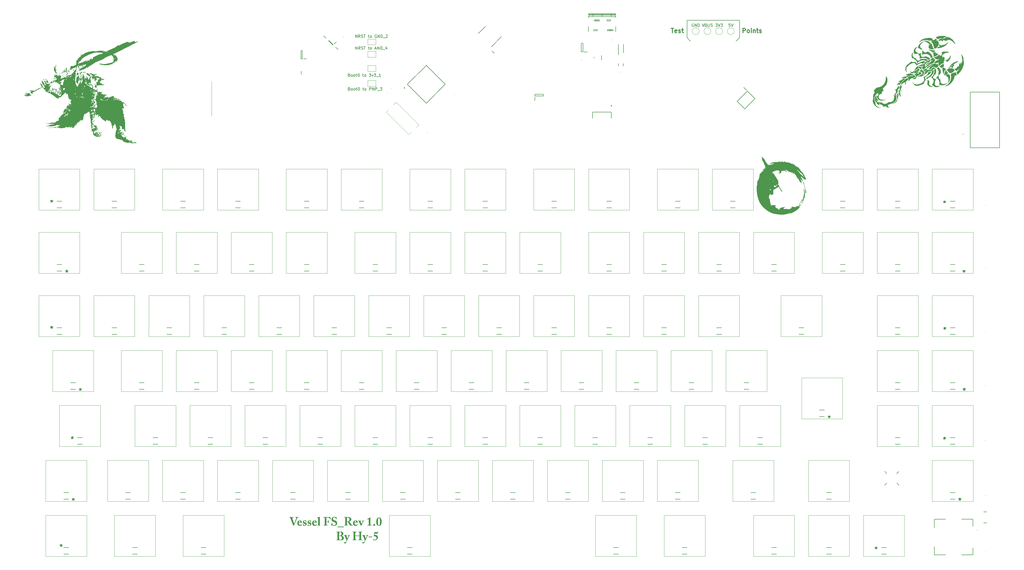
<source format=gbr>
%TF.GenerationSoftware,KiCad,Pcbnew,7.0.8*%
%TF.CreationDate,2024-02-04T22:59:50-06:00*%
%TF.ProjectId,VesselV3,56657373-656c-4563-932e-6b696361645f,3.0*%
%TF.SameCoordinates,Original*%
%TF.FileFunction,Legend,Top*%
%TF.FilePolarity,Positive*%
%FSLAX46Y46*%
G04 Gerber Fmt 4.6, Leading zero omitted, Abs format (unit mm)*
G04 Created by KiCad (PCBNEW 7.0.8) date 2024-02-04 22:59:50*
%MOMM*%
%LPD*%
G01*
G04 APERTURE LIST*
%ADD10C,0.200000*%
%ADD11C,0.300000*%
%ADD12C,0.150000*%
%ADD13C,0.375000*%
%ADD14C,0.120000*%
%ADD15C,0.152400*%
%ADD16C,0.100000*%
%ADD17C,0.127000*%
%ADD18C,0.250000*%
G04 APERTURE END LIST*
D10*
X293192200Y-28422600D02*
X274980400Y-28422600D01*
X293192200Y-34467800D02*
X292023800Y-35636200D01*
X293192200Y-28422600D02*
X293192200Y-34467800D01*
X274980400Y-34467800D02*
X276148800Y-35636200D01*
X274980400Y-28422600D02*
X274980400Y-34467800D01*
D11*
G36*
X139252970Y-200798565D02*
G01*
X139257500Y-200828124D01*
X139273487Y-200836667D01*
X139403912Y-200836667D01*
X139436264Y-200838882D01*
X139464970Y-200845115D01*
X139497747Y-200858604D01*
X139524461Y-200876665D01*
X139545354Y-200897830D01*
X139563649Y-200926414D01*
X139573693Y-200954687D01*
X139576103Y-200975153D01*
X139575828Y-201005600D01*
X139574407Y-201034953D01*
X139570883Y-201068301D01*
X139565907Y-201098093D01*
X139558484Y-201130846D01*
X139548124Y-201166743D01*
X139538132Y-201195836D01*
X139534338Y-201205963D01*
X139520988Y-201243247D01*
X139506327Y-201283908D01*
X139490522Y-201327490D01*
X139473739Y-201373540D01*
X139456145Y-201421603D01*
X139437905Y-201471226D01*
X139419187Y-201521954D01*
X139400157Y-201573334D01*
X139380981Y-201624912D01*
X139361825Y-201676233D01*
X139342856Y-201726843D01*
X139324239Y-201776289D01*
X139306143Y-201824116D01*
X139288732Y-201869870D01*
X139272174Y-201913098D01*
X139256634Y-201953346D01*
X139244747Y-201986005D01*
X139229652Y-202026503D01*
X139211692Y-202073936D01*
X139191215Y-202127403D01*
X139180140Y-202156117D01*
X139168565Y-202186000D01*
X139156534Y-202216941D01*
X139144088Y-202248826D01*
X139131273Y-202281542D01*
X139118131Y-202314976D01*
X139104704Y-202349016D01*
X139091037Y-202383549D01*
X139077173Y-202418462D01*
X139063154Y-202453642D01*
X139049024Y-202488976D01*
X139034826Y-202524352D01*
X139020604Y-202559656D01*
X139006400Y-202594776D01*
X138992257Y-202629599D01*
X138978220Y-202664012D01*
X138964331Y-202697903D01*
X138950633Y-202731158D01*
X138937169Y-202763664D01*
X138923984Y-202795309D01*
X138911119Y-202825981D01*
X138898618Y-202855565D01*
X138886525Y-202883950D01*
X138874882Y-202911022D01*
X138858030Y-202911022D01*
X138845989Y-202875285D01*
X138830778Y-202830243D01*
X138812850Y-202777239D01*
X138803008Y-202748171D01*
X138792656Y-202717616D01*
X138781852Y-202685742D01*
X138770651Y-202652716D01*
X138759111Y-202618707D01*
X138747287Y-202583883D01*
X138735237Y-202548411D01*
X138723017Y-202512458D01*
X138710684Y-202476194D01*
X138698295Y-202439786D01*
X138685905Y-202403401D01*
X138673572Y-202367208D01*
X138661352Y-202331373D01*
X138649302Y-202296067D01*
X138637479Y-202261455D01*
X138625938Y-202227705D01*
X138614737Y-202194987D01*
X138603933Y-202163467D01*
X138593582Y-202133313D01*
X138583740Y-202104694D01*
X138565811Y-202052729D01*
X138550600Y-202008915D01*
X138538560Y-201974595D01*
X138521280Y-201926117D01*
X138502608Y-201872499D01*
X138492839Y-201844041D01*
X138482831Y-201814632D01*
X138472620Y-201784382D01*
X138462242Y-201753402D01*
X138451732Y-201721805D01*
X138441128Y-201689700D01*
X138430465Y-201657199D01*
X138419781Y-201624413D01*
X138409110Y-201591454D01*
X138398489Y-201558431D01*
X138387954Y-201525457D01*
X138377543Y-201492643D01*
X138367290Y-201460098D01*
X138357232Y-201427936D01*
X138347406Y-201396266D01*
X138337847Y-201365199D01*
X138328591Y-201334848D01*
X138319676Y-201305322D01*
X138311137Y-201276734D01*
X138295333Y-201222812D01*
X138281468Y-201173972D01*
X138269832Y-201131101D01*
X138260715Y-201095089D01*
X138257192Y-201079933D01*
X138251417Y-201047868D01*
X138247777Y-201017852D01*
X138245571Y-200985884D01*
X138244783Y-200954051D01*
X138244736Y-200937051D01*
X138252768Y-200907653D01*
X138275300Y-200881461D01*
X138303459Y-200863172D01*
X138331150Y-200851484D01*
X138362677Y-200842895D01*
X138397344Y-200837853D01*
X138424987Y-200836667D01*
X138605971Y-200836667D01*
X138633815Y-200825585D01*
X138639676Y-200798565D01*
X138639676Y-200701845D01*
X138631560Y-200672286D01*
X138600652Y-200663782D01*
X138597178Y-200663743D01*
X138559528Y-200664961D01*
X138527519Y-200666286D01*
X138486088Y-200667917D01*
X138452999Y-200669108D01*
X138415370Y-200670338D01*
X138373061Y-200671568D01*
X138325933Y-200672759D01*
X138273843Y-200673874D01*
X138216652Y-200674872D01*
X138186099Y-200675315D01*
X138154218Y-200675715D01*
X138120992Y-200676067D01*
X138086402Y-200676366D01*
X138050431Y-200676606D01*
X138013062Y-200676784D01*
X137974277Y-200676895D01*
X137934059Y-200676933D01*
X137887861Y-200676895D01*
X137843756Y-200676784D01*
X137801694Y-200676606D01*
X137761627Y-200676366D01*
X137723505Y-200676067D01*
X137687278Y-200675715D01*
X137652897Y-200675315D01*
X137620314Y-200674872D01*
X137589477Y-200674390D01*
X137532849Y-200673329D01*
X137482618Y-200672171D01*
X137438388Y-200670955D01*
X137399766Y-200669721D01*
X137366356Y-200668505D01*
X137325150Y-200666802D01*
X137293449Y-200665361D01*
X137263663Y-200664069D01*
X137248958Y-200663743D01*
X137221862Y-200676139D01*
X137219648Y-200693785D01*
X137219648Y-200794169D01*
X137223953Y-200823387D01*
X137240898Y-200836667D01*
X137350074Y-200836667D01*
X137381351Y-200838651D01*
X137416031Y-200846872D01*
X137446414Y-200861754D01*
X137473154Y-200883600D01*
X137492363Y-200906293D01*
X137509995Y-200933790D01*
X137526383Y-200966246D01*
X137530325Y-200975153D01*
X137541615Y-201002699D01*
X137556279Y-201040581D01*
X137573945Y-201087611D01*
X137594245Y-201142604D01*
X137605266Y-201172716D01*
X137616806Y-201204372D01*
X137628820Y-201237426D01*
X137641261Y-201271728D01*
X137654082Y-201307130D01*
X137667237Y-201343484D01*
X137680680Y-201380641D01*
X137694365Y-201418454D01*
X137708245Y-201456773D01*
X137722274Y-201495450D01*
X137736406Y-201534337D01*
X137750595Y-201573286D01*
X137764793Y-201612147D01*
X137778956Y-201650773D01*
X137793036Y-201689016D01*
X137806988Y-201726726D01*
X137820764Y-201763756D01*
X137834320Y-201799957D01*
X137847607Y-201835181D01*
X137860581Y-201869279D01*
X137873195Y-201902103D01*
X137885403Y-201933505D01*
X137897157Y-201963336D01*
X137908413Y-201991448D01*
X137920233Y-202020670D01*
X137933512Y-202053897D01*
X137948162Y-202090870D01*
X137964091Y-202131330D01*
X137981210Y-202175019D01*
X137999428Y-202221677D01*
X138018657Y-202271047D01*
X138038805Y-202322870D01*
X138059782Y-202376886D01*
X138081500Y-202432838D01*
X138103867Y-202490466D01*
X138126794Y-202549512D01*
X138150190Y-202609717D01*
X138173966Y-202670823D01*
X138198031Y-202732570D01*
X138222296Y-202794701D01*
X138246670Y-202856956D01*
X138271064Y-202919078D01*
X138295387Y-202980806D01*
X138319550Y-203041883D01*
X138343462Y-203102049D01*
X138367033Y-203161047D01*
X138390174Y-203218617D01*
X138412794Y-203274501D01*
X138434803Y-203328440D01*
X138456112Y-203380176D01*
X138476629Y-203429449D01*
X138496266Y-203476001D01*
X138514932Y-203519574D01*
X138532538Y-203559909D01*
X138548992Y-203596746D01*
X138564205Y-203629829D01*
X138577668Y-203659633D01*
X138591228Y-203686810D01*
X138609566Y-203712721D01*
X138637340Y-203731085D01*
X138660193Y-203734609D01*
X138690967Y-203730499D01*
X138717870Y-203715409D01*
X138738573Y-203691857D01*
X138756913Y-203662801D01*
X138774911Y-203628696D01*
X138801222Y-203573849D01*
X138817140Y-203539519D01*
X138834713Y-203501048D01*
X138853798Y-203458785D01*
X138874253Y-203413078D01*
X138895937Y-203364276D01*
X138918708Y-203312727D01*
X138942425Y-203258778D01*
X138966947Y-203202779D01*
X138992131Y-203145078D01*
X139017837Y-203086023D01*
X139043923Y-203025962D01*
X139070246Y-202965244D01*
X139096666Y-202904216D01*
X139123041Y-202843228D01*
X139149230Y-202782627D01*
X139175091Y-202722762D01*
X139200482Y-202663981D01*
X139225262Y-202606633D01*
X139249289Y-202551065D01*
X139272422Y-202497626D01*
X139294519Y-202446664D01*
X139315439Y-202398528D01*
X139335040Y-202353565D01*
X139353181Y-202312125D01*
X139369720Y-202274555D01*
X139384515Y-202241204D01*
X139397425Y-202212420D01*
X139408309Y-202188551D01*
X139423343Y-202155100D01*
X139438491Y-202120872D01*
X139453748Y-202085933D01*
X139469107Y-202050346D01*
X139484561Y-202014178D01*
X139500106Y-201977493D01*
X139515735Y-201940357D01*
X139531441Y-201902833D01*
X139547220Y-201864988D01*
X139563064Y-201826885D01*
X139578969Y-201788590D01*
X139594927Y-201750168D01*
X139610933Y-201711684D01*
X139626980Y-201673202D01*
X139643064Y-201634788D01*
X139659177Y-201596507D01*
X139675313Y-201558423D01*
X139691467Y-201520601D01*
X139707633Y-201483107D01*
X139723804Y-201446006D01*
X139739975Y-201409361D01*
X139756139Y-201373239D01*
X139772290Y-201337703D01*
X139788423Y-201302820D01*
X139804531Y-201268654D01*
X139820609Y-201235270D01*
X139836649Y-201202732D01*
X139852647Y-201171106D01*
X139868596Y-201140457D01*
X139884490Y-201110850D01*
X139900323Y-201082350D01*
X139916090Y-201055020D01*
X139936910Y-201021415D01*
X139958081Y-200991362D01*
X139979488Y-200964670D01*
X140001017Y-200941150D01*
X140022555Y-200920609D01*
X140054629Y-200894966D01*
X140086083Y-200874952D01*
X140116531Y-200859923D01*
X140145591Y-200849234D01*
X140181514Y-200840618D01*
X140213376Y-200837043D01*
X140227499Y-200836667D01*
X140324219Y-200836667D01*
X140350824Y-200823537D01*
X140353528Y-200806625D01*
X140353528Y-200701845D01*
X140348216Y-200671803D01*
X140324219Y-200663743D01*
X140294306Y-200664961D01*
X140262256Y-200666802D01*
X140230031Y-200668505D01*
X140189580Y-200670338D01*
X140157507Y-200671568D01*
X140120973Y-200672759D01*
X140079656Y-200673874D01*
X140033234Y-200674872D01*
X139981386Y-200675715D01*
X139923789Y-200676366D01*
X139892734Y-200676606D01*
X139860121Y-200676784D01*
X139825910Y-200676895D01*
X139790060Y-200676933D01*
X139738359Y-200676784D01*
X139688832Y-200676366D01*
X139641576Y-200675715D01*
X139596689Y-200674872D01*
X139554265Y-200673874D01*
X139514403Y-200672759D01*
X139477198Y-200671568D01*
X139442747Y-200670338D01*
X139411147Y-200669108D01*
X139369303Y-200667347D01*
X139334418Y-200665804D01*
X139299290Y-200664310D01*
X139277883Y-200663743D01*
X139253642Y-200681590D01*
X139252970Y-200693785D01*
X139252970Y-200798565D01*
G37*
G36*
X140913001Y-201837957D02*
G01*
X140971292Y-201843350D01*
X141026036Y-201852067D01*
X141077343Y-201863884D01*
X141125324Y-201878577D01*
X141170090Y-201895924D01*
X141211753Y-201915700D01*
X141250423Y-201937684D01*
X141286210Y-201961650D01*
X141319227Y-201987377D01*
X141349584Y-202014642D01*
X141377392Y-202043219D01*
X141402762Y-202072888D01*
X141425805Y-202103423D01*
X141446631Y-202134603D01*
X141465352Y-202166203D01*
X141482079Y-202198001D01*
X141496923Y-202229773D01*
X141509995Y-202261296D01*
X141521405Y-202292347D01*
X141531264Y-202322702D01*
X141546776Y-202380433D01*
X141557418Y-202432703D01*
X141564077Y-202477726D01*
X141567640Y-202513716D01*
X141569125Y-202546856D01*
X141569015Y-202551859D01*
X141559850Y-202582112D01*
X141534739Y-202598154D01*
X141504409Y-202603545D01*
X141471021Y-202605209D01*
X141438699Y-202605474D01*
X140477360Y-202605474D01*
X140477360Y-202719780D01*
X140478079Y-202760137D01*
X140480216Y-202799191D01*
X140483734Y-202836943D01*
X140488600Y-202873394D01*
X140494778Y-202908545D01*
X140502234Y-202942399D01*
X140510934Y-202974957D01*
X140520842Y-203006219D01*
X140531925Y-203036189D01*
X140544148Y-203064866D01*
X140557475Y-203092253D01*
X140571873Y-203118351D01*
X140603741Y-203166686D01*
X140639476Y-203209883D01*
X140678799Y-203247954D01*
X140721435Y-203280911D01*
X140767107Y-203308765D01*
X140815537Y-203331528D01*
X140866448Y-203349212D01*
X140919564Y-203361829D01*
X140974608Y-203369390D01*
X141031302Y-203371908D01*
X141069458Y-203370789D01*
X141106669Y-203367489D01*
X141142864Y-203362094D01*
X141177974Y-203354689D01*
X141211929Y-203345361D01*
X141244659Y-203334195D01*
X141276095Y-203321278D01*
X141306167Y-203306695D01*
X141334805Y-203290532D01*
X141361939Y-203272875D01*
X141387499Y-203253810D01*
X141411417Y-203233422D01*
X141433621Y-203211798D01*
X141454042Y-203189024D01*
X141472611Y-203165184D01*
X141489258Y-203140366D01*
X141502125Y-203123802D01*
X141531756Y-203127909D01*
X141602831Y-203166011D01*
X141613936Y-203175113D01*
X141618186Y-203205703D01*
X141608811Y-203237029D01*
X141594771Y-203267128D01*
X141578199Y-203297722D01*
X141557134Y-203330838D01*
X141531683Y-203365856D01*
X141501955Y-203402156D01*
X141468057Y-203439117D01*
X141430100Y-203476119D01*
X141388190Y-203512541D01*
X141342437Y-203547763D01*
X141318153Y-203564730D01*
X141292949Y-203581165D01*
X141266838Y-203596989D01*
X141239834Y-203612126D01*
X141211950Y-203626497D01*
X141183200Y-203640026D01*
X141153598Y-203652634D01*
X141123157Y-203664244D01*
X141091890Y-203674779D01*
X141059812Y-203684160D01*
X141026935Y-203692311D01*
X140993273Y-203699154D01*
X140958841Y-203704612D01*
X140923650Y-203708606D01*
X140887716Y-203711059D01*
X140851051Y-203711894D01*
X140801181Y-203711339D01*
X140752448Y-203709616D01*
X140704908Y-203706639D01*
X140658618Y-203702323D01*
X140613633Y-203696581D01*
X140570010Y-203689328D01*
X140527803Y-203680478D01*
X140487068Y-203669945D01*
X140447862Y-203657644D01*
X140410241Y-203643487D01*
X140374259Y-203627390D01*
X140339973Y-203609266D01*
X140307439Y-203589030D01*
X140276712Y-203566596D01*
X140247849Y-203541878D01*
X140220905Y-203514790D01*
X140182435Y-203472230D01*
X140147188Y-203430880D01*
X140115054Y-203390403D01*
X140085922Y-203350464D01*
X140059685Y-203310727D01*
X140036231Y-203270856D01*
X140015453Y-203230515D01*
X139997239Y-203189367D01*
X139981482Y-203147078D01*
X139968070Y-203103310D01*
X139956896Y-203057729D01*
X139947849Y-203009997D01*
X139940819Y-202959780D01*
X139935699Y-202906741D01*
X139932377Y-202850545D01*
X139931356Y-202821157D01*
X139930744Y-202790854D01*
X139930900Y-202754958D01*
X139931990Y-202713808D01*
X139933698Y-202683590D01*
X139936513Y-202651238D01*
X139940713Y-202616833D01*
X139946575Y-202580455D01*
X139954375Y-202542185D01*
X139964390Y-202502103D01*
X139976897Y-202460289D01*
X139982011Y-202445739D01*
X140481023Y-202445739D01*
X140884757Y-202445739D01*
X140901477Y-202445494D01*
X140938178Y-202442579D01*
X140967755Y-202436002D01*
X140997578Y-202419746D01*
X141014383Y-202394103D01*
X141018846Y-202363674D01*
X141017967Y-202329695D01*
X141015348Y-202296074D01*
X141011021Y-202263062D01*
X141005016Y-202230912D01*
X140997361Y-202199879D01*
X140988089Y-202170216D01*
X140977227Y-202142176D01*
X140958022Y-202103712D01*
X140935412Y-202070325D01*
X140909498Y-202042868D01*
X140880382Y-202022198D01*
X140848166Y-202009170D01*
X140812949Y-202004637D01*
X140777070Y-202006419D01*
X140743329Y-202011749D01*
X140711700Y-202020605D01*
X140682157Y-202032961D01*
X140654676Y-202048795D01*
X140629229Y-202068083D01*
X140605792Y-202090802D01*
X140584338Y-202116927D01*
X140564842Y-202146436D01*
X140547278Y-202179304D01*
X140531620Y-202215508D01*
X140517843Y-202255024D01*
X140505920Y-202297829D01*
X140495827Y-202343899D01*
X140487536Y-202393210D01*
X140481023Y-202445739D01*
X139982011Y-202445739D01*
X139992174Y-202416825D01*
X140010497Y-202371791D01*
X140032143Y-202325267D01*
X140057389Y-202277333D01*
X140086512Y-202228071D01*
X140102613Y-202202967D01*
X140119788Y-202177561D01*
X140134311Y-202157305D01*
X140165160Y-202118514D01*
X140198369Y-202082046D01*
X140233885Y-202047939D01*
X140271656Y-202016230D01*
X140311628Y-201986957D01*
X140353750Y-201960157D01*
X140397969Y-201935868D01*
X140444232Y-201914129D01*
X140492486Y-201894975D01*
X140542679Y-201878445D01*
X140594759Y-201864576D01*
X140648672Y-201853407D01*
X140704367Y-201844974D01*
X140761790Y-201839314D01*
X140791134Y-201837537D01*
X140820889Y-201836467D01*
X140851051Y-201836109D01*
X140913001Y-201837957D01*
G37*
G36*
X143076348Y-202004637D02*
G01*
X143067151Y-201974214D01*
X143045418Y-201950377D01*
X143017193Y-201932813D01*
X143000877Y-201924769D01*
X142969331Y-201910020D01*
X142941659Y-201898636D01*
X142910406Y-201887322D01*
X142875447Y-201876390D01*
X142836654Y-201866151D01*
X142793900Y-201856916D01*
X142763135Y-201851472D01*
X142730515Y-201846705D01*
X142696004Y-201842707D01*
X142659563Y-201839572D01*
X142621156Y-201837390D01*
X142580744Y-201836255D01*
X142559774Y-201836109D01*
X142527324Y-201836476D01*
X142496090Y-201837637D01*
X142465911Y-201839683D01*
X142436630Y-201842704D01*
X142394043Y-201849259D01*
X142352582Y-201858514D01*
X142311709Y-201870773D01*
X142270890Y-201886341D01*
X142243442Y-201898708D01*
X142215621Y-201912771D01*
X142187267Y-201928620D01*
X142158222Y-201946345D01*
X142128327Y-201966036D01*
X142097422Y-201987784D01*
X142068647Y-202010295D01*
X142042179Y-202033856D01*
X142017956Y-202058448D01*
X141995917Y-202084058D01*
X141975998Y-202110667D01*
X141958138Y-202138261D01*
X141942275Y-202166823D01*
X141928345Y-202196337D01*
X141916288Y-202226787D01*
X141906040Y-202258156D01*
X141897540Y-202290430D01*
X141890724Y-202323591D01*
X141885532Y-202357624D01*
X141881900Y-202392512D01*
X141879767Y-202428239D01*
X141879069Y-202464790D01*
X141881545Y-202519418D01*
X141888845Y-202570473D01*
X141900780Y-202618109D01*
X141917160Y-202662478D01*
X141937794Y-202703735D01*
X141962493Y-202742032D01*
X141991067Y-202777524D01*
X142023325Y-202810363D01*
X142059078Y-202840704D01*
X142098137Y-202868700D01*
X142140309Y-202894503D01*
X142185407Y-202918269D01*
X142233240Y-202940150D01*
X142283617Y-202960299D01*
X142336349Y-202978871D01*
X142391247Y-202996018D01*
X142440722Y-203011380D01*
X142486686Y-203026278D01*
X142529183Y-203040918D01*
X142568258Y-203055507D01*
X142603953Y-203070250D01*
X142636314Y-203085354D01*
X142665384Y-203101025D01*
X142691207Y-203117468D01*
X142723950Y-203144033D01*
X142749636Y-203173496D01*
X142768412Y-203206553D01*
X142780427Y-203243898D01*
X142785830Y-203286228D01*
X142786187Y-203301566D01*
X142783777Y-203341720D01*
X142776643Y-203379516D01*
X142764930Y-203414607D01*
X142748784Y-203446646D01*
X142728348Y-203475285D01*
X142703768Y-203500176D01*
X142675189Y-203520970D01*
X142642756Y-203537322D01*
X142606613Y-203548881D01*
X142566905Y-203555302D01*
X142538525Y-203556556D01*
X142503370Y-203555361D01*
X142470371Y-203551872D01*
X142439418Y-203546234D01*
X142410401Y-203538592D01*
X142370261Y-203523690D01*
X142333853Y-203505093D01*
X142300805Y-203483292D01*
X142270743Y-203458775D01*
X142243294Y-203432032D01*
X142218084Y-203403550D01*
X142194742Y-203373821D01*
X142172893Y-203343332D01*
X142005099Y-203096402D01*
X141981371Y-203078391D01*
X141975789Y-203079549D01*
X141900318Y-203100799D01*
X141875098Y-203116879D01*
X141871009Y-203134504D01*
X141925231Y-203536039D01*
X141932621Y-203566137D01*
X141950144Y-203590261D01*
X141976139Y-203606427D01*
X142004303Y-203620437D01*
X142039206Y-203635355D01*
X142080223Y-203650544D01*
X142110657Y-203660505D01*
X142143347Y-203670115D01*
X142178109Y-203679183D01*
X142214758Y-203687521D01*
X142253109Y-203694941D01*
X142292978Y-203701253D01*
X142334179Y-203706268D01*
X142376530Y-203709798D01*
X142419844Y-203711653D01*
X142441805Y-203711894D01*
X142484253Y-203711113D01*
X142525716Y-203708791D01*
X142566170Y-203704958D01*
X142605591Y-203699644D01*
X142643955Y-203692878D01*
X142681239Y-203684692D01*
X142717419Y-203675114D01*
X142752470Y-203664175D01*
X142786370Y-203651906D01*
X142819095Y-203638335D01*
X142850620Y-203623494D01*
X142880922Y-203607412D01*
X142909978Y-203590119D01*
X142937763Y-203571645D01*
X142964255Y-203552021D01*
X142989428Y-203531277D01*
X143013259Y-203509441D01*
X143035725Y-203486546D01*
X143056802Y-203462620D01*
X143076467Y-203437693D01*
X143094694Y-203411797D01*
X143111461Y-203384960D01*
X143126744Y-203357213D01*
X143140519Y-203328586D01*
X143152762Y-203299108D01*
X143163450Y-203268811D01*
X143172559Y-203237724D01*
X143180065Y-203205876D01*
X143185944Y-203173299D01*
X143190173Y-203140022D01*
X143192727Y-203106076D01*
X143193584Y-203071489D01*
X143192879Y-203031446D01*
X143190566Y-202993569D01*
X143186352Y-202957590D01*
X143179944Y-202923241D01*
X143171049Y-202890254D01*
X143159373Y-202858361D01*
X143144623Y-202827294D01*
X143126505Y-202796785D01*
X143104726Y-202766566D01*
X143078993Y-202736368D01*
X143059495Y-202716116D01*
X143036125Y-202692171D01*
X143013148Y-202670491D01*
X142990376Y-202650887D01*
X142956184Y-202624958D01*
X142921383Y-202602630D01*
X142885330Y-202583264D01*
X142847386Y-202566217D01*
X142806908Y-202550849D01*
X142778198Y-202541219D01*
X142747888Y-202531860D01*
X142715787Y-202522582D01*
X142681705Y-202513196D01*
X142645452Y-202503510D01*
X142626452Y-202498496D01*
X142598082Y-202490716D01*
X142545754Y-202475796D01*
X142499044Y-202461548D01*
X142457634Y-202447757D01*
X142421205Y-202434207D01*
X142389437Y-202420682D01*
X142362013Y-202406966D01*
X142328323Y-202385564D01*
X142302613Y-202362519D01*
X142283805Y-202337105D01*
X142270825Y-202308591D01*
X142262597Y-202276251D01*
X142258044Y-202239357D01*
X142257157Y-202225921D01*
X142260268Y-202187507D01*
X142269213Y-202152308D01*
X142283413Y-202120447D01*
X142302289Y-202092046D01*
X142325260Y-202067229D01*
X142351748Y-202046119D01*
X142381172Y-202028839D01*
X142412954Y-202015513D01*
X142446512Y-202006263D01*
X142481269Y-202001213D01*
X142504819Y-202000240D01*
X142539066Y-202001934D01*
X142570982Y-202006756D01*
X142600675Y-202014319D01*
X142636987Y-202027997D01*
X142669780Y-202044940D01*
X142699304Y-202064230D01*
X142725808Y-202084947D01*
X142749540Y-202106173D01*
X142765671Y-202121873D01*
X143000877Y-202372466D01*
X143025688Y-202388951D01*
X143042642Y-202384923D01*
X143118113Y-202351950D01*
X143136507Y-202328957D01*
X143134966Y-202313848D01*
X143076348Y-202004637D01*
G37*
G36*
X144705936Y-202004637D02*
G01*
X144696740Y-201974214D01*
X144675006Y-201950377D01*
X144646781Y-201932813D01*
X144630465Y-201924769D01*
X144598919Y-201910020D01*
X144571247Y-201898636D01*
X144539995Y-201887322D01*
X144505035Y-201876390D01*
X144466242Y-201866151D01*
X144423488Y-201856916D01*
X144392723Y-201851472D01*
X144360103Y-201846705D01*
X144325592Y-201842707D01*
X144289151Y-201839572D01*
X144250744Y-201837390D01*
X144210332Y-201836255D01*
X144189362Y-201836109D01*
X144156913Y-201836476D01*
X144125678Y-201837637D01*
X144095499Y-201839683D01*
X144066218Y-201842704D01*
X144023631Y-201849259D01*
X143982170Y-201858514D01*
X143941298Y-201870773D01*
X143900478Y-201886341D01*
X143873030Y-201898708D01*
X143845209Y-201912771D01*
X143816855Y-201928620D01*
X143787810Y-201946345D01*
X143757915Y-201966036D01*
X143727011Y-201987784D01*
X143698235Y-202010295D01*
X143671767Y-202033856D01*
X143647544Y-202058448D01*
X143625505Y-202084058D01*
X143605586Y-202110667D01*
X143587726Y-202138261D01*
X143571863Y-202166823D01*
X143557934Y-202196337D01*
X143545876Y-202226787D01*
X143535628Y-202258156D01*
X143527128Y-202290430D01*
X143520313Y-202323591D01*
X143515120Y-202357624D01*
X143511488Y-202392512D01*
X143509355Y-202428239D01*
X143508658Y-202464790D01*
X143511133Y-202519418D01*
X143518433Y-202570473D01*
X143530368Y-202618109D01*
X143546748Y-202662478D01*
X143567382Y-202703735D01*
X143592081Y-202742032D01*
X143620655Y-202777524D01*
X143652913Y-202810363D01*
X143688667Y-202840704D01*
X143727725Y-202868700D01*
X143769898Y-202894503D01*
X143814995Y-202918269D01*
X143862828Y-202940150D01*
X143913205Y-202960299D01*
X143965938Y-202978871D01*
X144020835Y-202996018D01*
X144070310Y-203011380D01*
X144116274Y-203026278D01*
X144158771Y-203040918D01*
X144197846Y-203055507D01*
X144233542Y-203070250D01*
X144265902Y-203085354D01*
X144294972Y-203101025D01*
X144320796Y-203117468D01*
X144353539Y-203144033D01*
X144379224Y-203173496D01*
X144398000Y-203206553D01*
X144410015Y-203243898D01*
X144415418Y-203286228D01*
X144415775Y-203301566D01*
X144413365Y-203341720D01*
X144406231Y-203379516D01*
X144394519Y-203414607D01*
X144378372Y-203446646D01*
X144357936Y-203475285D01*
X144333356Y-203500176D01*
X144304777Y-203520970D01*
X144272344Y-203537322D01*
X144236201Y-203548881D01*
X144196494Y-203555302D01*
X144168113Y-203556556D01*
X144132958Y-203555361D01*
X144099959Y-203551872D01*
X144069007Y-203546234D01*
X144039989Y-203538592D01*
X143999849Y-203523690D01*
X143963441Y-203505093D01*
X143930393Y-203483292D01*
X143900331Y-203458775D01*
X143872882Y-203432032D01*
X143847673Y-203403550D01*
X143824330Y-203373821D01*
X143802482Y-203343332D01*
X143634687Y-203096402D01*
X143610960Y-203078391D01*
X143605378Y-203079549D01*
X143529907Y-203100799D01*
X143504686Y-203116879D01*
X143500598Y-203134504D01*
X143554819Y-203536039D01*
X143562209Y-203566137D01*
X143579732Y-203590261D01*
X143605727Y-203606427D01*
X143633891Y-203620437D01*
X143668794Y-203635355D01*
X143709811Y-203650544D01*
X143740245Y-203660505D01*
X143772935Y-203670115D01*
X143807697Y-203679183D01*
X143844346Y-203687521D01*
X143882697Y-203694941D01*
X143922566Y-203701253D01*
X143963768Y-203706268D01*
X144006118Y-203709798D01*
X144049432Y-203711653D01*
X144071393Y-203711894D01*
X144113842Y-203711113D01*
X144155305Y-203708791D01*
X144195758Y-203704958D01*
X144235179Y-203699644D01*
X144273544Y-203692878D01*
X144310827Y-203684692D01*
X144347007Y-203675114D01*
X144382059Y-203664175D01*
X144415958Y-203651906D01*
X144448683Y-203638335D01*
X144480208Y-203623494D01*
X144510511Y-203607412D01*
X144539566Y-203590119D01*
X144567352Y-203571645D01*
X144593843Y-203552021D01*
X144619016Y-203531277D01*
X144642848Y-203509441D01*
X144665314Y-203486546D01*
X144686391Y-203462620D01*
X144706055Y-203437693D01*
X144724282Y-203411797D01*
X144741049Y-203384960D01*
X144756332Y-203357213D01*
X144770107Y-203328586D01*
X144782350Y-203299108D01*
X144793038Y-203268811D01*
X144802147Y-203237724D01*
X144809653Y-203205876D01*
X144815532Y-203173299D01*
X144819761Y-203140022D01*
X144822316Y-203106076D01*
X144823173Y-203071489D01*
X144822467Y-203031446D01*
X144820154Y-202993569D01*
X144815940Y-202957590D01*
X144809533Y-202923241D01*
X144800638Y-202890254D01*
X144788962Y-202858361D01*
X144774211Y-202827294D01*
X144756094Y-202796785D01*
X144734314Y-202766566D01*
X144708581Y-202736368D01*
X144689083Y-202716116D01*
X144665713Y-202692171D01*
X144642737Y-202670491D01*
X144619964Y-202650887D01*
X144585773Y-202624958D01*
X144550971Y-202602630D01*
X144514919Y-202583264D01*
X144476974Y-202566217D01*
X144436496Y-202550849D01*
X144407787Y-202541219D01*
X144377476Y-202531860D01*
X144345375Y-202522582D01*
X144311293Y-202513196D01*
X144275040Y-202503510D01*
X144256041Y-202498496D01*
X144227670Y-202490716D01*
X144175342Y-202475796D01*
X144128632Y-202461548D01*
X144087222Y-202447757D01*
X144050793Y-202434207D01*
X144019026Y-202420682D01*
X143991602Y-202406966D01*
X143957912Y-202385564D01*
X143932201Y-202362519D01*
X143913394Y-202337105D01*
X143900414Y-202308591D01*
X143892185Y-202276251D01*
X143887632Y-202239357D01*
X143886745Y-202225921D01*
X143889856Y-202187507D01*
X143898801Y-202152308D01*
X143913001Y-202120447D01*
X143931877Y-202092046D01*
X143954848Y-202067229D01*
X143981336Y-202046119D01*
X144010761Y-202028839D01*
X144042542Y-202015513D01*
X144076101Y-202006263D01*
X144110857Y-202001213D01*
X144134408Y-202000240D01*
X144168654Y-202001934D01*
X144200571Y-202006756D01*
X144230263Y-202014319D01*
X144266575Y-202027997D01*
X144299369Y-202044940D01*
X144328893Y-202064230D01*
X144355396Y-202084947D01*
X144379129Y-202106173D01*
X144395259Y-202121873D01*
X144630465Y-202372466D01*
X144655277Y-202388951D01*
X144672230Y-202384923D01*
X144747702Y-202351950D01*
X144766096Y-202328957D01*
X144764554Y-202313848D01*
X144705936Y-202004637D01*
G37*
G36*
X146065548Y-201837957D02*
G01*
X146123839Y-201843350D01*
X146178583Y-201852067D01*
X146229890Y-201863884D01*
X146277871Y-201878577D01*
X146322637Y-201895924D01*
X146364300Y-201915700D01*
X146402970Y-201937684D01*
X146438757Y-201961650D01*
X146471774Y-201987377D01*
X146502131Y-202014642D01*
X146529939Y-202043219D01*
X146555309Y-202072888D01*
X146578352Y-202103423D01*
X146599178Y-202134603D01*
X146617900Y-202166203D01*
X146634627Y-202198001D01*
X146649470Y-202229773D01*
X146662542Y-202261296D01*
X146673952Y-202292347D01*
X146683811Y-202322702D01*
X146699323Y-202380433D01*
X146709965Y-202432703D01*
X146716624Y-202477726D01*
X146720188Y-202513716D01*
X146721672Y-202546856D01*
X146721562Y-202551859D01*
X146712397Y-202582112D01*
X146687286Y-202598154D01*
X146656956Y-202603545D01*
X146623568Y-202605209D01*
X146591247Y-202605474D01*
X145629907Y-202605474D01*
X145629907Y-202719780D01*
X145630626Y-202760137D01*
X145632763Y-202799191D01*
X145636281Y-202836943D01*
X145641147Y-202873394D01*
X145647325Y-202908545D01*
X145654781Y-202942399D01*
X145663481Y-202974957D01*
X145673390Y-203006219D01*
X145684472Y-203036189D01*
X145696695Y-203064866D01*
X145710022Y-203092253D01*
X145724420Y-203118351D01*
X145756288Y-203166686D01*
X145792023Y-203209883D01*
X145831347Y-203247954D01*
X145873983Y-203280911D01*
X145919654Y-203308765D01*
X145968084Y-203331528D01*
X146018995Y-203349212D01*
X146072111Y-203361829D01*
X146127155Y-203369390D01*
X146183849Y-203371908D01*
X146222006Y-203370789D01*
X146259216Y-203367489D01*
X146295411Y-203362094D01*
X146330521Y-203354689D01*
X146364476Y-203345361D01*
X146397207Y-203334195D01*
X146428643Y-203321278D01*
X146458714Y-203306695D01*
X146487352Y-203290532D01*
X146514486Y-203272875D01*
X146540047Y-203253810D01*
X146563964Y-203233422D01*
X146586168Y-203211798D01*
X146606589Y-203189024D01*
X146625158Y-203165184D01*
X146641805Y-203140366D01*
X146654672Y-203123802D01*
X146684303Y-203127909D01*
X146755378Y-203166011D01*
X146766483Y-203175113D01*
X146770734Y-203205703D01*
X146761358Y-203237029D01*
X146747318Y-203267128D01*
X146730746Y-203297722D01*
X146709681Y-203330838D01*
X146684230Y-203365856D01*
X146654502Y-203402156D01*
X146620605Y-203439117D01*
X146582647Y-203476119D01*
X146540737Y-203512541D01*
X146494984Y-203547763D01*
X146470700Y-203564730D01*
X146445496Y-203581165D01*
X146419385Y-203596989D01*
X146392381Y-203612126D01*
X146364497Y-203626497D01*
X146335747Y-203640026D01*
X146306145Y-203652634D01*
X146275704Y-203664244D01*
X146244437Y-203674779D01*
X146212359Y-203684160D01*
X146179482Y-203692311D01*
X146145821Y-203699154D01*
X146111388Y-203704612D01*
X146076198Y-203708606D01*
X146040263Y-203711059D01*
X146003598Y-203711894D01*
X145953728Y-203711339D01*
X145904995Y-203709616D01*
X145857455Y-203706639D01*
X145811165Y-203702323D01*
X145766181Y-203696581D01*
X145722557Y-203689328D01*
X145680350Y-203680478D01*
X145639615Y-203669945D01*
X145600409Y-203657644D01*
X145562788Y-203643487D01*
X145526806Y-203627390D01*
X145492520Y-203609266D01*
X145459986Y-203589030D01*
X145429259Y-203566596D01*
X145400396Y-203541878D01*
X145373452Y-203514790D01*
X145334982Y-203472230D01*
X145299735Y-203430880D01*
X145267601Y-203390403D01*
X145238469Y-203350464D01*
X145212232Y-203310727D01*
X145188778Y-203270856D01*
X145168000Y-203230515D01*
X145149786Y-203189367D01*
X145134029Y-203147078D01*
X145120617Y-203103310D01*
X145109443Y-203057729D01*
X145100396Y-203009997D01*
X145093367Y-202959780D01*
X145088246Y-202906741D01*
X145084924Y-202850545D01*
X145083903Y-202821157D01*
X145083291Y-202790854D01*
X145083447Y-202754958D01*
X145084537Y-202713808D01*
X145086245Y-202683590D01*
X145089060Y-202651238D01*
X145093260Y-202616833D01*
X145099122Y-202580455D01*
X145106922Y-202542185D01*
X145116937Y-202502103D01*
X145129445Y-202460289D01*
X145134559Y-202445739D01*
X145633570Y-202445739D01*
X146037304Y-202445739D01*
X146054024Y-202445494D01*
X146090725Y-202442579D01*
X146120302Y-202436002D01*
X146150125Y-202419746D01*
X146166930Y-202394103D01*
X146171393Y-202363674D01*
X146170514Y-202329695D01*
X146167895Y-202296074D01*
X146163568Y-202263062D01*
X146157563Y-202230912D01*
X146149909Y-202199879D01*
X146140636Y-202170216D01*
X146129774Y-202142176D01*
X146110569Y-202103712D01*
X146087959Y-202070325D01*
X146062046Y-202042868D01*
X146032930Y-202022198D01*
X146000713Y-202009170D01*
X145965496Y-202004637D01*
X145929617Y-202006419D01*
X145895876Y-202011749D01*
X145864247Y-202020605D01*
X145834704Y-202032961D01*
X145807223Y-202048795D01*
X145781776Y-202068083D01*
X145758339Y-202090802D01*
X145736885Y-202116927D01*
X145717389Y-202146436D01*
X145699825Y-202179304D01*
X145684167Y-202215508D01*
X145670390Y-202255024D01*
X145658467Y-202297829D01*
X145648374Y-202343899D01*
X145640083Y-202393210D01*
X145633570Y-202445739D01*
X145134559Y-202445739D01*
X145144721Y-202416825D01*
X145163044Y-202371791D01*
X145184690Y-202325267D01*
X145209936Y-202277333D01*
X145239059Y-202228071D01*
X145255160Y-202202967D01*
X145272335Y-202177561D01*
X145286858Y-202157305D01*
X145317708Y-202118514D01*
X145350916Y-202082046D01*
X145386432Y-202047939D01*
X145424203Y-202016230D01*
X145464175Y-201986957D01*
X145506297Y-201960157D01*
X145550516Y-201935868D01*
X145596779Y-201914129D01*
X145645033Y-201894975D01*
X145695226Y-201878445D01*
X145747306Y-201864576D01*
X145801219Y-201853407D01*
X145856914Y-201844974D01*
X145914337Y-201839314D01*
X145943681Y-201837537D01*
X145973437Y-201836467D01*
X146003598Y-201836109D01*
X146065548Y-201837957D01*
G37*
G36*
X147732838Y-202033946D02*
G01*
X147732888Y-201973304D01*
X147732950Y-201938435D01*
X147733035Y-201900832D01*
X147733143Y-201860719D01*
X147733272Y-201818319D01*
X147733423Y-201773855D01*
X147733593Y-201727551D01*
X147733783Y-201679630D01*
X147733991Y-201630317D01*
X147734218Y-201579835D01*
X147734460Y-201528406D01*
X147734720Y-201476255D01*
X147734994Y-201423605D01*
X147735283Y-201370680D01*
X147735585Y-201317704D01*
X147735901Y-201264899D01*
X147736228Y-201212489D01*
X147736567Y-201160698D01*
X147736916Y-201109749D01*
X147737275Y-201059866D01*
X147737643Y-201011272D01*
X147738019Y-200964192D01*
X147738402Y-200918847D01*
X147738791Y-200875463D01*
X147739186Y-200834262D01*
X147739586Y-200795468D01*
X147739990Y-200759304D01*
X147740397Y-200725995D01*
X147740807Y-200695763D01*
X147741630Y-200645425D01*
X147741595Y-200614453D01*
X147732513Y-200585169D01*
X147705907Y-200570017D01*
X147703528Y-200569954D01*
X147672367Y-200575249D01*
X147642220Y-200586028D01*
X147611205Y-200599263D01*
X147569151Y-200618921D01*
X147533259Y-200633896D01*
X147492043Y-200650052D01*
X147446328Y-200667119D01*
X147396937Y-200684829D01*
X147344696Y-200702912D01*
X147290428Y-200721099D01*
X147234959Y-200739120D01*
X147179111Y-200756705D01*
X147123710Y-200773586D01*
X147069579Y-200789493D01*
X147017544Y-200804156D01*
X146968429Y-200817307D01*
X146923057Y-200828675D01*
X146882253Y-200837992D01*
X146863822Y-200841796D01*
X146836152Y-200853308D01*
X146825720Y-200875502D01*
X146825720Y-200938517D01*
X146833544Y-200966922D01*
X146859425Y-200983946D01*
X146934896Y-201009591D01*
X146971551Y-201021837D01*
X147005570Y-201035301D01*
X147036790Y-201050314D01*
X147065049Y-201067203D01*
X147090182Y-201086301D01*
X147112027Y-201107935D01*
X147130421Y-201132436D01*
X147145201Y-201160133D01*
X147156204Y-201191356D01*
X147163267Y-201226434D01*
X147165706Y-201252124D01*
X147167954Y-201288467D01*
X147169217Y-201318772D01*
X147170306Y-201353474D01*
X147171234Y-201392174D01*
X147172013Y-201434476D01*
X147172658Y-201479979D01*
X147173180Y-201528287D01*
X147173593Y-201579000D01*
X147173909Y-201631721D01*
X147174141Y-201686052D01*
X147174303Y-201741593D01*
X147174406Y-201797948D01*
X147174465Y-201854718D01*
X147174491Y-201911504D01*
X147174498Y-201967909D01*
X147174498Y-201995844D01*
X147174498Y-203325746D01*
X147172794Y-203365068D01*
X147167973Y-203398431D01*
X147157455Y-203434437D01*
X147143214Y-203461745D01*
X147121762Y-203485296D01*
X147093342Y-203500824D01*
X147060926Y-203505997D01*
X146934896Y-203505997D01*
X146904321Y-203508204D01*
X146881722Y-203529034D01*
X146880674Y-203543367D01*
X146880674Y-203615174D01*
X146884345Y-203645751D01*
X146908030Y-203664952D01*
X146909983Y-203665000D01*
X146945184Y-203663850D01*
X146985052Y-203662110D01*
X147024003Y-203660502D01*
X147054425Y-203659354D01*
X147088500Y-203658188D01*
X147126306Y-203657040D01*
X147167920Y-203655947D01*
X147213419Y-203654945D01*
X147262882Y-203654071D01*
X147316384Y-203653360D01*
X147374004Y-203652851D01*
X147404382Y-203652683D01*
X147435818Y-203652579D01*
X147468323Y-203652543D01*
X147499009Y-203652579D01*
X147528831Y-203652683D01*
X147585875Y-203653078D01*
X147639445Y-203653693D01*
X147689526Y-203654489D01*
X147736109Y-203655432D01*
X147779181Y-203656484D01*
X147818731Y-203657610D01*
X147854745Y-203658771D01*
X147887214Y-203659933D01*
X147929241Y-203661596D01*
X147963223Y-203663053D01*
X147995949Y-203664464D01*
X148014205Y-203665000D01*
X148036764Y-203646036D01*
X148039851Y-203623234D01*
X148039851Y-203543367D01*
X148030783Y-203515340D01*
X148000366Y-203506143D01*
X147993689Y-203505997D01*
X147850807Y-203505997D01*
X147821000Y-203503340D01*
X147792584Y-203493114D01*
X147769417Y-203472112D01*
X147755660Y-203443309D01*
X147748645Y-203408532D01*
X147746027Y-203376304D01*
X147742654Y-203338345D01*
X147739912Y-203293724D01*
X147738402Y-203260900D01*
X147737123Y-203226049D01*
X147736058Y-203189545D01*
X147735185Y-203151761D01*
X147734486Y-203113072D01*
X147733942Y-203073850D01*
X147733533Y-203034469D01*
X147733240Y-202995304D01*
X147733044Y-202956726D01*
X147732925Y-202919110D01*
X147732863Y-202882829D01*
X147732841Y-202848257D01*
X147732838Y-202815767D01*
X147732838Y-202033946D01*
G37*
G36*
X150051923Y-201968000D02*
G01*
X150051973Y-201913609D01*
X150052032Y-201881953D01*
X150052112Y-201847655D01*
X150052212Y-201810964D01*
X150052329Y-201772128D01*
X150052463Y-201731395D01*
X150052610Y-201689014D01*
X150052771Y-201645233D01*
X150052943Y-201600301D01*
X150053125Y-201554467D01*
X150053314Y-201507978D01*
X150053511Y-201461084D01*
X150053712Y-201414032D01*
X150053916Y-201367072D01*
X150054122Y-201320451D01*
X150054327Y-201274419D01*
X150054532Y-201229223D01*
X150054733Y-201185112D01*
X150054929Y-201142335D01*
X150055118Y-201101140D01*
X150055300Y-201061776D01*
X150055472Y-201024491D01*
X150055633Y-200989533D01*
X150055781Y-200957151D01*
X150055914Y-200927594D01*
X150056131Y-200877946D01*
X150056270Y-200842579D01*
X150056320Y-200823478D01*
X150094625Y-200823625D01*
X150138066Y-200824071D01*
X150185769Y-200824821D01*
X150236857Y-200825882D01*
X150290458Y-200827262D01*
X150345695Y-200828965D01*
X150401694Y-200830999D01*
X150457580Y-200833370D01*
X150512479Y-200836085D01*
X150565516Y-200839149D01*
X150615816Y-200842570D01*
X150662504Y-200846353D01*
X150704705Y-200850506D01*
X150741545Y-200855034D01*
X150772150Y-200859945D01*
X150795643Y-200865244D01*
X150824351Y-200873827D01*
X150853439Y-200884992D01*
X150882666Y-200898499D01*
X150911795Y-200914110D01*
X150940585Y-200931586D01*
X150968798Y-200950686D01*
X150996195Y-200971173D01*
X151022537Y-200992807D01*
X151047584Y-201015349D01*
X151071098Y-201038560D01*
X151085803Y-201054288D01*
X151117254Y-201087540D01*
X151147061Y-201119685D01*
X151175261Y-201150699D01*
X151201895Y-201180557D01*
X151227000Y-201209235D01*
X151250616Y-201236707D01*
X151272780Y-201262949D01*
X151293532Y-201287937D01*
X151312910Y-201311644D01*
X151339485Y-201344754D01*
X151363187Y-201374845D01*
X151384145Y-201401836D01*
X151402490Y-201425642D01*
X151413333Y-201439703D01*
X151431869Y-201465085D01*
X151454843Y-201484090D01*
X151471951Y-201481468D01*
X151556215Y-201435307D01*
X151569909Y-201408229D01*
X151568672Y-201402334D01*
X151404540Y-200734818D01*
X151397602Y-200704547D01*
X151384613Y-200676048D01*
X151362775Y-200663743D01*
X151332854Y-200665810D01*
X151303218Y-200669076D01*
X151268215Y-200672959D01*
X151237250Y-200675991D01*
X151204396Y-200678530D01*
X151170339Y-200680180D01*
X151144422Y-200680596D01*
X151096529Y-200677778D01*
X151065535Y-200676613D01*
X151030318Y-200675600D01*
X150991235Y-200674732D01*
X150948644Y-200674000D01*
X150902901Y-200673397D01*
X150854364Y-200672914D01*
X150803389Y-200672544D01*
X150750334Y-200672279D01*
X150695555Y-200672110D01*
X150639410Y-200672031D01*
X150582255Y-200672033D01*
X150524448Y-200672107D01*
X150466345Y-200672247D01*
X150408304Y-200672445D01*
X150350682Y-200672691D01*
X150293835Y-200672979D01*
X150238121Y-200673301D01*
X150183896Y-200673648D01*
X150131518Y-200674013D01*
X150081344Y-200674388D01*
X150033731Y-200674764D01*
X149989035Y-200675135D01*
X149947614Y-200675492D01*
X149909824Y-200675826D01*
X149876024Y-200676131D01*
X149846569Y-200676399D01*
X149802125Y-200676789D01*
X149779348Y-200676933D01*
X149732293Y-200676895D01*
X149687266Y-200676784D01*
X149644225Y-200676606D01*
X149603126Y-200676366D01*
X149563923Y-200676067D01*
X149526574Y-200675715D01*
X149491033Y-200675315D01*
X149457257Y-200674872D01*
X149425202Y-200674390D01*
X149394822Y-200673874D01*
X149338917Y-200672759D01*
X149289188Y-200671568D01*
X149245281Y-200670338D01*
X149206844Y-200669108D01*
X149173524Y-200667917D01*
X149132364Y-200666286D01*
X149100731Y-200664961D01*
X149071311Y-200663892D01*
X149061274Y-200663743D01*
X149034150Y-200677098D01*
X149031233Y-200689389D01*
X149031233Y-200811022D01*
X149049458Y-200834114D01*
X149069334Y-200836667D01*
X149241526Y-200836667D01*
X149272016Y-200837765D01*
X149308131Y-200842617D01*
X149339018Y-200851294D01*
X149370211Y-200867442D01*
X149393086Y-200889386D01*
X149407559Y-200917025D01*
X149413545Y-200950258D01*
X149413717Y-200957568D01*
X149414095Y-200997332D01*
X149414528Y-201032990D01*
X149415091Y-201077300D01*
X149415756Y-201128866D01*
X149416499Y-201186290D01*
X149416891Y-201216763D01*
X149417293Y-201248176D01*
X149417702Y-201280354D01*
X149418113Y-201313124D01*
X149418525Y-201346310D01*
X149418933Y-201379738D01*
X149419335Y-201413233D01*
X149419728Y-201446621D01*
X149420107Y-201479726D01*
X149420470Y-201512374D01*
X149420814Y-201544391D01*
X149421136Y-201575601D01*
X149421431Y-201605830D01*
X149421933Y-201662647D01*
X149422292Y-201713443D01*
X149422484Y-201756822D01*
X149422510Y-201775293D01*
X149422510Y-202068384D01*
X149422472Y-202135747D01*
X149422361Y-202201931D01*
X149422181Y-202266888D01*
X149421936Y-202330572D01*
X149421630Y-202392937D01*
X149421268Y-202453937D01*
X149420854Y-202513525D01*
X149420392Y-202571654D01*
X149419885Y-202628279D01*
X149419339Y-202683352D01*
X149418757Y-202736827D01*
X149418143Y-202788659D01*
X149417502Y-202838800D01*
X149416838Y-202887204D01*
X149416155Y-202933825D01*
X149415457Y-202978616D01*
X149414748Y-203021531D01*
X149414033Y-203062523D01*
X149413315Y-203101546D01*
X149412599Y-203138554D01*
X149411889Y-203173500D01*
X149411189Y-203206338D01*
X149410503Y-203237020D01*
X149409191Y-203291736D01*
X149407985Y-203337276D01*
X149406920Y-203373269D01*
X149405657Y-203408545D01*
X149399928Y-203441353D01*
X149384117Y-203467929D01*
X149356985Y-203483921D01*
X149323532Y-203490809D01*
X149287713Y-203492758D01*
X149279628Y-203492808D01*
X149132349Y-203492808D01*
X149104744Y-203504702D01*
X149103040Y-203514057D01*
X149103040Y-203627630D01*
X149109177Y-203657306D01*
X149127953Y-203665000D01*
X149165167Y-203664182D01*
X149195776Y-203663053D01*
X149233533Y-203661596D01*
X149263055Y-203660502D01*
X149296322Y-203659354D01*
X149333564Y-203658188D01*
X149375006Y-203657040D01*
X149420877Y-203655947D01*
X149471404Y-203654945D01*
X149526814Y-203654071D01*
X149556422Y-203653693D01*
X149587336Y-203653360D01*
X149619585Y-203653078D01*
X149653197Y-203652851D01*
X149688200Y-203652683D01*
X149724624Y-203652579D01*
X149762496Y-203652543D01*
X149802653Y-203652579D01*
X149841262Y-203652683D01*
X149878347Y-203652851D01*
X149913936Y-203653078D01*
X149948054Y-203653360D01*
X149980728Y-203653693D01*
X150011984Y-203654071D01*
X150041848Y-203654489D01*
X150097508Y-203655432D01*
X150147917Y-203656484D01*
X150193285Y-203657610D01*
X150233823Y-203658771D01*
X150269742Y-203659933D01*
X150301251Y-203661058D01*
X150340709Y-203662598D01*
X150371428Y-203663850D01*
X150405139Y-203664964D01*
X150409495Y-203665000D01*
X150437538Y-203655784D01*
X150443200Y-203632027D01*
X150443200Y-203518454D01*
X150424975Y-203495362D01*
X150405099Y-203492808D01*
X150157436Y-203492808D01*
X150126338Y-203490161D01*
X150095745Y-203477738D01*
X150075593Y-203455772D01*
X150063876Y-203427275D01*
X150058260Y-203396598D01*
X150056320Y-203357986D01*
X150056211Y-203326315D01*
X150056031Y-203289068D01*
X150055781Y-203241027D01*
X150055472Y-203184001D01*
X150055300Y-203152685D01*
X150055118Y-203119800D01*
X150054929Y-203085574D01*
X150054733Y-203050233D01*
X150054532Y-203014003D01*
X150054327Y-202977111D01*
X150054122Y-202939781D01*
X150053916Y-202902242D01*
X150053712Y-202864718D01*
X150053511Y-202827436D01*
X150053314Y-202790623D01*
X150053125Y-202754503D01*
X150052943Y-202719305D01*
X150052771Y-202685253D01*
X150052610Y-202652575D01*
X150052463Y-202621495D01*
X150052212Y-202565039D01*
X150052032Y-202517695D01*
X150051936Y-202481272D01*
X150051923Y-202467721D01*
X150051923Y-202307254D01*
X150083920Y-202307309D01*
X150115352Y-202307493D01*
X150146236Y-202307828D01*
X150176590Y-202308341D01*
X150206434Y-202309056D01*
X150235785Y-202309997D01*
X150278928Y-202311887D01*
X150321065Y-202314426D01*
X150362258Y-202317697D01*
X150402568Y-202321782D01*
X150442057Y-202326766D01*
X150480787Y-202332732D01*
X150506215Y-202337295D01*
X150534656Y-202347692D01*
X150563105Y-202362494D01*
X150591159Y-202381023D01*
X150618414Y-202402600D01*
X150644468Y-202426547D01*
X150668915Y-202452185D01*
X150691354Y-202478836D01*
X150711379Y-202505823D01*
X150727582Y-202537384D01*
X150739644Y-202564793D01*
X150751911Y-202594902D01*
X150763698Y-202625660D01*
X150774316Y-202655014D01*
X150784901Y-202686606D01*
X150791247Y-202708789D01*
X150803428Y-202736358D01*
X150824952Y-202742494D01*
X150917276Y-202721245D01*
X150942914Y-202706383D01*
X150946585Y-202687540D01*
X150943389Y-202650709D01*
X150940841Y-202616981D01*
X150938255Y-202578954D01*
X150935715Y-202537469D01*
X150933304Y-202493367D01*
X150931810Y-202462925D01*
X150930435Y-202431943D01*
X150929204Y-202400669D01*
X150928141Y-202369352D01*
X150927271Y-202338241D01*
X150926620Y-202307586D01*
X150926210Y-202277634D01*
X150926069Y-202248635D01*
X150926084Y-202214193D01*
X150926153Y-202174547D01*
X150926248Y-202143094D01*
X150926396Y-202108592D01*
X150926609Y-202071869D01*
X150926899Y-202033756D01*
X150927277Y-201995082D01*
X150927756Y-201956676D01*
X150928347Y-201919370D01*
X150929061Y-201883991D01*
X150929912Y-201851371D01*
X150931468Y-201809426D01*
X150933396Y-201778354D01*
X150934129Y-201770896D01*
X150921365Y-201744364D01*
X150909216Y-201741587D01*
X150812496Y-201732794D01*
X150786032Y-201748178D01*
X150778790Y-201766500D01*
X150771878Y-201795304D01*
X150763746Y-201824786D01*
X150754344Y-201854457D01*
X150743619Y-201883828D01*
X150731521Y-201912409D01*
X150717997Y-201939710D01*
X150702996Y-201965242D01*
X150686466Y-201988517D01*
X150667196Y-202012365D01*
X150647374Y-202034406D01*
X150620268Y-202060864D01*
X150592616Y-202083822D01*
X150564668Y-202103118D01*
X150536673Y-202118589D01*
X150508880Y-202130071D01*
X150474802Y-202138566D01*
X150468113Y-202139459D01*
X150434031Y-202144105D01*
X150403498Y-202147503D01*
X150369253Y-202150756D01*
X150331794Y-202153805D01*
X150291617Y-202156586D01*
X150249219Y-202159039D01*
X150205094Y-202161102D01*
X150174965Y-202162231D01*
X150144436Y-202163140D01*
X150113654Y-202163812D01*
X150082768Y-202164229D01*
X150051923Y-202164371D01*
X150051923Y-201968000D01*
G37*
G36*
X151877883Y-202713918D02*
G01*
X151849990Y-202724801D01*
X151844910Y-202743227D01*
X151777499Y-203539703D01*
X151778312Y-203570020D01*
X151793829Y-203596563D01*
X151823901Y-203606568D01*
X151836117Y-203607114D01*
X151866308Y-203603289D01*
X151891177Y-203586425D01*
X151909263Y-203560762D01*
X151911588Y-203556556D01*
X151927333Y-203531112D01*
X151945569Y-203505356D01*
X151970002Y-203486822D01*
X151979000Y-203485481D01*
X152008185Y-203492238D01*
X152035164Y-203506001D01*
X152062158Y-203522716D01*
X152075720Y-203531643D01*
X152109109Y-203553108D01*
X152143215Y-203573258D01*
X152178272Y-203592084D01*
X152214514Y-203609575D01*
X152252178Y-203625723D01*
X152291498Y-203640517D01*
X152332709Y-203653949D01*
X152376047Y-203666007D01*
X152421746Y-203676683D01*
X152470041Y-203685967D01*
X152521167Y-203693849D01*
X152575360Y-203700319D01*
X152632855Y-203705369D01*
X152662914Y-203707358D01*
X152693886Y-203708988D01*
X152725802Y-203710257D01*
X152758689Y-203711166D01*
X152792579Y-203711712D01*
X152827499Y-203711894D01*
X152878939Y-203710687D01*
X152929234Y-203707103D01*
X152978353Y-203701203D01*
X153026265Y-203693044D01*
X153072936Y-203682684D01*
X153118334Y-203670182D01*
X153162429Y-203655597D01*
X153205186Y-203638988D01*
X153246576Y-203620412D01*
X153286564Y-203599928D01*
X153325121Y-203577594D01*
X153362212Y-203553470D01*
X153397807Y-203527614D01*
X153431873Y-203500083D01*
X153464378Y-203470938D01*
X153495290Y-203440235D01*
X153524577Y-203408034D01*
X153552206Y-203374393D01*
X153578147Y-203339371D01*
X153602367Y-203303026D01*
X153624833Y-203265416D01*
X153645514Y-203226601D01*
X153664377Y-203186638D01*
X153681391Y-203145587D01*
X153696524Y-203103504D01*
X153709742Y-203060451D01*
X153721016Y-203016483D01*
X153730311Y-202971661D01*
X153737596Y-202926042D01*
X153742840Y-202879686D01*
X153746010Y-202832649D01*
X153747073Y-202784993D01*
X153746285Y-202731292D01*
X153743888Y-202680029D01*
X153739838Y-202631102D01*
X153734090Y-202584408D01*
X153726600Y-202539843D01*
X153717321Y-202497305D01*
X153706208Y-202456690D01*
X153693218Y-202417896D01*
X153678304Y-202380818D01*
X153661422Y-202345355D01*
X153642525Y-202311404D01*
X153621571Y-202278860D01*
X153598512Y-202247622D01*
X153573305Y-202217586D01*
X153545904Y-202188649D01*
X153516264Y-202160708D01*
X153484061Y-202132173D01*
X153451981Y-202104817D01*
X153419957Y-202078633D01*
X153387922Y-202053615D01*
X153355810Y-202029756D01*
X153323554Y-202007049D01*
X153291087Y-201985489D01*
X153258344Y-201965069D01*
X153225257Y-201945783D01*
X153191760Y-201927623D01*
X153157786Y-201910584D01*
X153123270Y-201894659D01*
X153088143Y-201879841D01*
X153052341Y-201866125D01*
X153015796Y-201853504D01*
X152978441Y-201841971D01*
X152939489Y-201830489D01*
X152900002Y-201818057D01*
X152860219Y-201804719D01*
X152820378Y-201790520D01*
X152780717Y-201775505D01*
X152741475Y-201759719D01*
X152702890Y-201743208D01*
X152665200Y-201726017D01*
X152628643Y-201708190D01*
X152593458Y-201689772D01*
X152559883Y-201670810D01*
X152528157Y-201651347D01*
X152498517Y-201631429D01*
X152471201Y-201611101D01*
X152446449Y-201590409D01*
X152424498Y-201569396D01*
X152397428Y-201539360D01*
X152375242Y-201508163D01*
X152357457Y-201475766D01*
X152343586Y-201442129D01*
X152333145Y-201407212D01*
X152325648Y-201370975D01*
X152320609Y-201333378D01*
X152317543Y-201294382D01*
X152315965Y-201253947D01*
X152315389Y-201212032D01*
X152315322Y-201183248D01*
X152318787Y-201148611D01*
X152329368Y-201107544D01*
X152340509Y-201077655D01*
X152355017Y-201046499D01*
X152372973Y-201014713D01*
X152394457Y-200982934D01*
X152419553Y-200951797D01*
X152448340Y-200921940D01*
X152480901Y-200893999D01*
X152517318Y-200868610D01*
X152557672Y-200846410D01*
X152602044Y-200828036D01*
X152650517Y-200814123D01*
X152703171Y-200805309D01*
X152760088Y-200802229D01*
X152794806Y-200802916D01*
X152828107Y-200804977D01*
X152860055Y-200808411D01*
X152890708Y-200813220D01*
X152920130Y-200819402D01*
X152962086Y-200831252D01*
X153001614Y-200846193D01*
X153038920Y-200864225D01*
X153074210Y-200885348D01*
X153107692Y-200909562D01*
X153139571Y-200936868D01*
X153170055Y-200967265D01*
X153179942Y-200978084D01*
X153205910Y-201006518D01*
X153230279Y-201035165D01*
X153253116Y-201063945D01*
X153274486Y-201092779D01*
X153294457Y-201121587D01*
X153313095Y-201150289D01*
X153330466Y-201178808D01*
X153346637Y-201207062D01*
X153361675Y-201234972D01*
X153375646Y-201262460D01*
X153388616Y-201289445D01*
X153406342Y-201328808D01*
X153422191Y-201366593D01*
X153436389Y-201402534D01*
X153440793Y-201414057D01*
X153458013Y-201438529D01*
X153487305Y-201445834D01*
X153495015Y-201443367D01*
X153587339Y-201414057D01*
X153608378Y-201393548D01*
X153608588Y-201389145D01*
X153541177Y-200671803D01*
X153534955Y-200641318D01*
X153522988Y-200614355D01*
X153499411Y-200600729D01*
X153468878Y-200605418D01*
X153442921Y-200619732D01*
X153436397Y-200625642D01*
X153382175Y-200679863D01*
X153359471Y-200699930D01*
X153330778Y-200709514D01*
X153300550Y-200706270D01*
X153285454Y-200701113D01*
X153248569Y-200687815D01*
X153215821Y-200677280D01*
X153178338Y-200666634D01*
X153135778Y-200656210D01*
X153104416Y-200649548D01*
X153070546Y-200643233D01*
X153034067Y-200637361D01*
X152994877Y-200632033D01*
X152952877Y-200627347D01*
X152907964Y-200623401D01*
X152860039Y-200620295D01*
X152809000Y-200618126D01*
X152754746Y-200616995D01*
X152726383Y-200616849D01*
X152679529Y-200617550D01*
X152634741Y-200619677D01*
X152591837Y-200623263D01*
X152550631Y-200628343D01*
X152510941Y-200634952D01*
X152472582Y-200643124D01*
X152435373Y-200652893D01*
X152399128Y-200664293D01*
X152363664Y-200677359D01*
X152328799Y-200692125D01*
X152294347Y-200708626D01*
X152260127Y-200726895D01*
X152225954Y-200746968D01*
X152191644Y-200768878D01*
X152157014Y-200792661D01*
X152121882Y-200818349D01*
X152076805Y-200853622D01*
X152035975Y-200888647D01*
X151999206Y-200923571D01*
X151966314Y-200958541D01*
X151937114Y-200993704D01*
X151911422Y-201029207D01*
X151889053Y-201065198D01*
X151869823Y-201101823D01*
X151853546Y-201139230D01*
X151840039Y-201177565D01*
X151829116Y-201216975D01*
X151820593Y-201257608D01*
X151814285Y-201299611D01*
X151810008Y-201343130D01*
X151807578Y-201388313D01*
X151806808Y-201435307D01*
X151807552Y-201480653D01*
X151809804Y-201525396D01*
X151813594Y-201569434D01*
X151818956Y-201612661D01*
X151825918Y-201654974D01*
X151834513Y-201696268D01*
X151844772Y-201736440D01*
X151856725Y-201775384D01*
X151870405Y-201812998D01*
X151885841Y-201849177D01*
X151903066Y-201883816D01*
X151922110Y-201916812D01*
X151943004Y-201948061D01*
X151965780Y-201977458D01*
X151990469Y-202004900D01*
X152017101Y-202030282D01*
X152057814Y-202064302D01*
X152099525Y-202097082D01*
X152141944Y-202128568D01*
X152184782Y-202158704D01*
X152227748Y-202187437D01*
X152270554Y-202214711D01*
X152312909Y-202240471D01*
X152354523Y-202264664D01*
X152395107Y-202287233D01*
X152434370Y-202308125D01*
X152472024Y-202327285D01*
X152507778Y-202344657D01*
X152541342Y-202360188D01*
X152572427Y-202373822D01*
X152600742Y-202385504D01*
X152625999Y-202395181D01*
X152675786Y-202414185D01*
X152722845Y-202432636D01*
X152767251Y-202450598D01*
X152809079Y-202468136D01*
X152848405Y-202485314D01*
X152885304Y-202502198D01*
X152919850Y-202518851D01*
X152952120Y-202535338D01*
X152982189Y-202551725D01*
X153010131Y-202568075D01*
X153036023Y-202584454D01*
X153081954Y-202617556D01*
X153120586Y-202651547D01*
X153152519Y-202686946D01*
X153178356Y-202724269D01*
X153198699Y-202764034D01*
X153214151Y-202806758D01*
X153225313Y-202852959D01*
X153232787Y-202903153D01*
X153237176Y-202957859D01*
X153239083Y-203017593D01*
X153239293Y-203049508D01*
X153238357Y-203079981D01*
X153235606Y-203109312D01*
X153224983Y-203164589D01*
X153208076Y-203215431D01*
X153185540Y-203261930D01*
X153158028Y-203304179D01*
X153126193Y-203342270D01*
X153090690Y-203376295D01*
X153052172Y-203406346D01*
X153011293Y-203432517D01*
X152968705Y-203454898D01*
X152925064Y-203473583D01*
X152881023Y-203488664D01*
X152837234Y-203500233D01*
X152794353Y-203508382D01*
X152753033Y-203513203D01*
X152713926Y-203514790D01*
X152676115Y-203513706D01*
X152638331Y-203510447D01*
X152600703Y-203505000D01*
X152563362Y-203497353D01*
X152526437Y-203487496D01*
X152490059Y-203475416D01*
X152454357Y-203461101D01*
X152419461Y-203444540D01*
X152385501Y-203425720D01*
X152352607Y-203404630D01*
X152320908Y-203381259D01*
X152290535Y-203355593D01*
X152261618Y-203327623D01*
X152234285Y-203297334D01*
X152208668Y-203264717D01*
X152184896Y-203229759D01*
X152166437Y-203198940D01*
X152148985Y-203167825D01*
X152132554Y-203136509D01*
X152117153Y-203105092D01*
X152102796Y-203073670D01*
X152089494Y-203042342D01*
X152077259Y-203011205D01*
X152066103Y-202980356D01*
X152056037Y-202949894D01*
X152047073Y-202919916D01*
X152039224Y-202890520D01*
X152032500Y-202861803D01*
X152024552Y-202820215D01*
X152019203Y-202780706D01*
X152017101Y-202755683D01*
X152007363Y-202726989D01*
X151987060Y-202721978D01*
X151877883Y-202713918D01*
G37*
G36*
X153955901Y-204180840D02*
G01*
X156055901Y-204180840D01*
X156055901Y-203971280D01*
X153955901Y-203971280D01*
X153955901Y-204180840D01*
G37*
G36*
X157718214Y-200664087D02*
G01*
X157748244Y-200665107D01*
X157806829Y-200669126D01*
X157863462Y-200675688D01*
X157918165Y-200684683D01*
X157970957Y-200696002D01*
X158021859Y-200709532D01*
X158070891Y-200725164D01*
X158118074Y-200742786D01*
X158163428Y-200762290D01*
X158206973Y-200783563D01*
X158248730Y-200806496D01*
X158288720Y-200830977D01*
X158326962Y-200856897D01*
X158363477Y-200884144D01*
X158398285Y-200912609D01*
X158431407Y-200942180D01*
X158458972Y-200968713D01*
X158485039Y-200995797D01*
X158509569Y-201023381D01*
X158532524Y-201051414D01*
X158553864Y-201079847D01*
X158573551Y-201108628D01*
X158591546Y-201137708D01*
X158607811Y-201167036D01*
X158622308Y-201196562D01*
X158634997Y-201226234D01*
X158645840Y-201256003D01*
X158654798Y-201285818D01*
X158661832Y-201315629D01*
X158666905Y-201345386D01*
X158669977Y-201375037D01*
X158671009Y-201404532D01*
X158669852Y-201454088D01*
X158666434Y-201501926D01*
X158660834Y-201548062D01*
X158653129Y-201592511D01*
X158643399Y-201635290D01*
X158631722Y-201676416D01*
X158618177Y-201715903D01*
X158602843Y-201753769D01*
X158585797Y-201790029D01*
X158567120Y-201824699D01*
X158546888Y-201857796D01*
X158525182Y-201889335D01*
X158502079Y-201919333D01*
X158477659Y-201947806D01*
X158451999Y-201974770D01*
X158425179Y-202000240D01*
X158397277Y-202024234D01*
X158368371Y-202046767D01*
X158338541Y-202067855D01*
X158307865Y-202087515D01*
X158276421Y-202105762D01*
X158244289Y-202122613D01*
X158211546Y-202138084D01*
X158178272Y-202152190D01*
X158144545Y-202164948D01*
X158110444Y-202176374D01*
X158076047Y-202186484D01*
X158041432Y-202195295D01*
X158006680Y-202202822D01*
X157971867Y-202209081D01*
X157937073Y-202214088D01*
X157902377Y-202217861D01*
X157902377Y-202247170D01*
X157925983Y-202255564D01*
X157958894Y-202269715D01*
X157989137Y-202285672D01*
X158017080Y-202303358D01*
X158043094Y-202322698D01*
X158067548Y-202343614D01*
X158090811Y-202366031D01*
X158113254Y-202389873D01*
X158135244Y-202415063D01*
X158157153Y-202441527D01*
X158179348Y-202469187D01*
X158185004Y-202476243D01*
X158207471Y-202506982D01*
X158226349Y-202534305D01*
X158247710Y-202566021D01*
X158271007Y-202601215D01*
X158295693Y-202638971D01*
X158321224Y-202678370D01*
X158347052Y-202718497D01*
X158372630Y-202758436D01*
X158397414Y-202797269D01*
X158420856Y-202834079D01*
X158442409Y-202867951D01*
X158461529Y-202897968D01*
X158477668Y-202923212D01*
X158498818Y-202955718D01*
X158516965Y-202982052D01*
X158540578Y-203015381D01*
X158560135Y-203042699D01*
X158582151Y-203073246D01*
X158606121Y-203106294D01*
X158631538Y-203141113D01*
X158657895Y-203176975D01*
X158684686Y-203213150D01*
X158711404Y-203248911D01*
X158737542Y-203283529D01*
X158762594Y-203316274D01*
X158786053Y-203346417D01*
X158807413Y-203373231D01*
X158834408Y-203405614D01*
X158851364Y-203420294D01*
X158881457Y-203438024D01*
X158908537Y-203449864D01*
X158938536Y-203460390D01*
X158970604Y-203469544D01*
X159003889Y-203477269D01*
X159037539Y-203483506D01*
X159070705Y-203488198D01*
X159102533Y-203491286D01*
X159141421Y-203492808D01*
X159163648Y-203498098D01*
X159175127Y-203526514D01*
X159175127Y-203627630D01*
X159169265Y-203655657D01*
X159141421Y-203665000D01*
X159138036Y-203664964D01*
X159107018Y-203663472D01*
X159074283Y-203661596D01*
X159042249Y-203659933D01*
X159003039Y-203658188D01*
X158972576Y-203657040D01*
X158938416Y-203655947D01*
X158900357Y-203654945D01*
X158858197Y-203654071D01*
X158811732Y-203653360D01*
X158760760Y-203652851D01*
X158705077Y-203652579D01*
X158675406Y-203652543D01*
X158652092Y-203652643D01*
X158615886Y-203653134D01*
X158578491Y-203653974D01*
X158540236Y-203655095D01*
X158501451Y-203656426D01*
X158462465Y-203657900D01*
X158423609Y-203659448D01*
X158385211Y-203661001D01*
X158347602Y-203662490D01*
X158311112Y-203663845D01*
X158276069Y-203665000D01*
X158263870Y-203654887D01*
X158237353Y-203628383D01*
X158208401Y-203594397D01*
X158177487Y-203553996D01*
X158145084Y-203508247D01*
X158128471Y-203483702D01*
X158111663Y-203458220D01*
X158094718Y-203431936D01*
X158077696Y-203404982D01*
X158060656Y-203377493D01*
X158043657Y-203349602D01*
X158026758Y-203321441D01*
X158010017Y-203293146D01*
X157993494Y-203264849D01*
X157977249Y-203236683D01*
X157961339Y-203208783D01*
X157945824Y-203181281D01*
X157930763Y-203154312D01*
X157902240Y-203102504D01*
X157876241Y-203054428D01*
X157853238Y-203011149D01*
X157833705Y-202973738D01*
X157818113Y-202943262D01*
X157804632Y-202916681D01*
X157790979Y-202890012D01*
X157777155Y-202863314D01*
X157763159Y-202836650D01*
X157748991Y-202810080D01*
X157734651Y-202783666D01*
X157720139Y-202757469D01*
X157705456Y-202731549D01*
X157690601Y-202705969D01*
X157675575Y-202680789D01*
X157645006Y-202631875D01*
X157613751Y-202585297D01*
X157581808Y-202541543D01*
X157549179Y-202501105D01*
X157515863Y-202464470D01*
X157481860Y-202432128D01*
X157447169Y-202404569D01*
X157411792Y-202382282D01*
X157375728Y-202365757D01*
X157338977Y-202355483D01*
X157301540Y-202351950D01*
X157158658Y-202351950D01*
X157158658Y-202564441D01*
X157158694Y-202588147D01*
X157158973Y-202638960D01*
X157159508Y-202693537D01*
X157160277Y-202750952D01*
X157160741Y-202780436D01*
X157161255Y-202810282D01*
X157161815Y-202840375D01*
X157162418Y-202870600D01*
X157163063Y-202900841D01*
X157163744Y-202930982D01*
X157164460Y-202960907D01*
X157165985Y-203019649D01*
X157167612Y-203076141D01*
X157169319Y-203129458D01*
X157171082Y-203178675D01*
X157172877Y-203222867D01*
X157174681Y-203261108D01*
X157176469Y-203292473D01*
X157179907Y-203330875D01*
X157181719Y-203347063D01*
X157187169Y-203378198D01*
X157195088Y-203407070D01*
X157208523Y-203438867D01*
X157225967Y-203464562D01*
X157252308Y-203485336D01*
X157284687Y-203492808D01*
X157456878Y-203492808D01*
X157480423Y-203498063D01*
X157490584Y-203526514D01*
X157490584Y-203627630D01*
X157482101Y-203656198D01*
X157452793Y-203664062D01*
X157423173Y-203665000D01*
X157397676Y-203663053D01*
X157363757Y-203661058D01*
X157326809Y-203659354D01*
X157296055Y-203658188D01*
X157260003Y-203657040D01*
X157218311Y-203655947D01*
X157170637Y-203654945D01*
X157116638Y-203654071D01*
X157087160Y-203653693D01*
X157055973Y-203653360D01*
X157023033Y-203653078D01*
X156988298Y-203652851D01*
X156951725Y-203652683D01*
X156913271Y-203652579D01*
X156872893Y-203652543D01*
X156832207Y-203652579D01*
X156793506Y-203652683D01*
X156756735Y-203652851D01*
X156721840Y-203653078D01*
X156688766Y-203653360D01*
X156657459Y-203653693D01*
X156599929Y-203654489D01*
X156548813Y-203655432D01*
X156503676Y-203656484D01*
X156464081Y-203657610D01*
X156429593Y-203658771D01*
X156386483Y-203660502D01*
X156352413Y-203662110D01*
X156318505Y-203663850D01*
X156285245Y-203665000D01*
X156282183Y-203664963D01*
X156255011Y-203653794D01*
X156251540Y-203623234D01*
X156251540Y-203526514D01*
X156251762Y-203514163D01*
X156272789Y-203492808D01*
X156398818Y-203492808D01*
X156407422Y-203492723D01*
X156440637Y-203490536D01*
X156471413Y-203484984D01*
X156505407Y-203472472D01*
X156533176Y-203452769D01*
X156553378Y-203424802D01*
X156563190Y-203395756D01*
X156566613Y-203360184D01*
X156567345Y-203321572D01*
X156568032Y-203283078D01*
X156568674Y-203244699D01*
X156569273Y-203206429D01*
X156569831Y-203168263D01*
X156570350Y-203130196D01*
X156570830Y-203092223D01*
X156571273Y-203054339D01*
X156571680Y-203016539D01*
X156572054Y-202978817D01*
X156572395Y-202941168D01*
X156572705Y-202903589D01*
X156572986Y-202866072D01*
X156573238Y-202828614D01*
X156573464Y-202791209D01*
X156573665Y-202753852D01*
X156573843Y-202716537D01*
X156573998Y-202679261D01*
X156574133Y-202642017D01*
X156574248Y-202604801D01*
X156574346Y-202567608D01*
X156574427Y-202530432D01*
X156574494Y-202493268D01*
X156574547Y-202456112D01*
X156574589Y-202418958D01*
X156574620Y-202381800D01*
X156574642Y-202344635D01*
X156574657Y-202307457D01*
X156574666Y-202270260D01*
X156574671Y-202233040D01*
X156574672Y-202205404D01*
X157163054Y-202205404D01*
X157170456Y-202205804D01*
X157204994Y-202207443D01*
X157235682Y-202208558D01*
X157267944Y-202209348D01*
X157300097Y-202209732D01*
X157330849Y-202209801D01*
X157381616Y-202208262D01*
X157429950Y-202203753D01*
X157475907Y-202196432D01*
X157519539Y-202186459D01*
X157560901Y-202173993D01*
X157600045Y-202159192D01*
X157637027Y-202142216D01*
X157671900Y-202123224D01*
X157704717Y-202102375D01*
X157735532Y-202079829D01*
X157764399Y-202055744D01*
X157791373Y-202030279D01*
X157816506Y-202003594D01*
X157839853Y-201975848D01*
X157861467Y-201947200D01*
X157881403Y-201917808D01*
X157899713Y-201887833D01*
X157916452Y-201857433D01*
X157931674Y-201826767D01*
X157945432Y-201795995D01*
X157957780Y-201765275D01*
X157968773Y-201734767D01*
X157978463Y-201704630D01*
X157986904Y-201675023D01*
X158000257Y-201618035D01*
X158009262Y-201565077D01*
X158014350Y-201517420D01*
X158015950Y-201476339D01*
X158015754Y-201458095D01*
X158014208Y-201421823D01*
X158011175Y-201385940D01*
X158006718Y-201350569D01*
X158000898Y-201315832D01*
X157993780Y-201281853D01*
X157985423Y-201248752D01*
X157975891Y-201216653D01*
X157965246Y-201185677D01*
X157953551Y-201155947D01*
X157940866Y-201127587D01*
X157927256Y-201100716D01*
X157905240Y-201063474D01*
X157881489Y-201030275D01*
X157856215Y-201001531D01*
X157841889Y-200989071D01*
X157812654Y-200965619D01*
X157782764Y-200944084D01*
X157752365Y-200924415D01*
X157721605Y-200906561D01*
X157690631Y-200890472D01*
X157659590Y-200876098D01*
X157628629Y-200863388D01*
X157597895Y-200852292D01*
X157567534Y-200842759D01*
X157537695Y-200834740D01*
X157508525Y-200828182D01*
X157466343Y-200820978D01*
X157426492Y-200816780D01*
X157389467Y-200815418D01*
X157382851Y-200815442D01*
X157351226Y-200816360D01*
X157316618Y-200819553D01*
X157285873Y-200825547D01*
X157255198Y-200836815D01*
X157230465Y-200853520D01*
X157210018Y-200877316D01*
X157198143Y-200905781D01*
X157190316Y-200935449D01*
X157184303Y-200967826D01*
X157163054Y-202205404D01*
X156574672Y-202205404D01*
X156574673Y-202195792D01*
X156574673Y-202158510D01*
X156574673Y-201747449D01*
X156574672Y-201689173D01*
X156574666Y-201632061D01*
X156574649Y-201576280D01*
X156574616Y-201521997D01*
X156574561Y-201469381D01*
X156574480Y-201418597D01*
X156574366Y-201369814D01*
X156574215Y-201323199D01*
X156574021Y-201278920D01*
X156573778Y-201237144D01*
X156573482Y-201198038D01*
X156573127Y-201161770D01*
X156572708Y-201128507D01*
X156571946Y-201084615D01*
X156571009Y-201048426D01*
X156569604Y-201022984D01*
X156565424Y-200987829D01*
X156558965Y-200956297D01*
X156547207Y-200919922D01*
X156532358Y-200890065D01*
X156510287Y-200861974D01*
X156485317Y-200844217D01*
X156453040Y-200836667D01*
X156285245Y-200836667D01*
X156271038Y-200833749D01*
X156259600Y-200806625D01*
X156259600Y-200693785D01*
X156260619Y-200680127D01*
X156285245Y-200663743D01*
X156304079Y-200664310D01*
X156334384Y-200665804D01*
X156366294Y-200667347D01*
X156407362Y-200669108D01*
X156440400Y-200670338D01*
X156478368Y-200671568D01*
X156521607Y-200672759D01*
X156570463Y-200673874D01*
X156625277Y-200674872D01*
X156655026Y-200675315D01*
X156686394Y-200675715D01*
X156719423Y-200676067D01*
X156754157Y-200676366D01*
X156790638Y-200676606D01*
X156828910Y-200676784D01*
X156869014Y-200676895D01*
X156910995Y-200676933D01*
X156956587Y-200676784D01*
X157004836Y-200676366D01*
X157055258Y-200675715D01*
X157107367Y-200674872D01*
X157160678Y-200673874D01*
X157214706Y-200672759D01*
X157268965Y-200671568D01*
X157322972Y-200670338D01*
X157376240Y-200669108D01*
X157428284Y-200667917D01*
X157478620Y-200666802D01*
X157526762Y-200665804D01*
X157572225Y-200664961D01*
X157614523Y-200664310D01*
X157653173Y-200663892D01*
X157687688Y-200663743D01*
X157718214Y-200664087D01*
G37*
G36*
X160248242Y-201837957D02*
G01*
X160306533Y-201843350D01*
X160361276Y-201852067D01*
X160412583Y-201863884D01*
X160460565Y-201878577D01*
X160505331Y-201895924D01*
X160546994Y-201915700D01*
X160585663Y-201937684D01*
X160621451Y-201961650D01*
X160654468Y-201987377D01*
X160684825Y-202014642D01*
X160712633Y-202043219D01*
X160738003Y-202072888D01*
X160761045Y-202103423D01*
X160781872Y-202134603D01*
X160800593Y-202166203D01*
X160817320Y-202198001D01*
X160832164Y-202229773D01*
X160845235Y-202261296D01*
X160856645Y-202292347D01*
X160866505Y-202322702D01*
X160882017Y-202380433D01*
X160892658Y-202432703D01*
X160899317Y-202477726D01*
X160902881Y-202513716D01*
X160904366Y-202546856D01*
X160904256Y-202551859D01*
X160895090Y-202582112D01*
X160869980Y-202598154D01*
X160839649Y-202603545D01*
X160806262Y-202605209D01*
X160773940Y-202605474D01*
X159812600Y-202605474D01*
X159812600Y-202719780D01*
X159813320Y-202760137D01*
X159815456Y-202799191D01*
X159818975Y-202836943D01*
X159823840Y-202873394D01*
X159830019Y-202908545D01*
X159837475Y-202942399D01*
X159846175Y-202974957D01*
X159856083Y-203006219D01*
X159867166Y-203036189D01*
X159879388Y-203064866D01*
X159892716Y-203092253D01*
X159907114Y-203118351D01*
X159938982Y-203166686D01*
X159974717Y-203209883D01*
X160014040Y-203247954D01*
X160056676Y-203280911D01*
X160102348Y-203308765D01*
X160150777Y-203331528D01*
X160201689Y-203349212D01*
X160254805Y-203361829D01*
X160309849Y-203369390D01*
X160366543Y-203371908D01*
X160404699Y-203370789D01*
X160441910Y-203367489D01*
X160478105Y-203362094D01*
X160513215Y-203354689D01*
X160547170Y-203345361D01*
X160579900Y-203334195D01*
X160611336Y-203321278D01*
X160641408Y-203306695D01*
X160670046Y-203290532D01*
X160697180Y-203272875D01*
X160722740Y-203253810D01*
X160746657Y-203233422D01*
X160768862Y-203211798D01*
X160789283Y-203189024D01*
X160807852Y-203165184D01*
X160824498Y-203140366D01*
X160837366Y-203123802D01*
X160866997Y-203127909D01*
X160938071Y-203166011D01*
X160949177Y-203175113D01*
X160953427Y-203205703D01*
X160944052Y-203237029D01*
X160930011Y-203267128D01*
X160913440Y-203297722D01*
X160892375Y-203330838D01*
X160866924Y-203365856D01*
X160837195Y-203402156D01*
X160803298Y-203439117D01*
X160765341Y-203476119D01*
X160723431Y-203512541D01*
X160677678Y-203547763D01*
X160653394Y-203564730D01*
X160628190Y-203581165D01*
X160602079Y-203596989D01*
X160575075Y-203612126D01*
X160547191Y-203626497D01*
X160518441Y-203640026D01*
X160488839Y-203652634D01*
X160458398Y-203664244D01*
X160427131Y-203674779D01*
X160395052Y-203684160D01*
X160362176Y-203692311D01*
X160328514Y-203699154D01*
X160294082Y-203704612D01*
X160258891Y-203708606D01*
X160222957Y-203711059D01*
X160186292Y-203711894D01*
X160136421Y-203711339D01*
X160087688Y-203709616D01*
X160040149Y-203706639D01*
X159993859Y-203702323D01*
X159948874Y-203696581D01*
X159905250Y-203689328D01*
X159863043Y-203680478D01*
X159822309Y-203669945D01*
X159783103Y-203657644D01*
X159745481Y-203643487D01*
X159709500Y-203627390D01*
X159675214Y-203609266D01*
X159642680Y-203589030D01*
X159611953Y-203566596D01*
X159583090Y-203541878D01*
X159556145Y-203514790D01*
X159517676Y-203472230D01*
X159482429Y-203430880D01*
X159450294Y-203390403D01*
X159421163Y-203350464D01*
X159394925Y-203310727D01*
X159371472Y-203270856D01*
X159350693Y-203230515D01*
X159332480Y-203189367D01*
X159316722Y-203147078D01*
X159303311Y-203103310D01*
X159292137Y-203057729D01*
X159283089Y-203009997D01*
X159276060Y-202959780D01*
X159270939Y-202906741D01*
X159267617Y-202850545D01*
X159266597Y-202821157D01*
X159265985Y-202790854D01*
X159266141Y-202754958D01*
X159267231Y-202713808D01*
X159268939Y-202683590D01*
X159271754Y-202651238D01*
X159275954Y-202616833D01*
X159281815Y-202580455D01*
X159289615Y-202542185D01*
X159299631Y-202502103D01*
X159312138Y-202460289D01*
X159317252Y-202445739D01*
X159816264Y-202445739D01*
X160219997Y-202445739D01*
X160236718Y-202445494D01*
X160273419Y-202442579D01*
X160302996Y-202436002D01*
X160332818Y-202419746D01*
X160349624Y-202394103D01*
X160354087Y-202363674D01*
X160353207Y-202329695D01*
X160350589Y-202296074D01*
X160346262Y-202263062D01*
X160340256Y-202230912D01*
X160332602Y-202199879D01*
X160323329Y-202170216D01*
X160312468Y-202142176D01*
X160293263Y-202103712D01*
X160270653Y-202070325D01*
X160244739Y-202042868D01*
X160215623Y-202022198D01*
X160183406Y-202009170D01*
X160148190Y-202004637D01*
X160112311Y-202006419D01*
X160078569Y-202011749D01*
X160046940Y-202020605D01*
X160017398Y-202032961D01*
X159989916Y-202048795D01*
X159964470Y-202068083D01*
X159941032Y-202090802D01*
X159919579Y-202116927D01*
X159900083Y-202146436D01*
X159882519Y-202179304D01*
X159866861Y-202215508D01*
X159853084Y-202255024D01*
X159841161Y-202297829D01*
X159831067Y-202343899D01*
X159822777Y-202393210D01*
X159816264Y-202445739D01*
X159317252Y-202445739D01*
X159327415Y-202416825D01*
X159345738Y-202371791D01*
X159367384Y-202325267D01*
X159392630Y-202277333D01*
X159421752Y-202228071D01*
X159437854Y-202202967D01*
X159455029Y-202177561D01*
X159469552Y-202157305D01*
X159500401Y-202118514D01*
X159533610Y-202082046D01*
X159569126Y-202047939D01*
X159606897Y-202016230D01*
X159646869Y-201986957D01*
X159688991Y-201960157D01*
X159733210Y-201935868D01*
X159779472Y-201914129D01*
X159827727Y-201894975D01*
X159877920Y-201878445D01*
X159930000Y-201864576D01*
X159983913Y-201853407D01*
X160039608Y-201844974D01*
X160097031Y-201839314D01*
X160126374Y-201837537D01*
X160156130Y-201836467D01*
X160186292Y-201836109D01*
X160248242Y-201837957D01*
G37*
G36*
X160986431Y-202000973D02*
G01*
X160991286Y-202031198D01*
X161012077Y-202042739D01*
X161095608Y-202042739D01*
X161128516Y-202045683D01*
X161157561Y-202055131D01*
X161184351Y-202072005D01*
X161210498Y-202097228D01*
X161232033Y-202124037D01*
X161249086Y-202148322D01*
X161267298Y-202176409D01*
X161280256Y-202197344D01*
X161298674Y-202233959D01*
X161312485Y-202263861D01*
X161328684Y-202299846D01*
X161346765Y-202340678D01*
X161366217Y-202385122D01*
X161386532Y-202431942D01*
X161407201Y-202479903D01*
X161427715Y-202527769D01*
X161447567Y-202574306D01*
X161466246Y-202618277D01*
X161483244Y-202658448D01*
X161498053Y-202693583D01*
X161510163Y-202722446D01*
X161522157Y-202751279D01*
X161524254Y-202756416D01*
X161537002Y-202785622D01*
X161553451Y-202822370D01*
X161575197Y-202870562D01*
X161587773Y-202898314D01*
X161601331Y-202928162D01*
X161615759Y-202959854D01*
X161630943Y-202993133D01*
X161646769Y-203027746D01*
X161663122Y-203063438D01*
X161679890Y-203099953D01*
X161696959Y-203137038D01*
X161714214Y-203174438D01*
X161731542Y-203211898D01*
X161748830Y-203249163D01*
X161765963Y-203285979D01*
X161782827Y-203322091D01*
X161799310Y-203357245D01*
X161815296Y-203391185D01*
X161830673Y-203423658D01*
X161845327Y-203454409D01*
X161859143Y-203483182D01*
X161872008Y-203509724D01*
X161894431Y-203555093D01*
X161911684Y-203588480D01*
X161922859Y-203607847D01*
X161940206Y-203635702D01*
X161957054Y-203659902D01*
X161977722Y-203683501D01*
X162004176Y-203702581D01*
X162035212Y-203711418D01*
X162045224Y-203711894D01*
X162074869Y-203708146D01*
X162102286Y-203695357D01*
X162124043Y-203675258D01*
X162142302Y-203649689D01*
X162154401Y-203629096D01*
X162169018Y-203598545D01*
X162186320Y-203561955D01*
X162208664Y-203514539D01*
X162221457Y-203487347D01*
X162235187Y-203458141D01*
X162249746Y-203427151D01*
X162265026Y-203394607D01*
X162280921Y-203360741D01*
X162297321Y-203325783D01*
X162314120Y-203289963D01*
X162331210Y-203253512D01*
X162348482Y-203216661D01*
X162365830Y-203179641D01*
X162383145Y-203142681D01*
X162400319Y-203106013D01*
X162417246Y-203069868D01*
X162433816Y-203034475D01*
X162449923Y-203000066D01*
X162465459Y-202966872D01*
X162480316Y-202935122D01*
X162494386Y-202905047D01*
X162507562Y-202876879D01*
X162530799Y-202827183D01*
X162549165Y-202787879D01*
X162561798Y-202760812D01*
X162580915Y-202721409D01*
X162601805Y-202678660D01*
X162624177Y-202633238D01*
X162647745Y-202585816D01*
X162672218Y-202537068D01*
X162697308Y-202487666D01*
X162722727Y-202438284D01*
X162748186Y-202389594D01*
X162773395Y-202342269D01*
X162798067Y-202296982D01*
X162821912Y-202254407D01*
X162844642Y-202215216D01*
X162865969Y-202180082D01*
X162885602Y-202149678D01*
X162903255Y-202124678D01*
X162918637Y-202105753D01*
X162944533Y-202083524D01*
X162973951Y-202067111D01*
X163005583Y-202055676D01*
X163038120Y-202048380D01*
X163070255Y-202044384D01*
X163100679Y-202042850D01*
X163112077Y-202042739D01*
X163183152Y-202042739D01*
X163203928Y-202021801D01*
X163204401Y-202000973D01*
X163204401Y-201921106D01*
X163199790Y-201891611D01*
X163169374Y-201883017D01*
X163166299Y-201883004D01*
X163132064Y-201884621D01*
X163094544Y-201887177D01*
X163055748Y-201889598D01*
X163021118Y-201891431D01*
X162981452Y-201893134D01*
X162952079Y-201894132D01*
X162920271Y-201894976D01*
X162885951Y-201895626D01*
X162849040Y-201896045D01*
X162809460Y-201896193D01*
X162763266Y-201896045D01*
X162720728Y-201895626D01*
X162681655Y-201894976D01*
X162645856Y-201894132D01*
X162613139Y-201893134D01*
X162583313Y-201892020D01*
X162543579Y-201890216D01*
X162509276Y-201888368D01*
X162479759Y-201886608D01*
X162446735Y-201884621D01*
X162413481Y-201883152D01*
X162402063Y-201883004D01*
X162378673Y-201900933D01*
X162377150Y-201916709D01*
X162377150Y-202000973D01*
X162381021Y-202031252D01*
X162393270Y-202042739D01*
X162469474Y-202042739D01*
X162503889Y-202048619D01*
X162534893Y-202065310D01*
X162560255Y-202091386D01*
X162574984Y-202118046D01*
X162583532Y-202149070D01*
X162584758Y-202183728D01*
X162577520Y-202221291D01*
X162574254Y-202231050D01*
X162556961Y-202277247D01*
X162536992Y-202329118D01*
X162526150Y-202356845D01*
X162514815Y-202385587D01*
X162503043Y-202415210D01*
X162490895Y-202445579D01*
X162478428Y-202476560D01*
X162465700Y-202508018D01*
X162452770Y-202539819D01*
X162439697Y-202571829D01*
X162426538Y-202603912D01*
X162413352Y-202635936D01*
X162400198Y-202667764D01*
X162387134Y-202699263D01*
X162374217Y-202730299D01*
X162361507Y-202760736D01*
X162349062Y-202790441D01*
X162336940Y-202819279D01*
X162325200Y-202847116D01*
X162303098Y-202899247D01*
X162283222Y-202945759D01*
X162266039Y-202985576D01*
X162252017Y-203017624D01*
X162237932Y-203048775D01*
X162213019Y-203048775D01*
X162032035Y-202598147D01*
X162021425Y-202570545D01*
X162006816Y-202531892D01*
X161995399Y-202501243D01*
X161983020Y-202467572D01*
X161970005Y-202431634D01*
X161956681Y-202394185D01*
X161943375Y-202355980D01*
X161930412Y-202317775D01*
X161918119Y-202280326D01*
X161906822Y-202244388D01*
X161896847Y-202210717D01*
X161888520Y-202180068D01*
X161879836Y-202141415D01*
X161876697Y-202113813D01*
X161886131Y-202083542D01*
X161910952Y-202061240D01*
X161941188Y-202048694D01*
X161970650Y-202043410D01*
X161985873Y-202042739D01*
X162040828Y-202042739D01*
X162066879Y-202026755D01*
X162070137Y-202000973D01*
X162070137Y-201916709D01*
X162059356Y-201888666D01*
X162028371Y-201883004D01*
X161995011Y-201884221D01*
X161963167Y-201886063D01*
X161933297Y-201887765D01*
X161897671Y-201889598D01*
X161855727Y-201891431D01*
X161823977Y-201892589D01*
X161789004Y-201893650D01*
X161750640Y-201894576D01*
X161708720Y-201895327D01*
X161663077Y-201895867D01*
X161613545Y-201896155D01*
X161587269Y-201896193D01*
X161547386Y-201896155D01*
X161509580Y-201896045D01*
X161473787Y-201895867D01*
X161439946Y-201895626D01*
X161407995Y-201895327D01*
X161377871Y-201894976D01*
X161322857Y-201894132D01*
X161274408Y-201893134D01*
X161232026Y-201892020D01*
X161195215Y-201890828D01*
X161163477Y-201889598D01*
X161124297Y-201887765D01*
X161093737Y-201886063D01*
X161063501Y-201884221D01*
X161032593Y-201883004D01*
X161001565Y-201885940D01*
X160986539Y-201911501D01*
X160986431Y-201916709D01*
X160986431Y-202000973D01*
G37*
G36*
X164735071Y-202484574D02*
G01*
X164735110Y-202516200D01*
X164735212Y-202554174D01*
X164735356Y-202597631D01*
X164735517Y-202645705D01*
X164735674Y-202697532D01*
X164735805Y-202752246D01*
X164735886Y-202808982D01*
X164735895Y-202866875D01*
X164735810Y-202925060D01*
X164735607Y-202982672D01*
X164735265Y-203038845D01*
X164734762Y-203092716D01*
X164734073Y-203143417D01*
X164733177Y-203190086D01*
X164732052Y-203231855D01*
X164730674Y-203267861D01*
X164728363Y-203305404D01*
X164724614Y-203338535D01*
X164719261Y-203367526D01*
X164707862Y-203403854D01*
X164691918Y-203432415D01*
X164670870Y-203454138D01*
X164644155Y-203469948D01*
X164611211Y-203480773D01*
X164571478Y-203487542D01*
X164540939Y-203490258D01*
X164506967Y-203491858D01*
X164469396Y-203492617D01*
X164428057Y-203492808D01*
X164318881Y-203492808D01*
X164287894Y-203495051D01*
X164262784Y-203510555D01*
X164260263Y-203522850D01*
X164260263Y-203635690D01*
X164273368Y-203661934D01*
X164293968Y-203665000D01*
X164326449Y-203664464D01*
X164358986Y-203663850D01*
X164400351Y-203663053D01*
X164449015Y-203662110D01*
X164503448Y-203661058D01*
X164562124Y-203659933D01*
X164592575Y-203659354D01*
X164623513Y-203658771D01*
X164654747Y-203658188D01*
X164686087Y-203657610D01*
X164717340Y-203657040D01*
X164748317Y-203656484D01*
X164778826Y-203655947D01*
X164808676Y-203655432D01*
X164865634Y-203654489D01*
X164917663Y-203653693D01*
X164963235Y-203653078D01*
X165000822Y-203652683D01*
X165028895Y-203652543D01*
X165061221Y-203652851D01*
X165094888Y-203653360D01*
X165136466Y-203654071D01*
X165184427Y-203654945D01*
X165237245Y-203655947D01*
X165293392Y-203657040D01*
X165351340Y-203658188D01*
X165409563Y-203659354D01*
X165466533Y-203660502D01*
X165520722Y-203661596D01*
X165570603Y-203662598D01*
X165614649Y-203663472D01*
X165651332Y-203664182D01*
X165689212Y-203664860D01*
X165700807Y-203665000D01*
X165730225Y-203661329D01*
X165746969Y-203635690D01*
X165746969Y-203526514D01*
X165734363Y-203499891D01*
X165705203Y-203492808D01*
X165553528Y-203492808D01*
X165516450Y-203492434D01*
X165483624Y-203491157D01*
X165441782Y-203487034D01*
X165408022Y-203479562D01*
X165374043Y-203463023D01*
X165350736Y-203437254D01*
X165335991Y-203400382D01*
X165329279Y-203364316D01*
X165325304Y-203320162D01*
X165323733Y-203285843D01*
X165322719Y-203247344D01*
X165322610Y-203217648D01*
X165322431Y-203181065D01*
X165322180Y-203133053D01*
X165321871Y-203075328D01*
X165321699Y-203043358D01*
X165321518Y-203009603D01*
X165321328Y-202974275D01*
X165321132Y-202937591D01*
X165320931Y-202899764D01*
X165320727Y-202861008D01*
X165320521Y-202821537D01*
X165320315Y-202781567D01*
X165320111Y-202741310D01*
X165319910Y-202700982D01*
X165319714Y-202660796D01*
X165319524Y-202620968D01*
X165319342Y-202581710D01*
X165319170Y-202543238D01*
X165319010Y-202505766D01*
X165318862Y-202469507D01*
X165318728Y-202434677D01*
X165318611Y-202401489D01*
X165318512Y-202370158D01*
X165318372Y-202313923D01*
X165318323Y-202267686D01*
X165318323Y-202092564D01*
X165318360Y-202041824D01*
X165318471Y-201990537D01*
X165318649Y-201938837D01*
X165318889Y-201886861D01*
X165319188Y-201834741D01*
X165319540Y-201782615D01*
X165319940Y-201730617D01*
X165320383Y-201678882D01*
X165320866Y-201627545D01*
X165321382Y-201576741D01*
X165321927Y-201526606D01*
X165322496Y-201477274D01*
X165323084Y-201428881D01*
X165323687Y-201381561D01*
X165324300Y-201335451D01*
X165324917Y-201290684D01*
X165325535Y-201247397D01*
X165326147Y-201205723D01*
X165326750Y-201165799D01*
X165327339Y-201127759D01*
X165327908Y-201091739D01*
X165328453Y-201057874D01*
X165328969Y-201026298D01*
X165329894Y-200970555D01*
X165330646Y-200925593D01*
X165331186Y-200892491D01*
X165331512Y-200867442D01*
X165327692Y-200837891D01*
X165313286Y-200812254D01*
X165293410Y-200804427D01*
X165262987Y-200809064D01*
X165234265Y-200820502D01*
X165213542Y-200830073D01*
X164192852Y-201325397D01*
X164169771Y-201344357D01*
X164167153Y-201374376D01*
X164167939Y-201375956D01*
X164197248Y-201458754D01*
X164223234Y-201473887D01*
X164243410Y-201471943D01*
X164449307Y-201413325D01*
X164482193Y-201404913D01*
X164511817Y-201398235D01*
X164544730Y-201392039D01*
X164578983Y-201387273D01*
X164608502Y-201384815D01*
X164638351Y-201384016D01*
X164669882Y-201390408D01*
X164694226Y-201408322D01*
X164712136Y-201435863D01*
X164722339Y-201463552D01*
X164729295Y-201495220D01*
X164733389Y-201529895D01*
X164735007Y-201566608D01*
X164735071Y-201575990D01*
X164735071Y-202484574D01*
G37*
G36*
X166602063Y-203711894D02*
G01*
X166635476Y-203710441D01*
X166667752Y-203706141D01*
X166698752Y-203699085D01*
X166728333Y-203689363D01*
X166756355Y-203677064D01*
X166782679Y-203662280D01*
X166807163Y-203645101D01*
X166829667Y-203625615D01*
X166850050Y-203603915D01*
X166868171Y-203580089D01*
X166883890Y-203554228D01*
X166897066Y-203526422D01*
X166907559Y-203496762D01*
X166915229Y-203465337D01*
X166919933Y-203432237D01*
X166921533Y-203397554D01*
X166919836Y-203360450D01*
X166914861Y-203325039D01*
X166906782Y-203291419D01*
X166895773Y-203259686D01*
X166882007Y-203229937D01*
X166865659Y-203202267D01*
X166846903Y-203176774D01*
X166825912Y-203153555D01*
X166802860Y-203132705D01*
X166777921Y-203114323D01*
X166751269Y-203098503D01*
X166723078Y-203085343D01*
X166693521Y-203074939D01*
X166662774Y-203067388D01*
X166631008Y-203062786D01*
X166598399Y-203061231D01*
X166555088Y-203063434D01*
X166514967Y-203069789D01*
X166477983Y-203079914D01*
X166444080Y-203093425D01*
X166413204Y-203109943D01*
X166385300Y-203129083D01*
X166360313Y-203150464D01*
X166338189Y-203173705D01*
X166318873Y-203198422D01*
X166302310Y-203224235D01*
X166288445Y-203250760D01*
X166272588Y-203291047D01*
X166262493Y-203330789D01*
X166257978Y-203368696D01*
X166257681Y-203380701D01*
X166259383Y-203416178D01*
X166264394Y-203450260D01*
X166272571Y-203482825D01*
X166283773Y-203513748D01*
X166297855Y-203542907D01*
X166314675Y-203570178D01*
X166334090Y-203595438D01*
X166355958Y-203618563D01*
X166380136Y-203639429D01*
X166406480Y-203657914D01*
X166434849Y-203673894D01*
X166465100Y-203687245D01*
X166497089Y-203697844D01*
X166530675Y-203705567D01*
X166565714Y-203710292D01*
X166602063Y-203711894D01*
G37*
G36*
X168315467Y-200806731D02*
G01*
X168383154Y-200813526D01*
X168447261Y-200824637D01*
X168507878Y-200839886D01*
X168565100Y-200859098D01*
X168619019Y-200882098D01*
X168669725Y-200908710D01*
X168717313Y-200938757D01*
X168761874Y-200972064D01*
X168803500Y-201008454D01*
X168842284Y-201047753D01*
X168878319Y-201089784D01*
X168911695Y-201134370D01*
X168942507Y-201181337D01*
X168970845Y-201230509D01*
X168996803Y-201281708D01*
X169020473Y-201334761D01*
X169041946Y-201389490D01*
X169061316Y-201445720D01*
X169078674Y-201503274D01*
X169094113Y-201561978D01*
X169107726Y-201621655D01*
X169119603Y-201682129D01*
X169129839Y-201743224D01*
X169138525Y-201804765D01*
X169145753Y-201866575D01*
X169151616Y-201928479D01*
X169156206Y-201990301D01*
X169159615Y-202051865D01*
X169161936Y-202112994D01*
X169163261Y-202173514D01*
X169163682Y-202233248D01*
X169162772Y-202321361D01*
X169160045Y-202406949D01*
X169155504Y-202489995D01*
X169149150Y-202570479D01*
X169140989Y-202648385D01*
X169131022Y-202723694D01*
X169119252Y-202796389D01*
X169105682Y-202866451D01*
X169090316Y-202933864D01*
X169073155Y-202998608D01*
X169054204Y-203060667D01*
X169033465Y-203120023D01*
X169010941Y-203176656D01*
X168986635Y-203230551D01*
X168960550Y-203281688D01*
X168932689Y-203330051D01*
X168903055Y-203375621D01*
X168871651Y-203418380D01*
X168838479Y-203458310D01*
X168803543Y-203495394D01*
X168766846Y-203529614D01*
X168728390Y-203560952D01*
X168688179Y-203589390D01*
X168646215Y-203614911D01*
X168602502Y-203637495D01*
X168557043Y-203657127D01*
X168509839Y-203673787D01*
X168460895Y-203687458D01*
X168410213Y-203698122D01*
X168357797Y-203705761D01*
X168303649Y-203710358D01*
X168247771Y-203711894D01*
X168179989Y-203709560D01*
X168115229Y-203702689D01*
X168053433Y-203691480D01*
X167994543Y-203676134D01*
X167938505Y-203656848D01*
X167885259Y-203633822D01*
X167834750Y-203607255D01*
X167786919Y-203577347D01*
X167741711Y-203544296D01*
X167699068Y-203508301D01*
X167658934Y-203469561D01*
X167621250Y-203428277D01*
X167585960Y-203384646D01*
X167553007Y-203338867D01*
X167522335Y-203291141D01*
X167493885Y-203241666D01*
X167467602Y-203190640D01*
X167443427Y-203138264D01*
X167421304Y-203084737D01*
X167401176Y-203030256D01*
X167382987Y-202975022D01*
X167366678Y-202919234D01*
X167352192Y-202863091D01*
X167339474Y-202806791D01*
X167328466Y-202750535D01*
X167319110Y-202694520D01*
X167311350Y-202638946D01*
X167305129Y-202584013D01*
X167300390Y-202529919D01*
X167297075Y-202476864D01*
X167295128Y-202425046D01*
X167294491Y-202374665D01*
X167294997Y-202329235D01*
X167886536Y-202329235D01*
X167886586Y-202366017D01*
X167886738Y-202402304D01*
X167886994Y-202438088D01*
X167887359Y-202473360D01*
X167887835Y-202508109D01*
X167888425Y-202542328D01*
X167889132Y-202576008D01*
X167889959Y-202609138D01*
X167890910Y-202641710D01*
X167891988Y-202673714D01*
X167893195Y-202705143D01*
X167894535Y-202735986D01*
X167896010Y-202766234D01*
X167897625Y-202795878D01*
X167901282Y-202853319D01*
X167905533Y-202908236D01*
X167910400Y-202960555D01*
X167915909Y-203010204D01*
X167922085Y-203057110D01*
X167928952Y-203101199D01*
X167936535Y-203142398D01*
X167944858Y-203180635D01*
X167953947Y-203215837D01*
X167960305Y-203237589D01*
X167973283Y-203278511D01*
X167986682Y-203316066D01*
X168000587Y-203350346D01*
X168015085Y-203381442D01*
X168030261Y-203409446D01*
X168054486Y-203445851D01*
X168080719Y-203475811D01*
X168109251Y-203499633D01*
X168140373Y-203517626D01*
X168174373Y-203530096D01*
X168211541Y-203537353D01*
X168252168Y-203539703D01*
X168278315Y-203538727D01*
X168315138Y-203533555D01*
X168349105Y-203523835D01*
X168380242Y-203509459D01*
X168408574Y-203490318D01*
X168434126Y-203466303D01*
X168456924Y-203437307D01*
X168476993Y-203403220D01*
X168494358Y-203363933D01*
X168504445Y-203334799D01*
X168513350Y-203303275D01*
X168521079Y-203269326D01*
X168527846Y-203229775D01*
X168534138Y-203187332D01*
X168539960Y-203141734D01*
X168545316Y-203092716D01*
X168550214Y-203040014D01*
X168554657Y-202983364D01*
X168556710Y-202953477D01*
X168558652Y-202922503D01*
X168560483Y-202890411D01*
X168562203Y-202857166D01*
X168563815Y-202822737D01*
X168565317Y-202787089D01*
X168566711Y-202750191D01*
X168567998Y-202712009D01*
X168569178Y-202672509D01*
X168570252Y-202631660D01*
X168571220Y-202589428D01*
X168572084Y-202545780D01*
X168572843Y-202500682D01*
X168573499Y-202454103D01*
X168574053Y-202406009D01*
X168574504Y-202356366D01*
X168574854Y-202305143D01*
X168575103Y-202252306D01*
X168575251Y-202197821D01*
X168575301Y-202141657D01*
X168575065Y-202076815D01*
X168574348Y-202013386D01*
X168573137Y-201951410D01*
X168571418Y-201890932D01*
X168569180Y-201831993D01*
X168566409Y-201774635D01*
X168563092Y-201718901D01*
X168559215Y-201664834D01*
X168554767Y-201612475D01*
X168549733Y-201561868D01*
X168544102Y-201513054D01*
X168537859Y-201466075D01*
X168530992Y-201420976D01*
X168523488Y-201377797D01*
X168515334Y-201336581D01*
X168506516Y-201297370D01*
X168497022Y-201260208D01*
X168486840Y-201225136D01*
X168475954Y-201192196D01*
X168464354Y-201161432D01*
X168452026Y-201132885D01*
X168438956Y-201106598D01*
X168410540Y-201060974D01*
X168379003Y-201024898D01*
X168344241Y-200998709D01*
X168306149Y-200982747D01*
X168264624Y-200977351D01*
X168225149Y-200980343D01*
X168189089Y-200989078D01*
X168156343Y-201003194D01*
X168126808Y-201022328D01*
X168100384Y-201046118D01*
X168076969Y-201074202D01*
X168056462Y-201106218D01*
X168038760Y-201141803D01*
X168023764Y-201180595D01*
X168011371Y-201222232D01*
X168004505Y-201251392D01*
X167998236Y-201280258D01*
X167992072Y-201309816D01*
X167986018Y-201340028D01*
X167980082Y-201370855D01*
X167974269Y-201402260D01*
X167968586Y-201434204D01*
X167963039Y-201466649D01*
X167957634Y-201499558D01*
X167952376Y-201532891D01*
X167947274Y-201566612D01*
X167942331Y-201600681D01*
X167937555Y-201635061D01*
X167932952Y-201669714D01*
X167928528Y-201704601D01*
X167924289Y-201739684D01*
X167920242Y-201774926D01*
X167916392Y-201810288D01*
X167912745Y-201845733D01*
X167909309Y-201881221D01*
X167906088Y-201916715D01*
X167903090Y-201952177D01*
X167900320Y-201987568D01*
X167897784Y-202022852D01*
X167895489Y-202057988D01*
X167893441Y-202092941D01*
X167891646Y-202127670D01*
X167890111Y-202162138D01*
X167888840Y-202196308D01*
X167887841Y-202230141D01*
X167887120Y-202263598D01*
X167886683Y-202296642D01*
X167886536Y-202329235D01*
X167294997Y-202329235D01*
X167295450Y-202288545D01*
X167298322Y-202204161D01*
X167303100Y-202121577D01*
X167309780Y-202040861D01*
X167318355Y-201962076D01*
X167328818Y-201885289D01*
X167341165Y-201810565D01*
X167355388Y-201737969D01*
X167371482Y-201667567D01*
X167389441Y-201599425D01*
X167409259Y-201533607D01*
X167430929Y-201470180D01*
X167454446Y-201409208D01*
X167479804Y-201350758D01*
X167506996Y-201294894D01*
X167536017Y-201241683D01*
X167566860Y-201191189D01*
X167599520Y-201143479D01*
X167633991Y-201098617D01*
X167670265Y-201056669D01*
X167708338Y-201017701D01*
X167748204Y-200981778D01*
X167789855Y-200948965D01*
X167833287Y-200919328D01*
X167878494Y-200892933D01*
X167925468Y-200869845D01*
X167974204Y-200850129D01*
X168024697Y-200833851D01*
X168076940Y-200821076D01*
X168130926Y-200811870D01*
X168186651Y-200806299D01*
X168244108Y-200804427D01*
X168315467Y-200806731D01*
G37*
G36*
X154898505Y-205704101D02*
G01*
X154953887Y-205705197D01*
X155008209Y-205707066D01*
X155061343Y-205709743D01*
X155113164Y-205713260D01*
X155163544Y-205717654D01*
X155212358Y-205722957D01*
X155259478Y-205729206D01*
X155304777Y-205736433D01*
X155348129Y-205744673D01*
X155389408Y-205753961D01*
X155428486Y-205764331D01*
X155465237Y-205775817D01*
X155499535Y-205788454D01*
X155531252Y-205802275D01*
X155560263Y-205817316D01*
X155603377Y-205842816D01*
X155642939Y-205869847D01*
X155679056Y-205898393D01*
X155711834Y-205928439D01*
X155741379Y-205959971D01*
X155767798Y-205992974D01*
X155791196Y-206027432D01*
X155811680Y-206063330D01*
X155829356Y-206100654D01*
X155844331Y-206139388D01*
X155856710Y-206179517D01*
X155866600Y-206221027D01*
X155874108Y-206263902D01*
X155879339Y-206308127D01*
X155882399Y-206353688D01*
X155883396Y-206400568D01*
X155881403Y-206453605D01*
X155875316Y-206506266D01*
X155864974Y-206558379D01*
X155850217Y-206609774D01*
X155830883Y-206660280D01*
X155806811Y-206709727D01*
X155777841Y-206757944D01*
X155743811Y-206804760D01*
X155724848Y-206827589D01*
X155704560Y-206850004D01*
X155682927Y-206871984D01*
X155659928Y-206893507D01*
X155635543Y-206914552D01*
X155609753Y-206935097D01*
X155582537Y-206955122D01*
X155553874Y-206974604D01*
X155523746Y-206993523D01*
X155492131Y-207011857D01*
X155459009Y-207029584D01*
X155424361Y-207046685D01*
X155388167Y-207063136D01*
X155350406Y-207078917D01*
X155311057Y-207094007D01*
X155270102Y-207108384D01*
X155270102Y-207116444D01*
X155318217Y-207129434D01*
X155364875Y-207143133D01*
X155410074Y-207157556D01*
X155453807Y-207172717D01*
X155496070Y-207188629D01*
X155536858Y-207205308D01*
X155576167Y-207222767D01*
X155613992Y-207241019D01*
X155650329Y-207260080D01*
X155685172Y-207279964D01*
X155718516Y-207300683D01*
X155750358Y-207322253D01*
X155780693Y-207344688D01*
X155809515Y-207368002D01*
X155836821Y-207392208D01*
X155862605Y-207417321D01*
X155886862Y-207443355D01*
X155909589Y-207470323D01*
X155930780Y-207498241D01*
X155950431Y-207527123D01*
X155968536Y-207556981D01*
X155985092Y-207587831D01*
X156000093Y-207619686D01*
X156013535Y-207652561D01*
X156025414Y-207686469D01*
X156035723Y-207721425D01*
X156044460Y-207757443D01*
X156051619Y-207794537D01*
X156057195Y-207832721D01*
X156061183Y-207872009D01*
X156063580Y-207912415D01*
X156064380Y-207953953D01*
X156062915Y-207997612D01*
X156058571Y-208042843D01*
X156051421Y-208089210D01*
X156041539Y-208136276D01*
X156029000Y-208183604D01*
X156013877Y-208230757D01*
X155996245Y-208277298D01*
X155976178Y-208322790D01*
X155953749Y-208366797D01*
X155929033Y-208408881D01*
X155902103Y-208448607D01*
X155873035Y-208485536D01*
X155841901Y-208519232D01*
X155808776Y-208549259D01*
X155773735Y-208575179D01*
X155736850Y-208596556D01*
X155720346Y-208604802D01*
X155685110Y-208620875D01*
X155646779Y-208636335D01*
X155605202Y-208651115D01*
X155560227Y-208665152D01*
X155511704Y-208678379D01*
X155459480Y-208690730D01*
X155403404Y-208702140D01*
X155373875Y-208707472D01*
X155343326Y-208712545D01*
X155311738Y-208717349D01*
X155279093Y-208721877D01*
X155245371Y-208726121D01*
X155210554Y-208730073D01*
X155174623Y-208733723D01*
X155137558Y-208737065D01*
X155099342Y-208740090D01*
X155059954Y-208742790D01*
X155019377Y-208745156D01*
X154977591Y-208747181D01*
X154934577Y-208748856D01*
X154890316Y-208750173D01*
X154844790Y-208751124D01*
X154797979Y-208751700D01*
X154749865Y-208751894D01*
X154746086Y-208751870D01*
X154715317Y-208750637D01*
X154680339Y-208747991D01*
X154647283Y-208744658D01*
X154610518Y-208740123D01*
X154580954Y-208735866D01*
X154550030Y-208730822D01*
X154518058Y-208724946D01*
X154485350Y-208718189D01*
X154450788Y-208715832D01*
X154416123Y-208713706D01*
X154381636Y-208711813D01*
X154347611Y-208710151D01*
X154314330Y-208708722D01*
X154282075Y-208707524D01*
X154251128Y-208706558D01*
X154221774Y-208705824D01*
X154185598Y-208705206D01*
X154153424Y-208705000D01*
X154133918Y-208705012D01*
X154096151Y-208705098D01*
X154060010Y-208705240D01*
X154025459Y-208705408D01*
X153992459Y-208705570D01*
X153960973Y-208705695D01*
X153930963Y-208705752D01*
X153888634Y-208705641D01*
X153849416Y-208705201D01*
X153813181Y-208704328D01*
X153779804Y-208702917D01*
X153749157Y-208700862D01*
X153712321Y-208696939D01*
X153704133Y-208697349D01*
X153673777Y-208698935D01*
X153640870Y-208700757D01*
X153607999Y-208702618D01*
X153577489Y-208704195D01*
X153548190Y-208705000D01*
X153531224Y-208704054D01*
X153505622Y-208688256D01*
X153502028Y-208658838D01*
X153502028Y-208579703D01*
X153502042Y-208577350D01*
X153514157Y-208549900D01*
X153543794Y-208545997D01*
X153691072Y-208545997D01*
X153702583Y-208545849D01*
X153733618Y-208543582D01*
X153767516Y-208536151D01*
X153799522Y-208519393D01*
X153822153Y-208493833D01*
X153835052Y-208466688D01*
X153844598Y-208433292D01*
X153850265Y-208403977D01*
X153855203Y-208370875D01*
X153857486Y-208347725D01*
X153859661Y-208314917D01*
X153861722Y-208273427D01*
X153863664Y-208224227D01*
X153865481Y-208168290D01*
X153866342Y-208138100D01*
X153867169Y-208106591D01*
X153867962Y-208073884D01*
X153868665Y-208042613D01*
X154489013Y-208042613D01*
X154489285Y-208079568D01*
X154490105Y-208115153D01*
X154491479Y-208149382D01*
X154493416Y-208182266D01*
X154495921Y-208213820D01*
X154499002Y-208244056D01*
X154506920Y-208300625D01*
X154517224Y-208352076D01*
X154529972Y-208398513D01*
X154545218Y-208440038D01*
X154563019Y-208476755D01*
X154583430Y-208508766D01*
X154606508Y-208536174D01*
X154632307Y-208559083D01*
X154660884Y-208577596D01*
X154692295Y-208591816D01*
X154726595Y-208601845D01*
X154763840Y-208607787D01*
X154804087Y-208609745D01*
X154859741Y-208607945D01*
X154914613Y-208602322D01*
X154968315Y-208592536D01*
X155020459Y-208578249D01*
X155070659Y-208559124D01*
X155118526Y-208534822D01*
X155163673Y-208505005D01*
X155205714Y-208469336D01*
X155244259Y-208427475D01*
X155262100Y-208404118D01*
X155278922Y-208379086D01*
X155294677Y-208352337D01*
X155309315Y-208323829D01*
X155322790Y-208293520D01*
X155335052Y-208261367D01*
X155346052Y-208227328D01*
X155355743Y-208191361D01*
X155364076Y-208153424D01*
X155371003Y-208113474D01*
X155376474Y-208071470D01*
X155380442Y-208027368D01*
X155382859Y-207981127D01*
X155383675Y-207932704D01*
X155383235Y-207900903D01*
X155381924Y-207869802D01*
X155379757Y-207839402D01*
X155376746Y-207809707D01*
X155368248Y-207752443D01*
X155356541Y-207698036D01*
X155341735Y-207646509D01*
X155323938Y-207597888D01*
X155303260Y-207552197D01*
X155279811Y-207509461D01*
X155253700Y-207469705D01*
X155225036Y-207432953D01*
X155193930Y-207399229D01*
X155160490Y-207368560D01*
X155124827Y-207340969D01*
X155087049Y-207316480D01*
X155047266Y-207295120D01*
X155005587Y-207276912D01*
X154985967Y-207269612D01*
X154946933Y-207256501D01*
X154908281Y-207245255D01*
X154870141Y-207235733D01*
X154832639Y-207227793D01*
X154795907Y-207221293D01*
X154760071Y-207216093D01*
X154725262Y-207212049D01*
X154691608Y-207209020D01*
X154659237Y-207206866D01*
X154628279Y-207205443D01*
X154598862Y-207204611D01*
X154557909Y-207204159D01*
X154521147Y-207204239D01*
X154489013Y-207204371D01*
X154489013Y-208042613D01*
X153868665Y-208042613D01*
X153868721Y-208040102D01*
X153869445Y-208005366D01*
X153870133Y-207969798D01*
X153870784Y-207933519D01*
X153871398Y-207896652D01*
X153871975Y-207859317D01*
X153872513Y-207821637D01*
X153873011Y-207783733D01*
X153873470Y-207745726D01*
X153873888Y-207707740D01*
X153874266Y-207669894D01*
X153874601Y-207632312D01*
X153874894Y-207595115D01*
X153875143Y-207558423D01*
X153875349Y-207522360D01*
X153875510Y-207487046D01*
X153875626Y-207452604D01*
X153875696Y-207419155D01*
X153875720Y-207386821D01*
X153875720Y-207062222D01*
X154489013Y-207062222D01*
X154522373Y-207064873D01*
X154557642Y-207066465D01*
X154594464Y-207066935D01*
X154632479Y-207066218D01*
X154671332Y-207064252D01*
X154710665Y-207060973D01*
X154750120Y-207056318D01*
X154789341Y-207050224D01*
X154827968Y-207042627D01*
X154865646Y-207033464D01*
X154902016Y-207022672D01*
X154936722Y-207010187D01*
X154969406Y-206995946D01*
X154999710Y-206979886D01*
X155027276Y-206961943D01*
X155051749Y-206942055D01*
X155076963Y-206917910D01*
X155100410Y-206892258D01*
X155122109Y-206865206D01*
X155142081Y-206836862D01*
X155160343Y-206807333D01*
X155176917Y-206776727D01*
X155191820Y-206745150D01*
X155205072Y-206712711D01*
X155216693Y-206679515D01*
X155226702Y-206645672D01*
X155235118Y-206611287D01*
X155241961Y-206576469D01*
X155247249Y-206541324D01*
X155251002Y-206505961D01*
X155253240Y-206470486D01*
X155253982Y-206435006D01*
X155253385Y-206404294D01*
X155251572Y-206373512D01*
X155248514Y-206342776D01*
X155244182Y-206312206D01*
X155238544Y-206281919D01*
X155231571Y-206252033D01*
X155223232Y-206222667D01*
X155213499Y-206193939D01*
X155202340Y-206165966D01*
X155189725Y-206138867D01*
X155175625Y-206112759D01*
X155160010Y-206087762D01*
X155142848Y-206063992D01*
X155114143Y-206030898D01*
X155081791Y-206001231D01*
X155068218Y-205990602D01*
X155040127Y-205970668D01*
X155011049Y-205952453D01*
X154981310Y-205935902D01*
X154951236Y-205920959D01*
X154921153Y-205907568D01*
X154891388Y-205895673D01*
X154862267Y-205885219D01*
X154834117Y-205876149D01*
X154794424Y-205865018D01*
X154758750Y-205856689D01*
X154719338Y-205849615D01*
X154686850Y-205846625D01*
X154670206Y-205846692D01*
X154637196Y-205847485D01*
X154605453Y-205849747D01*
X154569190Y-205855712D01*
X154538680Y-205866446D01*
X154512613Y-205887560D01*
X154501470Y-205919898D01*
X154500725Y-205928770D01*
X154498621Y-205964948D01*
X154497327Y-205996478D01*
X154496123Y-206033414D01*
X154495009Y-206075309D01*
X154493987Y-206121715D01*
X154493056Y-206172185D01*
X154492219Y-206226270D01*
X154491477Y-206283525D01*
X154491141Y-206313200D01*
X154490830Y-206343500D01*
X154490542Y-206374368D01*
X154490279Y-206405748D01*
X154490040Y-206437585D01*
X154489826Y-206469823D01*
X154489637Y-206502404D01*
X154489472Y-206535275D01*
X154489333Y-206568378D01*
X154489218Y-206601658D01*
X154489129Y-206635058D01*
X154489065Y-206668524D01*
X154489026Y-206701998D01*
X154489013Y-206735425D01*
X154489013Y-207062222D01*
X153875720Y-207062222D01*
X153875720Y-206885635D01*
X153875696Y-206869684D01*
X153875517Y-206831969D01*
X153875174Y-206787504D01*
X153874685Y-206737489D01*
X153874068Y-206683125D01*
X153873339Y-206625614D01*
X153872938Y-206596054D01*
X153872515Y-206566157D01*
X153872073Y-206536073D01*
X153871614Y-206505953D01*
X153871140Y-206475948D01*
X153870653Y-206446206D01*
X153869649Y-206388115D01*
X153868620Y-206332882D01*
X153867581Y-206281708D01*
X153866552Y-206235794D01*
X153865548Y-206196340D01*
X153864587Y-206164549D01*
X153863263Y-206133855D01*
X153860280Y-206089912D01*
X153855985Y-206051277D01*
X153850354Y-206017610D01*
X153839354Y-205975676D01*
X153825216Y-205942999D01*
X153807861Y-205918427D01*
X153779580Y-205896280D01*
X153745250Y-205883764D01*
X153715418Y-205879053D01*
X153681999Y-205877072D01*
X153644910Y-205876667D01*
X153510821Y-205876667D01*
X153483295Y-205868060D01*
X153480779Y-205838565D01*
X153480779Y-205741845D01*
X153486641Y-205713452D01*
X153514484Y-205703743D01*
X153520067Y-205703781D01*
X153551173Y-205704609D01*
X153583979Y-205705804D01*
X153625189Y-205707347D01*
X153657457Y-205708505D01*
X153693647Y-205709721D01*
X153733836Y-205710955D01*
X153778098Y-205712171D01*
X153826508Y-205713329D01*
X153879142Y-205714390D01*
X153936075Y-205715315D01*
X153966177Y-205715715D01*
X153997382Y-205716067D01*
X154029699Y-205716366D01*
X154063137Y-205716606D01*
X154097707Y-205716784D01*
X154133417Y-205716895D01*
X154170277Y-205716933D01*
X154183190Y-205716895D01*
X154225925Y-205716366D01*
X154257588Y-205715715D01*
X154291646Y-205714872D01*
X154327975Y-205713874D01*
X154366452Y-205712759D01*
X154406953Y-205711568D01*
X154449355Y-205710338D01*
X154493534Y-205709108D01*
X154539367Y-205707917D01*
X154586731Y-205706802D01*
X154635502Y-205705804D01*
X154685557Y-205704961D01*
X154736772Y-205704310D01*
X154789023Y-205703892D01*
X154842189Y-205703743D01*
X154898505Y-205704101D01*
G37*
G36*
X156432942Y-209830471D02*
G01*
X156475398Y-209828608D01*
X156514677Y-209823228D01*
X156550954Y-209814643D01*
X156584400Y-209803165D01*
X156615188Y-209789107D01*
X156643492Y-209772781D01*
X156669483Y-209754500D01*
X156693336Y-209734575D01*
X156715222Y-209713319D01*
X156735314Y-209691045D01*
X156753786Y-209668064D01*
X156778833Y-209632952D01*
X156801206Y-209598008D01*
X156821487Y-209564286D01*
X156827883Y-209553499D01*
X156843897Y-209525415D01*
X156862198Y-209491632D01*
X156882684Y-209452427D01*
X156905255Y-209408075D01*
X156929808Y-209358856D01*
X156942798Y-209332506D01*
X156956245Y-209305044D01*
X156970138Y-209276503D01*
X156984463Y-209246918D01*
X156999209Y-209216323D01*
X157014362Y-209184754D01*
X157029911Y-209152244D01*
X157045841Y-209118828D01*
X157062142Y-209084542D01*
X157078800Y-209049419D01*
X157095802Y-209013495D01*
X157113136Y-208976803D01*
X157130789Y-208939378D01*
X157148749Y-208901256D01*
X157167004Y-208862471D01*
X157185539Y-208823056D01*
X157204344Y-208783048D01*
X157223405Y-208742480D01*
X157242709Y-208701388D01*
X157262245Y-208659805D01*
X157281999Y-208617766D01*
X157301958Y-208575307D01*
X157331828Y-208511208D01*
X157361511Y-208447563D01*
X157390974Y-208384456D01*
X157420181Y-208321970D01*
X157449096Y-208260190D01*
X157477685Y-208199199D01*
X157505912Y-208139083D01*
X157533741Y-208079925D01*
X157561138Y-208021809D01*
X157588067Y-207964819D01*
X157614493Y-207909040D01*
X157640380Y-207854555D01*
X157665694Y-207801449D01*
X157690399Y-207749806D01*
X157714459Y-207699709D01*
X157737840Y-207651244D01*
X157760506Y-207604494D01*
X157782422Y-207559544D01*
X157803553Y-207516476D01*
X157823863Y-207475377D01*
X157843317Y-207436328D01*
X157861879Y-207399416D01*
X157879515Y-207364724D01*
X157896190Y-207332336D01*
X157911867Y-207302335D01*
X157926512Y-207274808D01*
X157952563Y-207227505D01*
X157974061Y-207191102D01*
X157990723Y-207166270D01*
X158010022Y-207143536D01*
X158034854Y-207121100D01*
X158060052Y-207104604D01*
X158090135Y-207091587D01*
X158119310Y-207084733D01*
X158146794Y-207082739D01*
X158192956Y-207082739D01*
X158213258Y-207059930D01*
X158213473Y-207045369D01*
X158213473Y-206965502D01*
X158210907Y-206936064D01*
X158188560Y-206923004D01*
X158157068Y-206924221D01*
X158121842Y-206926608D01*
X158087299Y-206928981D01*
X158057454Y-206930828D01*
X158024074Y-206932589D01*
X157987014Y-206934132D01*
X157946128Y-206935327D01*
X157916674Y-206935867D01*
X157885412Y-206936155D01*
X157869090Y-206936193D01*
X157826687Y-206936045D01*
X157787568Y-206935626D01*
X157751567Y-206934976D01*
X157718515Y-206934132D01*
X157688244Y-206933134D01*
X157647689Y-206931431D01*
X157612452Y-206929598D01*
X157581968Y-206927765D01*
X157547738Y-206925547D01*
X157513379Y-206923570D01*
X157491002Y-206923004D01*
X157467394Y-206941268D01*
X157466090Y-206956709D01*
X157466090Y-207049033D01*
X157475177Y-207077677D01*
X157495399Y-207082739D01*
X157562810Y-207082739D01*
X157592677Y-207085289D01*
X157625171Y-207095703D01*
X157651004Y-207114242D01*
X157668800Y-207141005D01*
X157677184Y-207176093D01*
X157676191Y-207210225D01*
X157670492Y-207239393D01*
X157667590Y-207249801D01*
X157655518Y-207284783D01*
X157642338Y-207320726D01*
X157625607Y-207365326D01*
X157605800Y-207417344D01*
X157594892Y-207445748D01*
X157583393Y-207475544D01*
X157571363Y-207506576D01*
X157558862Y-207538690D01*
X157545948Y-207571732D01*
X157532681Y-207605546D01*
X157519121Y-207639979D01*
X157505327Y-207674875D01*
X157491358Y-207710080D01*
X157477274Y-207745440D01*
X157463134Y-207780800D01*
X157448998Y-207816005D01*
X157434926Y-207850901D01*
X157420976Y-207885334D01*
X157407208Y-207919148D01*
X157393681Y-207952190D01*
X157380456Y-207984304D01*
X157367591Y-208015336D01*
X157355146Y-208045132D01*
X157343179Y-208073536D01*
X157320923Y-208125554D01*
X157310751Y-208148859D01*
X157289502Y-208148859D01*
X157276183Y-208105250D01*
X157262318Y-208058788D01*
X157245197Y-208000893D01*
X157235612Y-207968321D01*
X157225448Y-207933688D01*
X157214785Y-207897258D01*
X157203699Y-207859297D01*
X157192271Y-207820071D01*
X157180578Y-207779845D01*
X157168699Y-207738885D01*
X157156712Y-207697456D01*
X157144696Y-207655824D01*
X157132730Y-207614254D01*
X157120892Y-207573012D01*
X157109259Y-207532363D01*
X157097912Y-207492573D01*
X157086928Y-207453907D01*
X157076386Y-207416631D01*
X157066364Y-207381010D01*
X157056941Y-207347311D01*
X157048195Y-207315797D01*
X157040205Y-207286736D01*
X157026806Y-207237031D01*
X157017372Y-207200319D01*
X157012531Y-207178726D01*
X157012275Y-207145108D01*
X157022429Y-207115423D01*
X157044832Y-207093456D01*
X157075263Y-207083518D01*
X157088002Y-207082739D01*
X157146620Y-207082739D01*
X157170945Y-207064794D01*
X157172265Y-207049033D01*
X157172265Y-206961106D01*
X157164808Y-206931547D01*
X157134163Y-206923004D01*
X157099040Y-206924221D01*
X157064948Y-206926063D01*
X157033432Y-206927765D01*
X156996594Y-206929598D01*
X156954230Y-206931431D01*
X156922817Y-206932589D01*
X156888799Y-206933650D01*
X156852114Y-206934576D01*
X156812703Y-206935327D01*
X156770506Y-206935867D01*
X156725462Y-206936155D01*
X156701854Y-206936193D01*
X156668345Y-206936155D01*
X156636349Y-206936045D01*
X156605829Y-206935867D01*
X156549072Y-206935327D01*
X156497779Y-206934576D01*
X156451656Y-206933650D01*
X156410410Y-206932589D01*
X156373745Y-206931431D01*
X156341369Y-206930216D01*
X156300201Y-206928368D01*
X156267026Y-206926608D01*
X156233513Y-206924621D01*
X156201433Y-206923042D01*
X156197736Y-206923004D01*
X156169042Y-206932742D01*
X156164031Y-206953046D01*
X156164031Y-207045369D01*
X156170829Y-207074528D01*
X156197736Y-207082739D01*
X156264415Y-207082739D01*
X156296467Y-207090389D01*
X156321302Y-207107588D01*
X156344648Y-207133480D01*
X156362389Y-207159732D01*
X156379407Y-207190312D01*
X156395808Y-207224670D01*
X156407764Y-207252588D01*
X156411693Y-207262257D01*
X156432202Y-207311837D01*
X156444008Y-207340805D01*
X156457996Y-207375263D01*
X156473987Y-207414772D01*
X156491800Y-207458896D01*
X156511253Y-207507194D01*
X156532165Y-207559231D01*
X156554357Y-207614566D01*
X156577647Y-207672762D01*
X156601853Y-207733381D01*
X156626796Y-207795985D01*
X156652295Y-207860135D01*
X156678168Y-207925394D01*
X156704235Y-207991322D01*
X156730315Y-208057482D01*
X156756227Y-208123436D01*
X156781789Y-208188745D01*
X156806823Y-208252972D01*
X156831145Y-208315677D01*
X156854577Y-208376424D01*
X156876936Y-208434773D01*
X156898042Y-208490287D01*
X156917714Y-208542527D01*
X156935771Y-208591056D01*
X156952032Y-208635434D01*
X156966317Y-208675224D01*
X156978445Y-208709987D01*
X156988234Y-208739286D01*
X157000074Y-208779738D01*
X156988712Y-208810651D01*
X156973921Y-208847718D01*
X156956203Y-208889865D01*
X156936063Y-208936015D01*
X156914005Y-208985093D01*
X156890530Y-209036024D01*
X156866143Y-209087732D01*
X156841347Y-209139141D01*
X156816645Y-209189177D01*
X156792542Y-209236763D01*
X156769539Y-209280824D01*
X156748141Y-209320285D01*
X156728852Y-209354071D01*
X156712173Y-209381105D01*
X156693153Y-209406645D01*
X156688665Y-209410617D01*
X156660912Y-209421700D01*
X156628214Y-209422890D01*
X156596843Y-209415602D01*
X156568780Y-209403020D01*
X156554575Y-209394497D01*
X156527050Y-209379928D01*
X156499451Y-209368361D01*
X156466281Y-209358135D01*
X156433112Y-209351542D01*
X156400001Y-209348205D01*
X156377988Y-209347602D01*
X156348695Y-209350216D01*
X156320078Y-209357847D01*
X156292617Y-209370180D01*
X156266795Y-209386899D01*
X156243093Y-209407691D01*
X156221993Y-209432238D01*
X156203978Y-209460228D01*
X156189528Y-209491343D01*
X156179125Y-209525270D01*
X156173252Y-209561692D01*
X156172091Y-209587205D01*
X156175020Y-209629099D01*
X156183543Y-209667338D01*
X156197265Y-209701818D01*
X156215793Y-209732439D01*
X156238730Y-209759100D01*
X156265682Y-209781699D01*
X156296254Y-209800134D01*
X156330051Y-209814305D01*
X156366679Y-209824109D01*
X156405742Y-209829445D01*
X156432942Y-209830471D01*
G37*
G36*
X159441526Y-207227819D02*
G01*
X159441305Y-207275707D01*
X159440932Y-207324948D01*
X159440401Y-207385799D01*
X159440083Y-207419977D01*
X159439733Y-207456336D01*
X159439352Y-207494635D01*
X159438944Y-207534635D01*
X159438512Y-207576094D01*
X159438057Y-207618772D01*
X159437581Y-207662430D01*
X159437088Y-207706826D01*
X159436580Y-207751720D01*
X159436059Y-207796871D01*
X159435527Y-207842040D01*
X159434987Y-207886985D01*
X159434442Y-207931467D01*
X159433893Y-207975245D01*
X159433344Y-208018078D01*
X159432796Y-208059726D01*
X159432252Y-208099949D01*
X159431715Y-208138506D01*
X159431186Y-208175157D01*
X159430669Y-208209661D01*
X159430166Y-208241778D01*
X159429678Y-208271267D01*
X159428761Y-208321402D01*
X159428337Y-208341566D01*
X159427597Y-208376080D01*
X159424753Y-208410088D01*
X159418870Y-208442326D01*
X159409011Y-208471534D01*
X159389671Y-208501858D01*
X159360828Y-208523008D01*
X159329684Y-208531667D01*
X159311100Y-208532808D01*
X159117660Y-208532808D01*
X159088023Y-208537136D01*
X159075953Y-208565652D01*
X159075894Y-208570910D01*
X159075894Y-208658838D01*
X159079256Y-208688256D01*
X159105136Y-208704398D01*
X159117660Y-208705000D01*
X159151759Y-208704464D01*
X159181860Y-208703472D01*
X159217368Y-208702110D01*
X159259654Y-208700502D01*
X159292289Y-208699354D01*
X159328954Y-208698188D01*
X159370055Y-208697040D01*
X159416000Y-208695947D01*
X159467195Y-208694945D01*
X159524047Y-208694071D01*
X159554722Y-208693693D01*
X159586963Y-208693360D01*
X159620822Y-208693078D01*
X159656350Y-208692851D01*
X159693597Y-208692683D01*
X159732614Y-208692579D01*
X159773452Y-208692543D01*
X159805896Y-208692579D01*
X159837163Y-208692683D01*
X159867276Y-208692851D01*
X159924141Y-208693360D01*
X159976686Y-208694071D01*
X160025105Y-208694945D01*
X160069596Y-208695947D01*
X160110352Y-208697040D01*
X160147569Y-208698188D01*
X160181443Y-208699354D01*
X160212169Y-208700502D01*
X160252782Y-208702110D01*
X160287412Y-208703472D01*
X160316716Y-208704464D01*
X160348644Y-208705000D01*
X160377840Y-208697847D01*
X160386013Y-208667630D01*
X160386013Y-208566514D01*
X160376617Y-208537653D01*
X160348644Y-208532808D01*
X160230674Y-208532808D01*
X160198397Y-208530849D01*
X160164480Y-208522663D01*
X160137426Y-208507713D01*
X160116933Y-208485577D01*
X160102699Y-208455837D01*
X160095615Y-208426289D01*
X160092189Y-208391392D01*
X160089807Y-208334243D01*
X160088587Y-208302929D01*
X160087353Y-208270008D01*
X160086109Y-208235643D01*
X160084858Y-208199998D01*
X160083605Y-208163238D01*
X160082354Y-208125526D01*
X160081108Y-208087026D01*
X160079871Y-208047902D01*
X160078648Y-208008318D01*
X160077441Y-207968438D01*
X160076255Y-207928427D01*
X160075095Y-207888447D01*
X160073962Y-207848663D01*
X160072863Y-207809239D01*
X160071800Y-207770339D01*
X160070777Y-207732126D01*
X160069799Y-207694765D01*
X160068869Y-207658420D01*
X160067991Y-207623254D01*
X160067168Y-207589432D01*
X160066406Y-207557117D01*
X160065707Y-207526474D01*
X160064517Y-207470858D01*
X160063628Y-207423895D01*
X160063072Y-207386897D01*
X160062879Y-207361175D01*
X160062879Y-207298893D01*
X160068158Y-207268682D01*
X160092864Y-207251598D01*
X160121498Y-207249068D01*
X161377394Y-207249068D01*
X161408966Y-207250083D01*
X161439300Y-207255739D01*
X161464068Y-207274587D01*
X161469718Y-207298893D01*
X161469718Y-207348719D01*
X161469626Y-207379787D01*
X161469355Y-207421990D01*
X161468916Y-207473843D01*
X161468322Y-207533859D01*
X161467969Y-207566463D01*
X161467581Y-207600551D01*
X161467159Y-207635935D01*
X161466704Y-207672432D01*
X161466219Y-207709854D01*
X161465704Y-207748016D01*
X161465160Y-207786732D01*
X161464589Y-207825817D01*
X161463993Y-207865084D01*
X161463372Y-207904347D01*
X161462728Y-207943422D01*
X161462062Y-207982121D01*
X161461376Y-208020260D01*
X161460670Y-208057652D01*
X161459947Y-208094111D01*
X161459208Y-208129453D01*
X161458454Y-208163490D01*
X161457686Y-208196037D01*
X161456905Y-208226909D01*
X161455313Y-208282881D01*
X161453687Y-208329921D01*
X161452866Y-208349626D01*
X161450923Y-208387370D01*
X161447221Y-208422143D01*
X161440823Y-208453310D01*
X161427607Y-208486229D01*
X161406888Y-208511279D01*
X161376838Y-208527219D01*
X161344851Y-208532578D01*
X161335629Y-208532808D01*
X161150981Y-208532808D01*
X161121443Y-208536628D01*
X161105060Y-208562120D01*
X161104819Y-208570910D01*
X161104819Y-208663234D01*
X161114620Y-208692085D01*
X161143458Y-208704076D01*
X161159041Y-208705000D01*
X161197595Y-208704464D01*
X161230653Y-208703472D01*
X161268661Y-208702110D01*
X161312880Y-208700502D01*
X161346433Y-208699354D01*
X161383681Y-208698188D01*
X161424996Y-208697040D01*
X161470753Y-208695947D01*
X161521324Y-208694945D01*
X161577084Y-208694071D01*
X161607027Y-208693693D01*
X161638407Y-208693360D01*
X161671270Y-208693078D01*
X161705664Y-208692851D01*
X161741636Y-208692683D01*
X161779231Y-208692579D01*
X161818497Y-208692543D01*
X161853259Y-208692579D01*
X161886671Y-208692683D01*
X161918764Y-208692851D01*
X161949567Y-208693078D01*
X161979108Y-208693360D01*
X162034524Y-208694071D01*
X162085247Y-208694945D01*
X162131510Y-208695947D01*
X162173547Y-208697040D01*
X162211592Y-208698188D01*
X162245880Y-208699354D01*
X162276644Y-208700502D01*
X162316695Y-208702110D01*
X162350133Y-208703472D01*
X162385797Y-208704692D01*
X162406878Y-208705000D01*
X162436092Y-208699593D01*
X162452359Y-208674979D01*
X162453040Y-208663234D01*
X162453040Y-208570910D01*
X162445582Y-208541351D01*
X162414938Y-208532808D01*
X162272056Y-208532808D01*
X162238797Y-208531254D01*
X162209772Y-208526476D01*
X162177293Y-208514799D01*
X162151470Y-208496685D01*
X162131803Y-208471733D01*
X162117794Y-208439538D01*
X162110702Y-208410395D01*
X162106302Y-208376781D01*
X162104385Y-208338526D01*
X162104261Y-208324713D01*
X162103397Y-208275415D01*
X162102464Y-208214715D01*
X162101977Y-208180649D01*
X162101479Y-208144403D01*
X162100973Y-208106201D01*
X162100460Y-208066266D01*
X162099943Y-208024822D01*
X162099424Y-207982093D01*
X162098905Y-207938302D01*
X162098388Y-207893672D01*
X162097875Y-207848426D01*
X162097369Y-207802790D01*
X162096871Y-207756985D01*
X162096384Y-207711236D01*
X162095910Y-207665767D01*
X162095451Y-207620799D01*
X162095009Y-207576558D01*
X162094587Y-207533266D01*
X162094186Y-207491148D01*
X162093808Y-207450426D01*
X162093457Y-207411325D01*
X162093133Y-207374067D01*
X162092839Y-207338876D01*
X162092578Y-207305976D01*
X162092350Y-207275591D01*
X162092008Y-207223257D01*
X162091828Y-207183662D01*
X162091805Y-207169200D01*
X162091805Y-207025586D01*
X162091895Y-206989922D01*
X162092151Y-206942920D01*
X162092549Y-206886364D01*
X162092793Y-206855060D01*
X162093064Y-206822036D01*
X162093359Y-206787514D01*
X162093674Y-206751719D01*
X162094007Y-206714871D01*
X162094355Y-206677195D01*
X162094715Y-206638913D01*
X162095083Y-206600247D01*
X162095457Y-206561422D01*
X162095835Y-206522659D01*
X162096212Y-206484182D01*
X162096587Y-206446213D01*
X162096955Y-206408975D01*
X162097315Y-206372692D01*
X162097662Y-206337585D01*
X162097995Y-206303878D01*
X162098311Y-206271794D01*
X162098605Y-206241555D01*
X162099121Y-206187505D01*
X162099518Y-206143511D01*
X162099774Y-206111356D01*
X162099865Y-206092822D01*
X162100274Y-206054137D01*
X162101821Y-206019273D01*
X162104989Y-205988227D01*
X162112566Y-205952765D01*
X162125023Y-205924077D01*
X162149195Y-205897727D01*
X162176806Y-205884246D01*
X162213008Y-205877509D01*
X162234687Y-205876667D01*
X162360716Y-205876667D01*
X162390209Y-205873565D01*
X162412398Y-205853961D01*
X162414938Y-205829773D01*
X162414938Y-205750638D01*
X162410920Y-205720988D01*
X162384222Y-205705183D01*
X162360716Y-205703743D01*
X162325857Y-205704609D01*
X162295915Y-205705804D01*
X162258902Y-205707347D01*
X162214572Y-205709108D01*
X162180831Y-205710338D01*
X162143656Y-205711568D01*
X162102973Y-205712759D01*
X162058710Y-205713874D01*
X162010793Y-205714872D01*
X161959149Y-205715715D01*
X161903705Y-205716366D01*
X161844389Y-205716784D01*
X161813256Y-205716895D01*
X161781128Y-205716933D01*
X161748123Y-205716895D01*
X161716144Y-205716784D01*
X161685177Y-205716606D01*
X161655209Y-205716366D01*
X161598217Y-205715715D01*
X161545063Y-205714872D01*
X161495640Y-205713874D01*
X161449842Y-205712759D01*
X161407561Y-205711568D01*
X161368693Y-205710338D01*
X161333131Y-205709108D01*
X161300769Y-205707917D01*
X161257991Y-205706286D01*
X161221816Y-205704961D01*
X161191883Y-205704069D01*
X161167834Y-205703743D01*
X161138339Y-205711194D01*
X161129746Y-205739544D01*
X161129732Y-205741845D01*
X161129732Y-205834169D01*
X161134650Y-205863626D01*
X161161834Y-205876317D01*
X161171498Y-205876667D01*
X161343689Y-205876667D01*
X161375239Y-205882473D01*
X161399151Y-205899498D01*
X161416482Y-205927156D01*
X161426319Y-205956543D01*
X161433161Y-205992059D01*
X161436653Y-206022538D01*
X161438993Y-206056168D01*
X161440409Y-206092822D01*
X161441669Y-206132636D01*
X161443114Y-206168486D01*
X161444989Y-206213219D01*
X161447207Y-206265525D01*
X161449683Y-206324095D01*
X161450990Y-206355320D01*
X161452330Y-206387620D01*
X161453692Y-206420831D01*
X161455064Y-206454790D01*
X161456436Y-206489333D01*
X161457797Y-206524296D01*
X161459137Y-206559515D01*
X161460445Y-206594827D01*
X161461709Y-206630069D01*
X161462920Y-206665075D01*
X161464067Y-206699684D01*
X161465139Y-206733731D01*
X161466124Y-206767052D01*
X161467013Y-206799484D01*
X161467795Y-206830863D01*
X161468459Y-206861025D01*
X161469389Y-206917045D01*
X161469718Y-206966235D01*
X161469718Y-207008733D01*
X161464361Y-207039769D01*
X161440309Y-207058664D01*
X161407869Y-207063250D01*
X161386187Y-207063688D01*
X160130290Y-207063688D01*
X160100013Y-207061938D01*
X160071061Y-207051280D01*
X160062879Y-207029982D01*
X160062879Y-206966235D01*
X160063119Y-206918144D01*
X160063800Y-206863703D01*
X160064865Y-206804116D01*
X160065523Y-206772769D01*
X160066257Y-206740589D01*
X160067058Y-206707724D01*
X160067920Y-206674327D01*
X160068835Y-206640547D01*
X160069796Y-206606535D01*
X160070797Y-206572442D01*
X160071829Y-206538419D01*
X160072887Y-206504617D01*
X160073962Y-206471185D01*
X160075048Y-206438275D01*
X160076138Y-206406037D01*
X160077224Y-206374622D01*
X160078300Y-206344181D01*
X160079358Y-206314864D01*
X160081392Y-206260206D01*
X160083270Y-206211853D01*
X160084935Y-206171011D01*
X160086330Y-206138885D01*
X160087792Y-206109675D01*
X160091797Y-206066680D01*
X160096800Y-206028312D01*
X160103414Y-205994484D01*
X160112251Y-205965110D01*
X160128550Y-205932721D01*
X160151341Y-205907888D01*
X160182074Y-205890406D01*
X160211209Y-205881994D01*
X160246240Y-205877513D01*
X160273173Y-205876667D01*
X160373556Y-205876667D01*
X160403426Y-205873570D01*
X160423405Y-205851333D01*
X160424115Y-205838565D01*
X160424115Y-205750638D01*
X160420289Y-205720988D01*
X160395364Y-205705183D01*
X160373556Y-205703743D01*
X160342776Y-205704310D01*
X160313472Y-205705361D01*
X160277854Y-205706802D01*
X160235041Y-205708505D01*
X160202063Y-205709721D01*
X160165233Y-205710955D01*
X160124287Y-205712171D01*
X160078964Y-205713329D01*
X160029003Y-205714390D01*
X159974140Y-205715315D01*
X159944789Y-205715715D01*
X159914115Y-205716067D01*
X159882084Y-205716366D01*
X159848665Y-205716606D01*
X159813824Y-205716784D01*
X159777529Y-205716895D01*
X159739746Y-205716933D01*
X159701149Y-205716895D01*
X159664189Y-205716784D01*
X159628826Y-205716606D01*
X159595019Y-205716366D01*
X159562728Y-205716067D01*
X159531910Y-205715715D01*
X159502525Y-205715315D01*
X159447892Y-205714390D01*
X159398500Y-205713329D01*
X159354022Y-205712171D01*
X159314132Y-205710955D01*
X159278501Y-205709721D01*
X159246802Y-205708505D01*
X159205910Y-205706802D01*
X159172024Y-205705361D01*
X159135831Y-205704069D01*
X159113996Y-205703743D01*
X159084288Y-205710452D01*
X159068452Y-205735892D01*
X159067101Y-205754302D01*
X159067101Y-205834169D01*
X159073848Y-205863607D01*
X159102234Y-205875893D01*
X159117660Y-205876667D01*
X159289851Y-205876667D01*
X159319617Y-205878313D01*
X159352862Y-205886208D01*
X159379334Y-205901665D01*
X159399678Y-205925828D01*
X159414537Y-205959837D01*
X159422469Y-205992493D01*
X159427950Y-206031811D01*
X159430377Y-206061964D01*
X159431915Y-206095434D01*
X159432645Y-206132365D01*
X159432733Y-206152173D01*
X159432950Y-206181712D01*
X159433310Y-206214425D01*
X159433811Y-206256147D01*
X159434428Y-206305677D01*
X159435136Y-206361808D01*
X159435515Y-206391973D01*
X159435907Y-206423337D01*
X159436309Y-206455749D01*
X159436718Y-206489060D01*
X159437129Y-206523117D01*
X159437541Y-206557771D01*
X159437949Y-206592872D01*
X159438351Y-206628268D01*
X159438744Y-206663810D01*
X159439123Y-206699346D01*
X159439486Y-206734726D01*
X159439830Y-206769799D01*
X159440152Y-206804416D01*
X159440448Y-206838425D01*
X159440714Y-206871677D01*
X159440949Y-206904019D01*
X159441148Y-206935303D01*
X159441308Y-206965376D01*
X159441500Y-207021293D01*
X159441526Y-207046835D01*
X159441526Y-207227819D01*
G37*
G36*
X162775441Y-209830471D02*
G01*
X162817896Y-209828608D01*
X162857176Y-209823228D01*
X162893452Y-209814643D01*
X162926898Y-209803165D01*
X162957686Y-209789107D01*
X162985990Y-209772781D01*
X163011981Y-209754500D01*
X163035834Y-209734575D01*
X163057720Y-209713319D01*
X163077813Y-209691045D01*
X163096285Y-209668064D01*
X163121332Y-209632952D01*
X163143704Y-209598008D01*
X163163985Y-209564286D01*
X163170381Y-209553499D01*
X163186396Y-209525415D01*
X163204696Y-209491632D01*
X163225182Y-209452427D01*
X163247753Y-209408075D01*
X163272307Y-209358856D01*
X163285296Y-209332506D01*
X163298743Y-209305044D01*
X163312636Y-209276503D01*
X163326962Y-209246918D01*
X163341707Y-209216323D01*
X163356861Y-209184754D01*
X163372409Y-209152244D01*
X163388340Y-209118828D01*
X163404640Y-209084542D01*
X163421298Y-209049419D01*
X163438300Y-209013495D01*
X163455634Y-208976803D01*
X163473288Y-208939378D01*
X163491248Y-208901256D01*
X163509502Y-208862471D01*
X163528038Y-208823056D01*
X163546842Y-208783048D01*
X163565903Y-208742480D01*
X163585207Y-208701388D01*
X163604743Y-208659805D01*
X163624497Y-208617766D01*
X163644457Y-208575307D01*
X163674326Y-208511208D01*
X163704010Y-208447563D01*
X163733472Y-208384456D01*
X163762679Y-208321970D01*
X163791595Y-208260190D01*
X163820183Y-208199199D01*
X163848410Y-208139083D01*
X163876239Y-208079925D01*
X163903636Y-208021809D01*
X163930565Y-207964819D01*
X163956991Y-207909040D01*
X163982878Y-207854555D01*
X164008192Y-207801449D01*
X164032897Y-207749806D01*
X164056958Y-207699709D01*
X164080338Y-207651244D01*
X164103005Y-207604494D01*
X164124921Y-207559544D01*
X164146051Y-207516476D01*
X164166361Y-207475377D01*
X164185815Y-207436328D01*
X164204378Y-207399416D01*
X164222014Y-207364724D01*
X164238688Y-207332336D01*
X164254365Y-207302335D01*
X164269010Y-207274808D01*
X164295061Y-207227505D01*
X164316559Y-207191102D01*
X164333221Y-207166270D01*
X164352520Y-207143536D01*
X164377352Y-207121100D01*
X164402551Y-207104604D01*
X164432633Y-207091587D01*
X164461808Y-207084733D01*
X164489293Y-207082739D01*
X164535454Y-207082739D01*
X164555756Y-207059930D01*
X164555971Y-207045369D01*
X164555971Y-206965502D01*
X164553405Y-206936064D01*
X164531058Y-206923004D01*
X164499567Y-206924221D01*
X164464341Y-206926608D01*
X164429797Y-206928981D01*
X164399953Y-206930828D01*
X164366573Y-206932589D01*
X164329512Y-206934132D01*
X164288626Y-206935327D01*
X164259172Y-206935867D01*
X164227910Y-206936155D01*
X164211588Y-206936193D01*
X164169185Y-206936045D01*
X164130067Y-206935626D01*
X164094065Y-206934976D01*
X164061013Y-206934132D01*
X164030743Y-206933134D01*
X163990188Y-206931431D01*
X163954950Y-206929598D01*
X163924466Y-206927765D01*
X163890236Y-206925547D01*
X163855877Y-206923570D01*
X163833501Y-206923004D01*
X163809892Y-206941268D01*
X163808588Y-206956709D01*
X163808588Y-207049033D01*
X163817675Y-207077677D01*
X163837897Y-207082739D01*
X163905308Y-207082739D01*
X163935175Y-207085289D01*
X163967669Y-207095703D01*
X163993502Y-207114242D01*
X164011298Y-207141005D01*
X164019682Y-207176093D01*
X164018689Y-207210225D01*
X164012990Y-207239393D01*
X164010088Y-207249801D01*
X163998017Y-207284783D01*
X163984837Y-207320726D01*
X163968105Y-207365326D01*
X163948299Y-207417344D01*
X163937390Y-207445748D01*
X163925892Y-207475544D01*
X163913862Y-207506576D01*
X163901360Y-207538690D01*
X163888446Y-207571732D01*
X163875179Y-207605546D01*
X163861619Y-207639979D01*
X163847825Y-207674875D01*
X163833856Y-207710080D01*
X163819772Y-207745440D01*
X163805633Y-207780800D01*
X163791497Y-207816005D01*
X163777424Y-207850901D01*
X163763474Y-207885334D01*
X163749706Y-207919148D01*
X163736180Y-207952190D01*
X163722954Y-207984304D01*
X163710089Y-208015336D01*
X163697644Y-208045132D01*
X163685678Y-208073536D01*
X163663421Y-208125554D01*
X163653249Y-208148859D01*
X163632000Y-208148859D01*
X163618681Y-208105250D01*
X163604816Y-208058788D01*
X163587696Y-208000893D01*
X163578110Y-207968321D01*
X163567947Y-207933688D01*
X163557283Y-207897258D01*
X163546198Y-207859297D01*
X163534769Y-207820071D01*
X163523076Y-207779845D01*
X163511197Y-207738885D01*
X163499210Y-207697456D01*
X163487195Y-207655824D01*
X163475228Y-207614254D01*
X163463390Y-207573012D01*
X163451758Y-207532363D01*
X163440410Y-207492573D01*
X163429426Y-207453907D01*
X163418884Y-207416631D01*
X163408862Y-207381010D01*
X163399439Y-207347311D01*
X163390693Y-207315797D01*
X163382703Y-207286736D01*
X163369304Y-207237031D01*
X163359870Y-207200319D01*
X163355029Y-207178726D01*
X163354773Y-207145108D01*
X163364927Y-207115423D01*
X163387330Y-207093456D01*
X163417761Y-207083518D01*
X163430500Y-207082739D01*
X163489118Y-207082739D01*
X163513443Y-207064794D01*
X163514764Y-207049033D01*
X163514764Y-206961106D01*
X163507306Y-206931547D01*
X163476662Y-206923004D01*
X163441538Y-206924221D01*
X163407446Y-206926063D01*
X163375930Y-206927765D01*
X163339092Y-206929598D01*
X163296728Y-206931431D01*
X163265316Y-206932589D01*
X163231297Y-206933650D01*
X163194612Y-206934576D01*
X163155201Y-206935327D01*
X163113004Y-206935867D01*
X163067960Y-206936155D01*
X163044352Y-206936193D01*
X163010843Y-206936155D01*
X162978847Y-206936045D01*
X162948327Y-206935867D01*
X162891570Y-206935327D01*
X162840277Y-206934576D01*
X162794154Y-206933650D01*
X162752908Y-206932589D01*
X162716243Y-206931431D01*
X162683867Y-206930216D01*
X162642699Y-206928368D01*
X162609525Y-206926608D01*
X162576011Y-206924621D01*
X162543931Y-206923042D01*
X162540235Y-206923004D01*
X162511540Y-206932742D01*
X162506529Y-206953046D01*
X162506529Y-207045369D01*
X162513328Y-207074528D01*
X162540235Y-207082739D01*
X162606913Y-207082739D01*
X162638965Y-207090389D01*
X162663800Y-207107588D01*
X162687147Y-207133480D01*
X162704887Y-207159732D01*
X162721906Y-207190312D01*
X162738306Y-207224670D01*
X162750263Y-207252588D01*
X162754191Y-207262257D01*
X162774700Y-207311837D01*
X162786506Y-207340805D01*
X162800495Y-207375263D01*
X162816485Y-207414772D01*
X162834298Y-207458896D01*
X162853751Y-207507194D01*
X162874664Y-207559231D01*
X162896855Y-207614566D01*
X162920145Y-207672762D01*
X162944352Y-207733381D01*
X162969295Y-207795985D01*
X162994793Y-207860135D01*
X163020666Y-207925394D01*
X163046733Y-207991322D01*
X163072813Y-208057482D01*
X163098725Y-208123436D01*
X163124288Y-208188745D01*
X163149321Y-208252972D01*
X163173644Y-208315677D01*
X163197075Y-208376424D01*
X163219434Y-208434773D01*
X163240540Y-208490287D01*
X163260212Y-208542527D01*
X163278269Y-208591056D01*
X163294530Y-208635434D01*
X163308815Y-208675224D01*
X163320943Y-208709987D01*
X163330732Y-208739286D01*
X163342572Y-208779738D01*
X163331210Y-208810651D01*
X163316419Y-208847718D01*
X163298702Y-208889865D01*
X163278562Y-208936015D01*
X163256503Y-208985093D01*
X163233028Y-209036024D01*
X163208641Y-209087732D01*
X163183845Y-209139141D01*
X163159144Y-209189177D01*
X163135040Y-209236763D01*
X163112038Y-209280824D01*
X163090640Y-209320285D01*
X163071350Y-209354071D01*
X163054672Y-209381105D01*
X163035652Y-209406645D01*
X163031163Y-209410617D01*
X163003411Y-209421700D01*
X162970713Y-209422890D01*
X162939341Y-209415602D01*
X162911278Y-209403020D01*
X162897073Y-209394497D01*
X162869548Y-209379928D01*
X162841949Y-209368361D01*
X162808780Y-209358135D01*
X162775610Y-209351542D01*
X162742499Y-209348205D01*
X162720486Y-209347602D01*
X162691193Y-209350216D01*
X162662576Y-209357847D01*
X162635115Y-209370180D01*
X162609293Y-209386899D01*
X162585591Y-209407691D01*
X162564491Y-209432238D01*
X162546476Y-209460228D01*
X162532026Y-209491343D01*
X162521623Y-209525270D01*
X162515750Y-209561692D01*
X162514589Y-209587205D01*
X162517518Y-209629099D01*
X162526041Y-209667338D01*
X162539764Y-209701818D01*
X162558291Y-209732439D01*
X162581228Y-209759100D01*
X162608180Y-209781699D01*
X162638752Y-209800134D01*
X162672549Y-209814305D01*
X162709177Y-209824109D01*
X162748240Y-209829445D01*
X162775441Y-209830471D01*
G37*
G36*
X164655622Y-207699696D02*
G01*
X164678802Y-207719636D01*
X164689327Y-207720212D01*
X165874150Y-207720212D01*
X165902964Y-207714371D01*
X165915915Y-207690903D01*
X165915915Y-207447637D01*
X165909941Y-207418101D01*
X165882539Y-207402470D01*
X165865357Y-207401475D01*
X164693724Y-207401475D01*
X164663682Y-207406788D01*
X164655622Y-207430785D01*
X164655622Y-207699696D01*
G37*
G36*
X166776138Y-206382983D02*
G01*
X167662740Y-206382983D01*
X167696446Y-206382508D01*
X167733418Y-206380172D01*
X167762448Y-206375491D01*
X167793880Y-206363111D01*
X167817300Y-206338779D01*
X167830920Y-206307756D01*
X167834931Y-206295055D01*
X167993933Y-205732320D01*
X167995951Y-205702444D01*
X167977859Y-205677193D01*
X167956564Y-205669305D01*
X167926110Y-205659034D01*
X167895822Y-205657660D01*
X167873869Y-205679087D01*
X167872300Y-205681762D01*
X167853171Y-205718930D01*
X167835267Y-205752526D01*
X167817841Y-205782530D01*
X167800147Y-205808926D01*
X167781438Y-205831694D01*
X167753626Y-205856377D01*
X167720914Y-205874537D01*
X167692102Y-205883850D01*
X167658793Y-205889451D01*
X167620242Y-205891322D01*
X166688211Y-205891322D01*
X166658426Y-205893918D01*
X166632294Y-205910318D01*
X166622705Y-205941321D01*
X166620800Y-205958733D01*
X166465461Y-207249801D01*
X166467919Y-207280155D01*
X166488166Y-207303889D01*
X166519423Y-207312256D01*
X166532872Y-207312815D01*
X166563541Y-207313214D01*
X166595774Y-207314428D01*
X166629348Y-207316481D01*
X166664042Y-207319398D01*
X166699634Y-207323204D01*
X166735900Y-207327924D01*
X166772619Y-207333581D01*
X166809569Y-207340201D01*
X166846528Y-207347809D01*
X166883273Y-207356428D01*
X166919582Y-207366085D01*
X166955233Y-207376803D01*
X166990004Y-207388607D01*
X167023673Y-207401523D01*
X167056018Y-207415573D01*
X167086815Y-207430785D01*
X167115209Y-207446217D01*
X167143366Y-207463943D01*
X167171065Y-207483976D01*
X167198087Y-207506324D01*
X167224212Y-207531000D01*
X167249219Y-207558013D01*
X167272889Y-207587375D01*
X167295002Y-207619096D01*
X167315337Y-207653187D01*
X167333675Y-207689658D01*
X167349795Y-207728521D01*
X167363478Y-207769786D01*
X167374503Y-207813464D01*
X167382650Y-207859565D01*
X167387700Y-207908101D01*
X167389432Y-207959082D01*
X167388498Y-207999423D01*
X167385745Y-208038033D01*
X167381247Y-208074941D01*
X167375080Y-208110178D01*
X167367316Y-208143773D01*
X167358032Y-208175756D01*
X167347302Y-208206155D01*
X167335199Y-208235000D01*
X167321798Y-208262321D01*
X167307175Y-208288148D01*
X167274555Y-208335435D01*
X167237937Y-208377098D01*
X167197915Y-208413374D01*
X167155085Y-208444497D01*
X167110044Y-208470704D01*
X167063385Y-208492231D01*
X167015706Y-208509315D01*
X166967602Y-208522192D01*
X166919669Y-208531097D01*
X166872502Y-208536267D01*
X166826697Y-208537937D01*
X166793155Y-208537185D01*
X166760988Y-208535010D01*
X166730258Y-208531536D01*
X166701027Y-208526886D01*
X166664489Y-208519070D01*
X166630871Y-208509673D01*
X166600318Y-208498988D01*
X166572977Y-208487308D01*
X166548993Y-208474923D01*
X166517082Y-208455129D01*
X166486871Y-208437061D01*
X166457725Y-208420865D01*
X166429008Y-208406687D01*
X166400085Y-208394673D01*
X166370321Y-208384969D01*
X166339080Y-208377720D01*
X166305727Y-208373073D01*
X166273478Y-208376406D01*
X166244031Y-208391080D01*
X166223096Y-208411678D01*
X166206688Y-208439635D01*
X166195983Y-208474717D01*
X166192313Y-208507754D01*
X166192154Y-208516688D01*
X166198109Y-208550767D01*
X166215376Y-208583833D01*
X166243057Y-208615375D01*
X166266852Y-208635305D01*
X166294611Y-208654178D01*
X166326065Y-208671845D01*
X166360951Y-208688153D01*
X166399000Y-208702952D01*
X166439947Y-208716090D01*
X166483526Y-208727415D01*
X166529471Y-208736777D01*
X166577515Y-208744024D01*
X166627393Y-208749004D01*
X166678837Y-208751567D01*
X166705064Y-208751894D01*
X166766058Y-208750549D01*
X166826172Y-208746557D01*
X166885336Y-208739988D01*
X166943481Y-208730907D01*
X167000537Y-208719383D01*
X167056436Y-208705483D01*
X167111108Y-208689274D01*
X167164484Y-208670825D01*
X167216495Y-208650202D01*
X167267072Y-208627472D01*
X167316144Y-208602705D01*
X167363644Y-208575966D01*
X167409501Y-208547324D01*
X167453647Y-208516846D01*
X167496012Y-208484599D01*
X167536527Y-208450651D01*
X167575124Y-208415070D01*
X167611732Y-208377922D01*
X167646282Y-208339276D01*
X167678705Y-208299198D01*
X167708933Y-208257757D01*
X167736895Y-208215020D01*
X167762523Y-208171054D01*
X167785747Y-208125926D01*
X167806498Y-208079705D01*
X167824707Y-208032458D01*
X167840304Y-207984252D01*
X167853221Y-207935155D01*
X167863388Y-207885234D01*
X167870735Y-207834557D01*
X167875195Y-207783191D01*
X167876697Y-207731203D01*
X167875977Y-207691656D01*
X167873841Y-207653109D01*
X167870325Y-207615555D01*
X167865464Y-207578990D01*
X167859292Y-207543408D01*
X167851846Y-207508804D01*
X167843161Y-207475173D01*
X167833271Y-207442508D01*
X167822212Y-207410805D01*
X167810020Y-207380059D01*
X167796730Y-207350263D01*
X167782376Y-207321413D01*
X167766995Y-207293504D01*
X167750622Y-207266529D01*
X167733291Y-207240484D01*
X167715038Y-207215362D01*
X167695899Y-207191160D01*
X167675909Y-207167871D01*
X167655102Y-207145490D01*
X167633515Y-207124012D01*
X167611183Y-207103431D01*
X167588140Y-207083742D01*
X167564422Y-207064939D01*
X167540065Y-207047018D01*
X167515104Y-207029973D01*
X167489573Y-207013798D01*
X167463509Y-206998488D01*
X167436946Y-206984038D01*
X167409921Y-206970442D01*
X167382467Y-206957695D01*
X167354621Y-206945792D01*
X167326418Y-206934727D01*
X167286426Y-206921065D01*
X167244030Y-206908375D01*
X167199777Y-206896651D01*
X167154215Y-206885886D01*
X167107893Y-206876075D01*
X167061360Y-206867210D01*
X167015164Y-206859286D01*
X166969853Y-206852295D01*
X166925977Y-206846232D01*
X166884083Y-206841090D01*
X166844720Y-206836862D01*
X166808436Y-206833542D01*
X166775780Y-206831124D01*
X166734798Y-206829173D01*
X166705064Y-206829214D01*
X166776138Y-206382983D01*
G37*
X294407110Y-32744628D02*
X294407110Y-31244628D01*
X294407110Y-31244628D02*
X294978539Y-31244628D01*
X294978539Y-31244628D02*
X295121396Y-31316057D01*
X295121396Y-31316057D02*
X295192825Y-31387485D01*
X295192825Y-31387485D02*
X295264253Y-31530342D01*
X295264253Y-31530342D02*
X295264253Y-31744628D01*
X295264253Y-31744628D02*
X295192825Y-31887485D01*
X295192825Y-31887485D02*
X295121396Y-31958914D01*
X295121396Y-31958914D02*
X294978539Y-32030342D01*
X294978539Y-32030342D02*
X294407110Y-32030342D01*
X296121396Y-32744628D02*
X295978539Y-32673200D01*
X295978539Y-32673200D02*
X295907110Y-32601771D01*
X295907110Y-32601771D02*
X295835682Y-32458914D01*
X295835682Y-32458914D02*
X295835682Y-32030342D01*
X295835682Y-32030342D02*
X295907110Y-31887485D01*
X295907110Y-31887485D02*
X295978539Y-31816057D01*
X295978539Y-31816057D02*
X296121396Y-31744628D01*
X296121396Y-31744628D02*
X296335682Y-31744628D01*
X296335682Y-31744628D02*
X296478539Y-31816057D01*
X296478539Y-31816057D02*
X296549968Y-31887485D01*
X296549968Y-31887485D02*
X296621396Y-32030342D01*
X296621396Y-32030342D02*
X296621396Y-32458914D01*
X296621396Y-32458914D02*
X296549968Y-32601771D01*
X296549968Y-32601771D02*
X296478539Y-32673200D01*
X296478539Y-32673200D02*
X296335682Y-32744628D01*
X296335682Y-32744628D02*
X296121396Y-32744628D01*
X297264253Y-32744628D02*
X297264253Y-31744628D01*
X297264253Y-31244628D02*
X297192825Y-31316057D01*
X297192825Y-31316057D02*
X297264253Y-31387485D01*
X297264253Y-31387485D02*
X297335682Y-31316057D01*
X297335682Y-31316057D02*
X297264253Y-31244628D01*
X297264253Y-31244628D02*
X297264253Y-31387485D01*
X297978539Y-31744628D02*
X297978539Y-32744628D01*
X297978539Y-31887485D02*
X298049968Y-31816057D01*
X298049968Y-31816057D02*
X298192825Y-31744628D01*
X298192825Y-31744628D02*
X298407111Y-31744628D01*
X298407111Y-31744628D02*
X298549968Y-31816057D01*
X298549968Y-31816057D02*
X298621397Y-31958914D01*
X298621397Y-31958914D02*
X298621397Y-32744628D01*
X299121397Y-31744628D02*
X299692825Y-31744628D01*
X299335682Y-31244628D02*
X299335682Y-32530342D01*
X299335682Y-32530342D02*
X299407111Y-32673200D01*
X299407111Y-32673200D02*
X299549968Y-32744628D01*
X299549968Y-32744628D02*
X299692825Y-32744628D01*
X300121397Y-32673200D02*
X300264254Y-32744628D01*
X300264254Y-32744628D02*
X300549968Y-32744628D01*
X300549968Y-32744628D02*
X300692825Y-32673200D01*
X300692825Y-32673200D02*
X300764254Y-32530342D01*
X300764254Y-32530342D02*
X300764254Y-32458914D01*
X300764254Y-32458914D02*
X300692825Y-32316057D01*
X300692825Y-32316057D02*
X300549968Y-32244628D01*
X300549968Y-32244628D02*
X300335683Y-32244628D01*
X300335683Y-32244628D02*
X300192825Y-32173200D01*
X300192825Y-32173200D02*
X300121397Y-32030342D01*
X300121397Y-32030342D02*
X300121397Y-31958914D01*
X300121397Y-31958914D02*
X300192825Y-31816057D01*
X300192825Y-31816057D02*
X300335683Y-31744628D01*
X300335683Y-31744628D02*
X300549968Y-31744628D01*
X300549968Y-31744628D02*
X300692825Y-31816057D01*
X269529425Y-31244628D02*
X270386568Y-31244628D01*
X269957996Y-32744628D02*
X269957996Y-31244628D01*
X271457996Y-32673200D02*
X271315139Y-32744628D01*
X271315139Y-32744628D02*
X271029425Y-32744628D01*
X271029425Y-32744628D02*
X270886567Y-32673200D01*
X270886567Y-32673200D02*
X270815139Y-32530342D01*
X270815139Y-32530342D02*
X270815139Y-31958914D01*
X270815139Y-31958914D02*
X270886567Y-31816057D01*
X270886567Y-31816057D02*
X271029425Y-31744628D01*
X271029425Y-31744628D02*
X271315139Y-31744628D01*
X271315139Y-31744628D02*
X271457996Y-31816057D01*
X271457996Y-31816057D02*
X271529425Y-31958914D01*
X271529425Y-31958914D02*
X271529425Y-32101771D01*
X271529425Y-32101771D02*
X270815139Y-32244628D01*
X272100853Y-32673200D02*
X272243710Y-32744628D01*
X272243710Y-32744628D02*
X272529424Y-32744628D01*
X272529424Y-32744628D02*
X272672281Y-32673200D01*
X272672281Y-32673200D02*
X272743710Y-32530342D01*
X272743710Y-32530342D02*
X272743710Y-32458914D01*
X272743710Y-32458914D02*
X272672281Y-32316057D01*
X272672281Y-32316057D02*
X272529424Y-32244628D01*
X272529424Y-32244628D02*
X272315139Y-32244628D01*
X272315139Y-32244628D02*
X272172281Y-32173200D01*
X272172281Y-32173200D02*
X272100853Y-32030342D01*
X272100853Y-32030342D02*
X272100853Y-31958914D01*
X272100853Y-31958914D02*
X272172281Y-31816057D01*
X272172281Y-31816057D02*
X272315139Y-31744628D01*
X272315139Y-31744628D02*
X272529424Y-31744628D01*
X272529424Y-31744628D02*
X272672281Y-31816057D01*
X273172282Y-31744628D02*
X273743710Y-31744628D01*
X273386567Y-31244628D02*
X273386567Y-32530342D01*
X273386567Y-32530342D02*
X273457996Y-32673200D01*
X273457996Y-32673200D02*
X273600853Y-32744628D01*
X273600853Y-32744628D02*
X273743710Y-32744628D01*
D12*
X157947408Y-52226009D02*
X158090265Y-52273628D01*
X158090265Y-52273628D02*
X158137884Y-52321247D01*
X158137884Y-52321247D02*
X158185503Y-52416485D01*
X158185503Y-52416485D02*
X158185503Y-52559342D01*
X158185503Y-52559342D02*
X158137884Y-52654580D01*
X158137884Y-52654580D02*
X158090265Y-52702200D01*
X158090265Y-52702200D02*
X157995027Y-52749819D01*
X157995027Y-52749819D02*
X157614075Y-52749819D01*
X157614075Y-52749819D02*
X157614075Y-51749819D01*
X157614075Y-51749819D02*
X157947408Y-51749819D01*
X157947408Y-51749819D02*
X158042646Y-51797438D01*
X158042646Y-51797438D02*
X158090265Y-51845057D01*
X158090265Y-51845057D02*
X158137884Y-51940295D01*
X158137884Y-51940295D02*
X158137884Y-52035533D01*
X158137884Y-52035533D02*
X158090265Y-52130771D01*
X158090265Y-52130771D02*
X158042646Y-52178390D01*
X158042646Y-52178390D02*
X157947408Y-52226009D01*
X157947408Y-52226009D02*
X157614075Y-52226009D01*
X158756932Y-52749819D02*
X158661694Y-52702200D01*
X158661694Y-52702200D02*
X158614075Y-52654580D01*
X158614075Y-52654580D02*
X158566456Y-52559342D01*
X158566456Y-52559342D02*
X158566456Y-52273628D01*
X158566456Y-52273628D02*
X158614075Y-52178390D01*
X158614075Y-52178390D02*
X158661694Y-52130771D01*
X158661694Y-52130771D02*
X158756932Y-52083152D01*
X158756932Y-52083152D02*
X158899789Y-52083152D01*
X158899789Y-52083152D02*
X158995027Y-52130771D01*
X158995027Y-52130771D02*
X159042646Y-52178390D01*
X159042646Y-52178390D02*
X159090265Y-52273628D01*
X159090265Y-52273628D02*
X159090265Y-52559342D01*
X159090265Y-52559342D02*
X159042646Y-52654580D01*
X159042646Y-52654580D02*
X158995027Y-52702200D01*
X158995027Y-52702200D02*
X158899789Y-52749819D01*
X158899789Y-52749819D02*
X158756932Y-52749819D01*
X159661694Y-52749819D02*
X159566456Y-52702200D01*
X159566456Y-52702200D02*
X159518837Y-52654580D01*
X159518837Y-52654580D02*
X159471218Y-52559342D01*
X159471218Y-52559342D02*
X159471218Y-52273628D01*
X159471218Y-52273628D02*
X159518837Y-52178390D01*
X159518837Y-52178390D02*
X159566456Y-52130771D01*
X159566456Y-52130771D02*
X159661694Y-52083152D01*
X159661694Y-52083152D02*
X159804551Y-52083152D01*
X159804551Y-52083152D02*
X159899789Y-52130771D01*
X159899789Y-52130771D02*
X159947408Y-52178390D01*
X159947408Y-52178390D02*
X159995027Y-52273628D01*
X159995027Y-52273628D02*
X159995027Y-52559342D01*
X159995027Y-52559342D02*
X159947408Y-52654580D01*
X159947408Y-52654580D02*
X159899789Y-52702200D01*
X159899789Y-52702200D02*
X159804551Y-52749819D01*
X159804551Y-52749819D02*
X159661694Y-52749819D01*
X160280742Y-52083152D02*
X160661694Y-52083152D01*
X160423599Y-51749819D02*
X160423599Y-52606961D01*
X160423599Y-52606961D02*
X160471218Y-52702200D01*
X160471218Y-52702200D02*
X160566456Y-52749819D01*
X160566456Y-52749819D02*
X160661694Y-52749819D01*
X161185504Y-51749819D02*
X161280742Y-51749819D01*
X161280742Y-51749819D02*
X161375980Y-51797438D01*
X161375980Y-51797438D02*
X161423599Y-51845057D01*
X161423599Y-51845057D02*
X161471218Y-51940295D01*
X161471218Y-51940295D02*
X161518837Y-52130771D01*
X161518837Y-52130771D02*
X161518837Y-52368866D01*
X161518837Y-52368866D02*
X161471218Y-52559342D01*
X161471218Y-52559342D02*
X161423599Y-52654580D01*
X161423599Y-52654580D02*
X161375980Y-52702200D01*
X161375980Y-52702200D02*
X161280742Y-52749819D01*
X161280742Y-52749819D02*
X161185504Y-52749819D01*
X161185504Y-52749819D02*
X161090266Y-52702200D01*
X161090266Y-52702200D02*
X161042647Y-52654580D01*
X161042647Y-52654580D02*
X160995028Y-52559342D01*
X160995028Y-52559342D02*
X160947409Y-52368866D01*
X160947409Y-52368866D02*
X160947409Y-52130771D01*
X160947409Y-52130771D02*
X160995028Y-51940295D01*
X160995028Y-51940295D02*
X161042647Y-51845057D01*
X161042647Y-51845057D02*
X161090266Y-51797438D01*
X161090266Y-51797438D02*
X161185504Y-51749819D01*
X162566457Y-52083152D02*
X162947409Y-52083152D01*
X162709314Y-51749819D02*
X162709314Y-52606961D01*
X162709314Y-52606961D02*
X162756933Y-52702200D01*
X162756933Y-52702200D02*
X162852171Y-52749819D01*
X162852171Y-52749819D02*
X162947409Y-52749819D01*
X163423600Y-52749819D02*
X163328362Y-52702200D01*
X163328362Y-52702200D02*
X163280743Y-52654580D01*
X163280743Y-52654580D02*
X163233124Y-52559342D01*
X163233124Y-52559342D02*
X163233124Y-52273628D01*
X163233124Y-52273628D02*
X163280743Y-52178390D01*
X163280743Y-52178390D02*
X163328362Y-52130771D01*
X163328362Y-52130771D02*
X163423600Y-52083152D01*
X163423600Y-52083152D02*
X163566457Y-52083152D01*
X163566457Y-52083152D02*
X163661695Y-52130771D01*
X163661695Y-52130771D02*
X163709314Y-52178390D01*
X163709314Y-52178390D02*
X163756933Y-52273628D01*
X163756933Y-52273628D02*
X163756933Y-52559342D01*
X163756933Y-52559342D02*
X163709314Y-52654580D01*
X163709314Y-52654580D02*
X163661695Y-52702200D01*
X163661695Y-52702200D02*
X163566457Y-52749819D01*
X163566457Y-52749819D02*
X163423600Y-52749819D01*
X164947410Y-52749819D02*
X164947410Y-51749819D01*
X164947410Y-51749819D02*
X165328362Y-51749819D01*
X165328362Y-51749819D02*
X165423600Y-51797438D01*
X165423600Y-51797438D02*
X165471219Y-51845057D01*
X165471219Y-51845057D02*
X165518838Y-51940295D01*
X165518838Y-51940295D02*
X165518838Y-52083152D01*
X165518838Y-52083152D02*
X165471219Y-52178390D01*
X165471219Y-52178390D02*
X165423600Y-52226009D01*
X165423600Y-52226009D02*
X165328362Y-52273628D01*
X165328362Y-52273628D02*
X164947410Y-52273628D01*
X165947410Y-52749819D02*
X165947410Y-51749819D01*
X165947410Y-51749819D02*
X166518838Y-52749819D01*
X166518838Y-52749819D02*
X166518838Y-51749819D01*
X166995029Y-52749819D02*
X166995029Y-51749819D01*
X166995029Y-51749819D02*
X167375981Y-51749819D01*
X167375981Y-51749819D02*
X167471219Y-51797438D01*
X167471219Y-51797438D02*
X167518838Y-51845057D01*
X167518838Y-51845057D02*
X167566457Y-51940295D01*
X167566457Y-51940295D02*
X167566457Y-52083152D01*
X167566457Y-52083152D02*
X167518838Y-52178390D01*
X167518838Y-52178390D02*
X167471219Y-52226009D01*
X167471219Y-52226009D02*
X167375981Y-52273628D01*
X167375981Y-52273628D02*
X166995029Y-52273628D01*
X167756934Y-52845057D02*
X168518838Y-52845057D01*
X168661696Y-51749819D02*
X169280743Y-51749819D01*
X169280743Y-51749819D02*
X168947410Y-52130771D01*
X168947410Y-52130771D02*
X169090267Y-52130771D01*
X169090267Y-52130771D02*
X169185505Y-52178390D01*
X169185505Y-52178390D02*
X169233124Y-52226009D01*
X169233124Y-52226009D02*
X169280743Y-52321247D01*
X169280743Y-52321247D02*
X169280743Y-52559342D01*
X169280743Y-52559342D02*
X169233124Y-52654580D01*
X169233124Y-52654580D02*
X169185505Y-52702200D01*
X169185505Y-52702200D02*
X169090267Y-52749819D01*
X169090267Y-52749819D02*
X168804553Y-52749819D01*
X168804553Y-52749819D02*
X168709315Y-52702200D01*
X168709315Y-52702200D02*
X168661696Y-52654580D01*
D13*
X61979000Y-172839428D02*
X61979000Y-173196571D01*
X61621857Y-173053714D02*
X61979000Y-173196571D01*
X61979000Y-173196571D02*
X62336143Y-173053714D01*
X61764714Y-173482285D02*
X61979000Y-173196571D01*
X61979000Y-173196571D02*
X62193286Y-173482285D01*
D12*
X284878905Y-29637419D02*
X285497952Y-29637419D01*
X285497952Y-29637419D02*
X285164619Y-30018371D01*
X285164619Y-30018371D02*
X285307476Y-30018371D01*
X285307476Y-30018371D02*
X285402714Y-30065990D01*
X285402714Y-30065990D02*
X285450333Y-30113609D01*
X285450333Y-30113609D02*
X285497952Y-30208847D01*
X285497952Y-30208847D02*
X285497952Y-30446942D01*
X285497952Y-30446942D02*
X285450333Y-30542180D01*
X285450333Y-30542180D02*
X285402714Y-30589800D01*
X285402714Y-30589800D02*
X285307476Y-30637419D01*
X285307476Y-30637419D02*
X285021762Y-30637419D01*
X285021762Y-30637419D02*
X284926524Y-30589800D01*
X284926524Y-30589800D02*
X284878905Y-30542180D01*
X285783667Y-29637419D02*
X286117000Y-30637419D01*
X286117000Y-30637419D02*
X286450333Y-29637419D01*
X286688429Y-29637419D02*
X287307476Y-29637419D01*
X287307476Y-29637419D02*
X286974143Y-30018371D01*
X286974143Y-30018371D02*
X287117000Y-30018371D01*
X287117000Y-30018371D02*
X287212238Y-30065990D01*
X287212238Y-30065990D02*
X287259857Y-30113609D01*
X287259857Y-30113609D02*
X287307476Y-30208847D01*
X287307476Y-30208847D02*
X287307476Y-30446942D01*
X287307476Y-30446942D02*
X287259857Y-30542180D01*
X287259857Y-30542180D02*
X287212238Y-30589800D01*
X287212238Y-30589800D02*
X287117000Y-30637419D01*
X287117000Y-30637419D02*
X286831286Y-30637419D01*
X286831286Y-30637419D02*
X286736048Y-30589800D01*
X286736048Y-30589800D02*
X286688429Y-30542180D01*
D13*
X370979000Y-115139428D02*
X370979000Y-115496571D01*
X370621857Y-115353714D02*
X370979000Y-115496571D01*
X370979000Y-115496571D02*
X371336143Y-115353714D01*
X370764714Y-115782285D02*
X370979000Y-115496571D01*
X370979000Y-115496571D02*
X371193286Y-115782285D01*
D12*
X289976523Y-29637419D02*
X289500333Y-29637419D01*
X289500333Y-29637419D02*
X289452714Y-30113609D01*
X289452714Y-30113609D02*
X289500333Y-30065990D01*
X289500333Y-30065990D02*
X289595571Y-30018371D01*
X289595571Y-30018371D02*
X289833666Y-30018371D01*
X289833666Y-30018371D02*
X289928904Y-30065990D01*
X289928904Y-30065990D02*
X289976523Y-30113609D01*
X289976523Y-30113609D02*
X290024142Y-30208847D01*
X290024142Y-30208847D02*
X290024142Y-30446942D01*
X290024142Y-30446942D02*
X289976523Y-30542180D01*
X289976523Y-30542180D02*
X289928904Y-30589800D01*
X289928904Y-30589800D02*
X289833666Y-30637419D01*
X289833666Y-30637419D02*
X289595571Y-30637419D01*
X289595571Y-30637419D02*
X289500333Y-30589800D01*
X289500333Y-30589800D02*
X289452714Y-30542180D01*
X290309857Y-29637419D02*
X290643190Y-30637419D01*
X290643190Y-30637419D02*
X290976523Y-29637419D01*
X157934684Y-47429009D02*
X158077541Y-47476628D01*
X158077541Y-47476628D02*
X158125160Y-47524247D01*
X158125160Y-47524247D02*
X158172779Y-47619485D01*
X158172779Y-47619485D02*
X158172779Y-47762342D01*
X158172779Y-47762342D02*
X158125160Y-47857580D01*
X158125160Y-47857580D02*
X158077541Y-47905200D01*
X158077541Y-47905200D02*
X157982303Y-47952819D01*
X157982303Y-47952819D02*
X157601351Y-47952819D01*
X157601351Y-47952819D02*
X157601351Y-46952819D01*
X157601351Y-46952819D02*
X157934684Y-46952819D01*
X157934684Y-46952819D02*
X158029922Y-47000438D01*
X158029922Y-47000438D02*
X158077541Y-47048057D01*
X158077541Y-47048057D02*
X158125160Y-47143295D01*
X158125160Y-47143295D02*
X158125160Y-47238533D01*
X158125160Y-47238533D02*
X158077541Y-47333771D01*
X158077541Y-47333771D02*
X158029922Y-47381390D01*
X158029922Y-47381390D02*
X157934684Y-47429009D01*
X157934684Y-47429009D02*
X157601351Y-47429009D01*
X158744208Y-47952819D02*
X158648970Y-47905200D01*
X158648970Y-47905200D02*
X158601351Y-47857580D01*
X158601351Y-47857580D02*
X158553732Y-47762342D01*
X158553732Y-47762342D02*
X158553732Y-47476628D01*
X158553732Y-47476628D02*
X158601351Y-47381390D01*
X158601351Y-47381390D02*
X158648970Y-47333771D01*
X158648970Y-47333771D02*
X158744208Y-47286152D01*
X158744208Y-47286152D02*
X158887065Y-47286152D01*
X158887065Y-47286152D02*
X158982303Y-47333771D01*
X158982303Y-47333771D02*
X159029922Y-47381390D01*
X159029922Y-47381390D02*
X159077541Y-47476628D01*
X159077541Y-47476628D02*
X159077541Y-47762342D01*
X159077541Y-47762342D02*
X159029922Y-47857580D01*
X159029922Y-47857580D02*
X158982303Y-47905200D01*
X158982303Y-47905200D02*
X158887065Y-47952819D01*
X158887065Y-47952819D02*
X158744208Y-47952819D01*
X159648970Y-47952819D02*
X159553732Y-47905200D01*
X159553732Y-47905200D02*
X159506113Y-47857580D01*
X159506113Y-47857580D02*
X159458494Y-47762342D01*
X159458494Y-47762342D02*
X159458494Y-47476628D01*
X159458494Y-47476628D02*
X159506113Y-47381390D01*
X159506113Y-47381390D02*
X159553732Y-47333771D01*
X159553732Y-47333771D02*
X159648970Y-47286152D01*
X159648970Y-47286152D02*
X159791827Y-47286152D01*
X159791827Y-47286152D02*
X159887065Y-47333771D01*
X159887065Y-47333771D02*
X159934684Y-47381390D01*
X159934684Y-47381390D02*
X159982303Y-47476628D01*
X159982303Y-47476628D02*
X159982303Y-47762342D01*
X159982303Y-47762342D02*
X159934684Y-47857580D01*
X159934684Y-47857580D02*
X159887065Y-47905200D01*
X159887065Y-47905200D02*
X159791827Y-47952819D01*
X159791827Y-47952819D02*
X159648970Y-47952819D01*
X160268018Y-47286152D02*
X160648970Y-47286152D01*
X160410875Y-46952819D02*
X160410875Y-47809961D01*
X160410875Y-47809961D02*
X160458494Y-47905200D01*
X160458494Y-47905200D02*
X160553732Y-47952819D01*
X160553732Y-47952819D02*
X160648970Y-47952819D01*
X161172780Y-46952819D02*
X161268018Y-46952819D01*
X161268018Y-46952819D02*
X161363256Y-47000438D01*
X161363256Y-47000438D02*
X161410875Y-47048057D01*
X161410875Y-47048057D02*
X161458494Y-47143295D01*
X161458494Y-47143295D02*
X161506113Y-47333771D01*
X161506113Y-47333771D02*
X161506113Y-47571866D01*
X161506113Y-47571866D02*
X161458494Y-47762342D01*
X161458494Y-47762342D02*
X161410875Y-47857580D01*
X161410875Y-47857580D02*
X161363256Y-47905200D01*
X161363256Y-47905200D02*
X161268018Y-47952819D01*
X161268018Y-47952819D02*
X161172780Y-47952819D01*
X161172780Y-47952819D02*
X161077542Y-47905200D01*
X161077542Y-47905200D02*
X161029923Y-47857580D01*
X161029923Y-47857580D02*
X160982304Y-47762342D01*
X160982304Y-47762342D02*
X160934685Y-47571866D01*
X160934685Y-47571866D02*
X160934685Y-47333771D01*
X160934685Y-47333771D02*
X160982304Y-47143295D01*
X160982304Y-47143295D02*
X161029923Y-47048057D01*
X161029923Y-47048057D02*
X161077542Y-47000438D01*
X161077542Y-47000438D02*
X161172780Y-46952819D01*
X162553733Y-47286152D02*
X162934685Y-47286152D01*
X162696590Y-46952819D02*
X162696590Y-47809961D01*
X162696590Y-47809961D02*
X162744209Y-47905200D01*
X162744209Y-47905200D02*
X162839447Y-47952819D01*
X162839447Y-47952819D02*
X162934685Y-47952819D01*
X163410876Y-47952819D02*
X163315638Y-47905200D01*
X163315638Y-47905200D02*
X163268019Y-47857580D01*
X163268019Y-47857580D02*
X163220400Y-47762342D01*
X163220400Y-47762342D02*
X163220400Y-47476628D01*
X163220400Y-47476628D02*
X163268019Y-47381390D01*
X163268019Y-47381390D02*
X163315638Y-47333771D01*
X163315638Y-47333771D02*
X163410876Y-47286152D01*
X163410876Y-47286152D02*
X163553733Y-47286152D01*
X163553733Y-47286152D02*
X163648971Y-47333771D01*
X163648971Y-47333771D02*
X163696590Y-47381390D01*
X163696590Y-47381390D02*
X163744209Y-47476628D01*
X163744209Y-47476628D02*
X163744209Y-47762342D01*
X163744209Y-47762342D02*
X163696590Y-47857580D01*
X163696590Y-47857580D02*
X163648971Y-47905200D01*
X163648971Y-47905200D02*
X163553733Y-47952819D01*
X163553733Y-47952819D02*
X163410876Y-47952819D01*
X164839448Y-46952819D02*
X165458495Y-46952819D01*
X165458495Y-46952819D02*
X165125162Y-47333771D01*
X165125162Y-47333771D02*
X165268019Y-47333771D01*
X165268019Y-47333771D02*
X165363257Y-47381390D01*
X165363257Y-47381390D02*
X165410876Y-47429009D01*
X165410876Y-47429009D02*
X165458495Y-47524247D01*
X165458495Y-47524247D02*
X165458495Y-47762342D01*
X165458495Y-47762342D02*
X165410876Y-47857580D01*
X165410876Y-47857580D02*
X165363257Y-47905200D01*
X165363257Y-47905200D02*
X165268019Y-47952819D01*
X165268019Y-47952819D02*
X164982305Y-47952819D01*
X164982305Y-47952819D02*
X164887067Y-47905200D01*
X164887067Y-47905200D02*
X164839448Y-47857580D01*
X165791829Y-47286152D02*
X166029924Y-47952819D01*
X166029924Y-47952819D02*
X166268019Y-47286152D01*
X166553734Y-46952819D02*
X167172781Y-46952819D01*
X167172781Y-46952819D02*
X166839448Y-47333771D01*
X166839448Y-47333771D02*
X166982305Y-47333771D01*
X166982305Y-47333771D02*
X167077543Y-47381390D01*
X167077543Y-47381390D02*
X167125162Y-47429009D01*
X167125162Y-47429009D02*
X167172781Y-47524247D01*
X167172781Y-47524247D02*
X167172781Y-47762342D01*
X167172781Y-47762342D02*
X167125162Y-47857580D01*
X167125162Y-47857580D02*
X167077543Y-47905200D01*
X167077543Y-47905200D02*
X166982305Y-47952819D01*
X166982305Y-47952819D02*
X166696591Y-47952819D01*
X166696591Y-47952819D02*
X166601353Y-47905200D01*
X166601353Y-47905200D02*
X166553734Y-47857580D01*
X167363258Y-48048057D02*
X168125162Y-48048057D01*
X168887067Y-47952819D02*
X168315639Y-47952819D01*
X168601353Y-47952819D02*
X168601353Y-46952819D01*
X168601353Y-46952819D02*
X168506115Y-47095676D01*
X168506115Y-47095676D02*
X168410877Y-47190914D01*
X168410877Y-47190914D02*
X168315639Y-47238533D01*
D13*
X324279000Y-165589428D02*
X324279000Y-165946571D01*
X323921857Y-165803714D02*
X324279000Y-165946571D01*
X324279000Y-165946571D02*
X324636143Y-165803714D01*
X324064714Y-166232285D02*
X324279000Y-165946571D01*
X324279000Y-165946571D02*
X324493286Y-166232285D01*
X364229000Y-91089428D02*
X364229000Y-91446571D01*
X363871857Y-91303714D02*
X364229000Y-91446571D01*
X364229000Y-91446571D02*
X364586143Y-91303714D01*
X364014714Y-91732285D02*
X364229000Y-91446571D01*
X364229000Y-91446571D02*
X364443286Y-91732285D01*
D12*
X160133818Y-38554819D02*
X160133818Y-37554819D01*
X160133818Y-37554819D02*
X160705246Y-38554819D01*
X160705246Y-38554819D02*
X160705246Y-37554819D01*
X161752865Y-38554819D02*
X161419532Y-38078628D01*
X161181437Y-38554819D02*
X161181437Y-37554819D01*
X161181437Y-37554819D02*
X161562389Y-37554819D01*
X161562389Y-37554819D02*
X161657627Y-37602438D01*
X161657627Y-37602438D02*
X161705246Y-37650057D01*
X161705246Y-37650057D02*
X161752865Y-37745295D01*
X161752865Y-37745295D02*
X161752865Y-37888152D01*
X161752865Y-37888152D02*
X161705246Y-37983390D01*
X161705246Y-37983390D02*
X161657627Y-38031009D01*
X161657627Y-38031009D02*
X161562389Y-38078628D01*
X161562389Y-38078628D02*
X161181437Y-38078628D01*
X162133818Y-38507200D02*
X162276675Y-38554819D01*
X162276675Y-38554819D02*
X162514770Y-38554819D01*
X162514770Y-38554819D02*
X162610008Y-38507200D01*
X162610008Y-38507200D02*
X162657627Y-38459580D01*
X162657627Y-38459580D02*
X162705246Y-38364342D01*
X162705246Y-38364342D02*
X162705246Y-38269104D01*
X162705246Y-38269104D02*
X162657627Y-38173866D01*
X162657627Y-38173866D02*
X162610008Y-38126247D01*
X162610008Y-38126247D02*
X162514770Y-38078628D01*
X162514770Y-38078628D02*
X162324294Y-38031009D01*
X162324294Y-38031009D02*
X162229056Y-37983390D01*
X162229056Y-37983390D02*
X162181437Y-37935771D01*
X162181437Y-37935771D02*
X162133818Y-37840533D01*
X162133818Y-37840533D02*
X162133818Y-37745295D01*
X162133818Y-37745295D02*
X162181437Y-37650057D01*
X162181437Y-37650057D02*
X162229056Y-37602438D01*
X162229056Y-37602438D02*
X162324294Y-37554819D01*
X162324294Y-37554819D02*
X162562389Y-37554819D01*
X162562389Y-37554819D02*
X162705246Y-37602438D01*
X162990961Y-37554819D02*
X163562389Y-37554819D01*
X163276675Y-38554819D02*
X163276675Y-37554819D01*
X164514771Y-37888152D02*
X164895723Y-37888152D01*
X164657628Y-37554819D02*
X164657628Y-38411961D01*
X164657628Y-38411961D02*
X164705247Y-38507200D01*
X164705247Y-38507200D02*
X164800485Y-38554819D01*
X164800485Y-38554819D02*
X164895723Y-38554819D01*
X165371914Y-38554819D02*
X165276676Y-38507200D01*
X165276676Y-38507200D02*
X165229057Y-38459580D01*
X165229057Y-38459580D02*
X165181438Y-38364342D01*
X165181438Y-38364342D02*
X165181438Y-38078628D01*
X165181438Y-38078628D02*
X165229057Y-37983390D01*
X165229057Y-37983390D02*
X165276676Y-37935771D01*
X165276676Y-37935771D02*
X165371914Y-37888152D01*
X165371914Y-37888152D02*
X165514771Y-37888152D01*
X165514771Y-37888152D02*
X165610009Y-37935771D01*
X165610009Y-37935771D02*
X165657628Y-37983390D01*
X165657628Y-37983390D02*
X165705247Y-38078628D01*
X165705247Y-38078628D02*
X165705247Y-38364342D01*
X165705247Y-38364342D02*
X165657628Y-38459580D01*
X165657628Y-38459580D02*
X165610009Y-38507200D01*
X165610009Y-38507200D02*
X165514771Y-38554819D01*
X165514771Y-38554819D02*
X165371914Y-38554819D01*
X166848105Y-38269104D02*
X167324295Y-38269104D01*
X166752867Y-38554819D02*
X167086200Y-37554819D01*
X167086200Y-37554819D02*
X167419533Y-38554819D01*
X167752867Y-38554819D02*
X167752867Y-37554819D01*
X167752867Y-37554819D02*
X168324295Y-38554819D01*
X168324295Y-38554819D02*
X168324295Y-37554819D01*
X168800486Y-38554819D02*
X168800486Y-37554819D01*
X168800486Y-37554819D02*
X169038581Y-37554819D01*
X169038581Y-37554819D02*
X169181438Y-37602438D01*
X169181438Y-37602438D02*
X169276676Y-37697676D01*
X169276676Y-37697676D02*
X169324295Y-37792914D01*
X169324295Y-37792914D02*
X169371914Y-37983390D01*
X169371914Y-37983390D02*
X169371914Y-38126247D01*
X169371914Y-38126247D02*
X169324295Y-38316723D01*
X169324295Y-38316723D02*
X169276676Y-38411961D01*
X169276676Y-38411961D02*
X169181438Y-38507200D01*
X169181438Y-38507200D02*
X169038581Y-38554819D01*
X169038581Y-38554819D02*
X168800486Y-38554819D01*
X169562391Y-38650057D02*
X170324295Y-38650057D01*
X170990962Y-37888152D02*
X170990962Y-38554819D01*
X170752867Y-37507200D02*
X170514772Y-38221485D01*
X170514772Y-38221485D02*
X171133819Y-38221485D01*
D13*
X364229000Y-172989428D02*
X364229000Y-173346571D01*
X363871857Y-173203714D02*
X364229000Y-173346571D01*
X364229000Y-173346571D02*
X364586143Y-173203714D01*
X364014714Y-173632285D02*
X364229000Y-173346571D01*
X364229000Y-173346571D02*
X364443286Y-173632285D01*
D12*
X160114590Y-34468019D02*
X160114590Y-33468019D01*
X160114590Y-33468019D02*
X160686018Y-34468019D01*
X160686018Y-34468019D02*
X160686018Y-33468019D01*
X161733637Y-34468019D02*
X161400304Y-33991828D01*
X161162209Y-34468019D02*
X161162209Y-33468019D01*
X161162209Y-33468019D02*
X161543161Y-33468019D01*
X161543161Y-33468019D02*
X161638399Y-33515638D01*
X161638399Y-33515638D02*
X161686018Y-33563257D01*
X161686018Y-33563257D02*
X161733637Y-33658495D01*
X161733637Y-33658495D02*
X161733637Y-33801352D01*
X161733637Y-33801352D02*
X161686018Y-33896590D01*
X161686018Y-33896590D02*
X161638399Y-33944209D01*
X161638399Y-33944209D02*
X161543161Y-33991828D01*
X161543161Y-33991828D02*
X161162209Y-33991828D01*
X162114590Y-34420400D02*
X162257447Y-34468019D01*
X162257447Y-34468019D02*
X162495542Y-34468019D01*
X162495542Y-34468019D02*
X162590780Y-34420400D01*
X162590780Y-34420400D02*
X162638399Y-34372780D01*
X162638399Y-34372780D02*
X162686018Y-34277542D01*
X162686018Y-34277542D02*
X162686018Y-34182304D01*
X162686018Y-34182304D02*
X162638399Y-34087066D01*
X162638399Y-34087066D02*
X162590780Y-34039447D01*
X162590780Y-34039447D02*
X162495542Y-33991828D01*
X162495542Y-33991828D02*
X162305066Y-33944209D01*
X162305066Y-33944209D02*
X162209828Y-33896590D01*
X162209828Y-33896590D02*
X162162209Y-33848971D01*
X162162209Y-33848971D02*
X162114590Y-33753733D01*
X162114590Y-33753733D02*
X162114590Y-33658495D01*
X162114590Y-33658495D02*
X162162209Y-33563257D01*
X162162209Y-33563257D02*
X162209828Y-33515638D01*
X162209828Y-33515638D02*
X162305066Y-33468019D01*
X162305066Y-33468019D02*
X162543161Y-33468019D01*
X162543161Y-33468019D02*
X162686018Y-33515638D01*
X162971733Y-33468019D02*
X163543161Y-33468019D01*
X163257447Y-34468019D02*
X163257447Y-33468019D01*
X164495543Y-33801352D02*
X164876495Y-33801352D01*
X164638400Y-33468019D02*
X164638400Y-34325161D01*
X164638400Y-34325161D02*
X164686019Y-34420400D01*
X164686019Y-34420400D02*
X164781257Y-34468019D01*
X164781257Y-34468019D02*
X164876495Y-34468019D01*
X165352686Y-34468019D02*
X165257448Y-34420400D01*
X165257448Y-34420400D02*
X165209829Y-34372780D01*
X165209829Y-34372780D02*
X165162210Y-34277542D01*
X165162210Y-34277542D02*
X165162210Y-33991828D01*
X165162210Y-33991828D02*
X165209829Y-33896590D01*
X165209829Y-33896590D02*
X165257448Y-33848971D01*
X165257448Y-33848971D02*
X165352686Y-33801352D01*
X165352686Y-33801352D02*
X165495543Y-33801352D01*
X165495543Y-33801352D02*
X165590781Y-33848971D01*
X165590781Y-33848971D02*
X165638400Y-33896590D01*
X165638400Y-33896590D02*
X165686019Y-33991828D01*
X165686019Y-33991828D02*
X165686019Y-34277542D01*
X165686019Y-34277542D02*
X165638400Y-34372780D01*
X165638400Y-34372780D02*
X165590781Y-34420400D01*
X165590781Y-34420400D02*
X165495543Y-34468019D01*
X165495543Y-34468019D02*
X165352686Y-34468019D01*
X167400305Y-33515638D02*
X167305067Y-33468019D01*
X167305067Y-33468019D02*
X167162210Y-33468019D01*
X167162210Y-33468019D02*
X167019353Y-33515638D01*
X167019353Y-33515638D02*
X166924115Y-33610876D01*
X166924115Y-33610876D02*
X166876496Y-33706114D01*
X166876496Y-33706114D02*
X166828877Y-33896590D01*
X166828877Y-33896590D02*
X166828877Y-34039447D01*
X166828877Y-34039447D02*
X166876496Y-34229923D01*
X166876496Y-34229923D02*
X166924115Y-34325161D01*
X166924115Y-34325161D02*
X167019353Y-34420400D01*
X167019353Y-34420400D02*
X167162210Y-34468019D01*
X167162210Y-34468019D02*
X167257448Y-34468019D01*
X167257448Y-34468019D02*
X167400305Y-34420400D01*
X167400305Y-34420400D02*
X167447924Y-34372780D01*
X167447924Y-34372780D02*
X167447924Y-34039447D01*
X167447924Y-34039447D02*
X167257448Y-34039447D01*
X167876496Y-34468019D02*
X167876496Y-33468019D01*
X167876496Y-33468019D02*
X168447924Y-34468019D01*
X168447924Y-34468019D02*
X168447924Y-33468019D01*
X168924115Y-34468019D02*
X168924115Y-33468019D01*
X168924115Y-33468019D02*
X169162210Y-33468019D01*
X169162210Y-33468019D02*
X169305067Y-33515638D01*
X169305067Y-33515638D02*
X169400305Y-33610876D01*
X169400305Y-33610876D02*
X169447924Y-33706114D01*
X169447924Y-33706114D02*
X169495543Y-33896590D01*
X169495543Y-33896590D02*
X169495543Y-34039447D01*
X169495543Y-34039447D02*
X169447924Y-34229923D01*
X169447924Y-34229923D02*
X169400305Y-34325161D01*
X169400305Y-34325161D02*
X169305067Y-34420400D01*
X169305067Y-34420400D02*
X169162210Y-34468019D01*
X169162210Y-34468019D02*
X168924115Y-34468019D01*
X169686020Y-34563257D02*
X170447924Y-34563257D01*
X170638401Y-33563257D02*
X170686020Y-33515638D01*
X170686020Y-33515638D02*
X170781258Y-33468019D01*
X170781258Y-33468019D02*
X171019353Y-33468019D01*
X171019353Y-33468019D02*
X171114591Y-33515638D01*
X171114591Y-33515638D02*
X171162210Y-33563257D01*
X171162210Y-33563257D02*
X171209829Y-33658495D01*
X171209829Y-33658495D02*
X171209829Y-33753733D01*
X171209829Y-33753733D02*
X171162210Y-33896590D01*
X171162210Y-33896590D02*
X170590782Y-34468019D01*
X170590782Y-34468019D02*
X171209829Y-34468019D01*
D13*
X64779000Y-156089428D02*
X64779000Y-156446571D01*
X64421857Y-156303714D02*
X64779000Y-156446571D01*
X64779000Y-156446571D02*
X65136143Y-156303714D01*
X64564714Y-156732285D02*
X64779000Y-156446571D01*
X64779000Y-156446571D02*
X64993286Y-156732285D01*
X369529000Y-194139428D02*
X369529000Y-194496571D01*
X369171857Y-194353714D02*
X369529000Y-194496571D01*
X369529000Y-194496571D02*
X369886143Y-194353714D01*
X369314714Y-194782285D02*
X369529000Y-194496571D01*
X369529000Y-194496571D02*
X369743286Y-194782285D01*
X340529000Y-211039428D02*
X340529000Y-211396571D01*
X340171857Y-211253714D02*
X340529000Y-211396571D01*
X340529000Y-211396571D02*
X340886143Y-211253714D01*
X340314714Y-211682285D02*
X340529000Y-211396571D01*
X340529000Y-211396571D02*
X340743286Y-211682285D01*
D12*
X280233667Y-29637419D02*
X280567000Y-30637419D01*
X280567000Y-30637419D02*
X280900333Y-29637419D01*
X281567000Y-30113609D02*
X281709857Y-30161228D01*
X281709857Y-30161228D02*
X281757476Y-30208847D01*
X281757476Y-30208847D02*
X281805095Y-30304085D01*
X281805095Y-30304085D02*
X281805095Y-30446942D01*
X281805095Y-30446942D02*
X281757476Y-30542180D01*
X281757476Y-30542180D02*
X281709857Y-30589800D01*
X281709857Y-30589800D02*
X281614619Y-30637419D01*
X281614619Y-30637419D02*
X281233667Y-30637419D01*
X281233667Y-30637419D02*
X281233667Y-29637419D01*
X281233667Y-29637419D02*
X281567000Y-29637419D01*
X281567000Y-29637419D02*
X281662238Y-29685038D01*
X281662238Y-29685038D02*
X281709857Y-29732657D01*
X281709857Y-29732657D02*
X281757476Y-29827895D01*
X281757476Y-29827895D02*
X281757476Y-29923133D01*
X281757476Y-29923133D02*
X281709857Y-30018371D01*
X281709857Y-30018371D02*
X281662238Y-30065990D01*
X281662238Y-30065990D02*
X281567000Y-30113609D01*
X281567000Y-30113609D02*
X281233667Y-30113609D01*
X282233667Y-29637419D02*
X282233667Y-30446942D01*
X282233667Y-30446942D02*
X282281286Y-30542180D01*
X282281286Y-30542180D02*
X282328905Y-30589800D01*
X282328905Y-30589800D02*
X282424143Y-30637419D01*
X282424143Y-30637419D02*
X282614619Y-30637419D01*
X282614619Y-30637419D02*
X282709857Y-30589800D01*
X282709857Y-30589800D02*
X282757476Y-30542180D01*
X282757476Y-30542180D02*
X282805095Y-30446942D01*
X282805095Y-30446942D02*
X282805095Y-29637419D01*
X283233667Y-30589800D02*
X283376524Y-30637419D01*
X283376524Y-30637419D02*
X283614619Y-30637419D01*
X283614619Y-30637419D02*
X283709857Y-30589800D01*
X283709857Y-30589800D02*
X283757476Y-30542180D01*
X283757476Y-30542180D02*
X283805095Y-30446942D01*
X283805095Y-30446942D02*
X283805095Y-30351704D01*
X283805095Y-30351704D02*
X283757476Y-30256466D01*
X283757476Y-30256466D02*
X283709857Y-30208847D01*
X283709857Y-30208847D02*
X283614619Y-30161228D01*
X283614619Y-30161228D02*
X283424143Y-30113609D01*
X283424143Y-30113609D02*
X283328905Y-30065990D01*
X283328905Y-30065990D02*
X283281286Y-30018371D01*
X283281286Y-30018371D02*
X283233667Y-29923133D01*
X283233667Y-29923133D02*
X283233667Y-29827895D01*
X283233667Y-29827895D02*
X283281286Y-29732657D01*
X283281286Y-29732657D02*
X283328905Y-29685038D01*
X283328905Y-29685038D02*
X283424143Y-29637419D01*
X283424143Y-29637419D02*
X283662238Y-29637419D01*
X283662238Y-29637419D02*
X283805095Y-29685038D01*
D13*
X60079000Y-115089428D02*
X60079000Y-115446571D01*
X59721857Y-115303714D02*
X60079000Y-115446571D01*
X60079000Y-115446571D02*
X60436143Y-115303714D01*
X59864714Y-115732285D02*
X60079000Y-115446571D01*
X60079000Y-115446571D02*
X60293286Y-115732285D01*
X54829000Y-90839428D02*
X54829000Y-91196571D01*
X54471857Y-91053714D02*
X54829000Y-91196571D01*
X54829000Y-91196571D02*
X55186143Y-91053714D01*
X54614714Y-91482285D02*
X54829000Y-91196571D01*
X54829000Y-91196571D02*
X55043286Y-91482285D01*
D12*
X277255095Y-29685038D02*
X277159857Y-29637419D01*
X277159857Y-29637419D02*
X277017000Y-29637419D01*
X277017000Y-29637419D02*
X276874143Y-29685038D01*
X276874143Y-29685038D02*
X276778905Y-29780276D01*
X276778905Y-29780276D02*
X276731286Y-29875514D01*
X276731286Y-29875514D02*
X276683667Y-30065990D01*
X276683667Y-30065990D02*
X276683667Y-30208847D01*
X276683667Y-30208847D02*
X276731286Y-30399323D01*
X276731286Y-30399323D02*
X276778905Y-30494561D01*
X276778905Y-30494561D02*
X276874143Y-30589800D01*
X276874143Y-30589800D02*
X277017000Y-30637419D01*
X277017000Y-30637419D02*
X277112238Y-30637419D01*
X277112238Y-30637419D02*
X277255095Y-30589800D01*
X277255095Y-30589800D02*
X277302714Y-30542180D01*
X277302714Y-30542180D02*
X277302714Y-30208847D01*
X277302714Y-30208847D02*
X277112238Y-30208847D01*
X277731286Y-30637419D02*
X277731286Y-29637419D01*
X277731286Y-29637419D02*
X278302714Y-30637419D01*
X278302714Y-30637419D02*
X278302714Y-29637419D01*
X278778905Y-30637419D02*
X278778905Y-29637419D01*
X278778905Y-29637419D02*
X279017000Y-29637419D01*
X279017000Y-29637419D02*
X279159857Y-29685038D01*
X279159857Y-29685038D02*
X279255095Y-29780276D01*
X279255095Y-29780276D02*
X279302714Y-29875514D01*
X279302714Y-29875514D02*
X279350333Y-30065990D01*
X279350333Y-30065990D02*
X279350333Y-30208847D01*
X279350333Y-30208847D02*
X279302714Y-30399323D01*
X279302714Y-30399323D02*
X279255095Y-30494561D01*
X279255095Y-30494561D02*
X279159857Y-30589800D01*
X279159857Y-30589800D02*
X279017000Y-30637419D01*
X279017000Y-30637419D02*
X278778905Y-30637419D01*
D13*
X364329000Y-134889428D02*
X364329000Y-135246571D01*
X363971857Y-135103714D02*
X364329000Y-135246571D01*
X364329000Y-135246571D02*
X364686143Y-135103714D01*
X364114714Y-135532285D02*
X364329000Y-135246571D01*
X364329000Y-135246571D02*
X364543286Y-135532285D01*
X371079000Y-156039428D02*
X371079000Y-156396571D01*
X370721857Y-156253714D02*
X371079000Y-156396571D01*
X371079000Y-156396571D02*
X371436143Y-156253714D01*
X370864714Y-156682285D02*
X371079000Y-156396571D01*
X371079000Y-156396571D02*
X371293286Y-156682285D01*
X58108900Y-210179528D02*
X58108900Y-210536671D01*
X57751757Y-210393814D02*
X58108900Y-210536671D01*
X58108900Y-210536671D02*
X58466043Y-210393814D01*
X57894614Y-210822385D02*
X58108900Y-210536671D01*
X58108900Y-210536671D02*
X58323186Y-210822385D01*
X62329000Y-194189428D02*
X62329000Y-194546571D01*
X61971857Y-194403714D02*
X62329000Y-194546571D01*
X62329000Y-194546571D02*
X62686143Y-194403714D01*
X62114714Y-194832285D02*
X62329000Y-194546571D01*
X62329000Y-194546571D02*
X62543286Y-194832285D01*
X54829000Y-134539428D02*
X54829000Y-134896571D01*
X54471857Y-134753714D02*
X54829000Y-134896571D01*
X54829000Y-134896571D02*
X55186143Y-134753714D01*
X54614714Y-135182285D02*
X54829000Y-134896571D01*
X54829000Y-134896571D02*
X55043286Y-135182285D01*
D10*
%TO.C,R12*%
X343472669Y-184849669D02*
X344215131Y-185592131D01*
D14*
%TO.C,MX8*%
X198005000Y-80053700D02*
X198005000Y-94253700D01*
X198005000Y-94253700D02*
X212205000Y-94253700D01*
X212205000Y-80053700D02*
X198005000Y-80053700D01*
X212205000Y-94253700D02*
X212205000Y-80053700D01*
%TO.C,MX78*%
X359930000Y-161968700D02*
X359930000Y-176168700D01*
X359930000Y-176168700D02*
X374130000Y-176168700D01*
X374130000Y-161968700D02*
X359930000Y-161968700D01*
X374130000Y-176168700D02*
X374130000Y-161968700D01*
D10*
%TO.C,C29*%
X194464763Y-54264437D02*
G75*
G03*
X194464763Y-54264437I-50000J0D01*
G01*
D15*
%TO.C,LED97*%
X178065929Y-211238400D02*
X179756671Y-211238400D01*
X178065929Y-213499000D02*
X179756671Y-213499000D01*
D14*
%TO.C,MX102*%
X336117500Y-200068700D02*
X336117500Y-214268700D01*
X336117500Y-214268700D02*
X350317500Y-214268700D01*
X350317500Y-200068700D02*
X336117500Y-200068700D01*
X350317500Y-214268700D02*
X350317500Y-200068700D01*
D10*
%TO.C,R19*%
X149108669Y-33883369D02*
X149851131Y-34625831D01*
%TO.C,R16*%
X141329000Y-46090000D02*
X141329000Y-47140000D01*
%TO.C,R14*%
X347718569Y-188930869D02*
X348461031Y-189673331D01*
D14*
%TO.C,JP3*%
X164324000Y-49295000D02*
X167124000Y-49295000D01*
X164324000Y-51295000D02*
X164324000Y-49295000D01*
X167124000Y-49295000D02*
X167124000Y-51295000D01*
X167124000Y-51295000D02*
X164324000Y-51295000D01*
%TO.C,MX94*%
X52748800Y-200068700D02*
X52748800Y-214268700D01*
X52748800Y-214268700D02*
X66948800Y-214268700D01*
X66948800Y-200068700D02*
X52748800Y-200068700D01*
X66948800Y-214268700D02*
X66948800Y-200068700D01*
%TO.C,MX86*%
X188480000Y-181018700D02*
X188480000Y-195218700D01*
X188480000Y-195218700D02*
X202680000Y-195218700D01*
X202680000Y-181018700D02*
X188480000Y-181018700D01*
X202680000Y-195218700D02*
X202680000Y-181018700D01*
%TO.C,MX68*%
X140855000Y-161968700D02*
X140855000Y-176168700D01*
X140855000Y-176168700D02*
X155055000Y-176168700D01*
X155055000Y-161968700D02*
X140855000Y-161968700D01*
X155055000Y-176168700D02*
X155055000Y-161968700D01*
%TO.C,MX62*%
X340880000Y-142918700D02*
X340880000Y-157118700D01*
X340880000Y-157118700D02*
X355080000Y-157118700D01*
X355080000Y-142918700D02*
X340880000Y-142918700D01*
X355080000Y-157118700D02*
X355080000Y-142918700D01*
D15*
%TO.C,LED83*%
X139275371Y-194449000D02*
X137584629Y-194449000D01*
X139275371Y-192188400D02*
X137584629Y-192188400D01*
D10*
%TO.C,USB-C1*%
X250315000Y-32308000D02*
X250315000Y-30558000D01*
X250315000Y-27558000D02*
X250315000Y-27183000D01*
X250315000Y-27183000D02*
X240845000Y-27183000D01*
X250315000Y-26433000D02*
X250315000Y-26433000D01*
X250315000Y-26433000D02*
X250315000Y-26433000D01*
X250315000Y-26433000D02*
X250315000Y-26183000D01*
X250315000Y-26183000D02*
X240845000Y-26183000D01*
X250118000Y-26683000D02*
X241042000Y-26683000D01*
X250118000Y-26558000D02*
X250118000Y-27183000D01*
D16*
X249780000Y-31883000D02*
X249780000Y-31883000D01*
X249580000Y-31883000D02*
X249580000Y-31883000D01*
D10*
X249180000Y-32096000D02*
X247380000Y-32096000D01*
X249180000Y-32083000D02*
X248980000Y-32083000D01*
X249180000Y-31683000D02*
X249180000Y-32083000D01*
X248980000Y-32083000D02*
X248980000Y-31683000D01*
D16*
X248930000Y-35283000D02*
X248930000Y-35283000D01*
X248930000Y-35183000D02*
X248930000Y-35183000D01*
D10*
X248737000Y-26183000D02*
X248737000Y-27183000D01*
X248630000Y-32096000D02*
X248630000Y-31683000D01*
X248380000Y-32083000D02*
X248380000Y-31683000D01*
X248380000Y-28683000D02*
X248380000Y-28683000D01*
X248380000Y-28283000D02*
X247380000Y-28283000D01*
X247980000Y-32083000D02*
X247980000Y-31683000D01*
X247380000Y-32096000D02*
X247380000Y-31683000D01*
X247380000Y-31683000D02*
X249180000Y-31683000D01*
X247380000Y-28683000D02*
X248380000Y-28683000D01*
X247380000Y-28283000D02*
X247380000Y-28283000D01*
X246566000Y-26433000D02*
X250315000Y-26433000D01*
X245580000Y-26183000D02*
X245580000Y-27183000D01*
X244580000Y-28683000D02*
X242980000Y-28683000D01*
X244580000Y-28283000D02*
X244580000Y-28683000D01*
X244180000Y-28283000D02*
X244180000Y-28683000D01*
X243780000Y-32083000D02*
X243780000Y-32083000D01*
X243780000Y-31683000D02*
X242780000Y-31683000D01*
X243780000Y-28283000D02*
X243780000Y-28683000D01*
X243330000Y-28283000D02*
X243330000Y-28683000D01*
X243180000Y-28283000D02*
X244580000Y-28283000D01*
X242980000Y-28683000D02*
X242980000Y-28283000D01*
X242980000Y-28283000D02*
X243180000Y-28283000D01*
X242780000Y-32083000D02*
X243780000Y-32083000D01*
X242780000Y-31683000D02*
X242780000Y-31683000D01*
D16*
X242780000Y-28483000D02*
X242780000Y-28483000D01*
X242580000Y-28483000D02*
X242580000Y-28483000D01*
D10*
X242423000Y-26183000D02*
X242423000Y-27183000D01*
X241042000Y-27183000D02*
X241042000Y-26558000D01*
X241042000Y-26558000D02*
X241042000Y-26558000D01*
X240845000Y-30558000D02*
X240845000Y-32308000D01*
X240845000Y-27183000D02*
X240845000Y-27558000D01*
X240845000Y-26433000D02*
X246566000Y-26433000D01*
X240845000Y-26183000D02*
X240845000Y-26433000D01*
X250315000Y-26433000D02*
G75*
G03*
X250118200Y-26557893I2J-217503D01*
G01*
D16*
X249580000Y-31883000D02*
G75*
G03*
X249780000Y-31883000I100000J0D01*
G01*
X249780000Y-31883000D02*
G75*
G03*
X249580000Y-31883000I-100000J0D01*
G01*
X248930000Y-35183000D02*
G75*
G03*
X248930000Y-35283000I0J-50000D01*
G01*
X248930000Y-35283000D02*
G75*
G03*
X248930000Y-35183000I0J50000D01*
G01*
D10*
X248380000Y-28683000D02*
G75*
G03*
X248380000Y-28283000I0J200000D01*
G01*
X247380000Y-28283000D02*
G75*
G03*
X247380000Y-28683000I0J-200000D01*
G01*
X243780000Y-32083000D02*
G75*
G03*
X243780000Y-31683000I0J200000D01*
G01*
X242780000Y-31683000D02*
G75*
G03*
X242780000Y-32083000I0J-200000D01*
G01*
D16*
X242580000Y-28483000D02*
G75*
G03*
X242780000Y-28483000I100000J0D01*
G01*
X242780000Y-28483000D02*
G75*
G03*
X242580000Y-28483000I-100000J0D01*
G01*
D10*
X241042000Y-26558000D02*
G75*
G03*
X240845242Y-26433134I-138000J0D01*
G01*
D15*
%TO.C,LED21*%
X167850371Y-115391500D02*
X166159629Y-115391500D01*
X167850371Y-113130900D02*
X166159629Y-113130900D01*
%TO.C,LED37*%
X151872129Y-135038400D02*
X153562871Y-135038400D01*
X151872129Y-137299000D02*
X153562871Y-137299000D01*
%TO.C,LED64*%
X63765929Y-173138400D02*
X65456671Y-173138400D01*
X63765929Y-175399000D02*
X65456671Y-175399000D01*
D14*
%TO.C,MX51*%
X117042500Y-142918700D02*
X117042500Y-157118700D01*
X117042500Y-157118700D02*
X131242500Y-157118700D01*
X131242500Y-142918700D02*
X117042500Y-142918700D01*
X131242500Y-157118700D02*
X131242500Y-142918700D01*
%TO.C,MX67*%
X121805000Y-161968700D02*
X121805000Y-176168700D01*
X121805000Y-176168700D02*
X136005000Y-176168700D01*
X136005000Y-161968700D02*
X121805000Y-161968700D01*
X136005000Y-176168700D02*
X136005000Y-161968700D01*
%TO.C,MX88*%
X226580000Y-181018700D02*
X226580000Y-195218700D01*
X226580000Y-195218700D02*
X240780000Y-195218700D01*
X240780000Y-181018700D02*
X226580000Y-181018700D01*
X240780000Y-195218700D02*
X240780000Y-181018700D01*
%TO.C,MX38*%
X164667500Y-123868700D02*
X164667500Y-138068700D01*
X164667500Y-138068700D02*
X178867500Y-138068700D01*
X178867500Y-123868700D02*
X164667500Y-123868700D01*
X178867500Y-138068700D02*
X178867500Y-123868700D01*
%TO.C,MX39*%
X183717500Y-123868700D02*
X183717500Y-138068700D01*
X183717500Y-138068700D02*
X197917500Y-138068700D01*
X197917500Y-123868700D02*
X183717500Y-123868700D01*
X197917500Y-138068700D02*
X197917500Y-123868700D01*
%TO.C,MX99*%
X267061300Y-200068700D02*
X267061300Y-214268700D01*
X267061300Y-214268700D02*
X281261300Y-214268700D01*
X281261300Y-200068700D02*
X267061300Y-200068700D01*
X281261300Y-214268700D02*
X281261300Y-200068700D01*
%TO.C,MX63*%
X359930000Y-142918700D02*
X359930000Y-157118700D01*
X359930000Y-157118700D02*
X374130000Y-157118700D01*
X374130000Y-142918700D02*
X359930000Y-142918700D01*
X374130000Y-157118700D02*
X374130000Y-142918700D01*
D15*
%TO.C,LED6*%
X161397129Y-91223400D02*
X163087871Y-91223400D01*
X161397129Y-93484000D02*
X163087871Y-93484000D01*
D14*
%TO.C,MX34*%
X88467500Y-123868700D02*
X88467500Y-138068700D01*
X88467500Y-138068700D02*
X102667500Y-138068700D01*
X102667500Y-123868700D02*
X88467500Y-123868700D01*
X102667500Y-138068700D02*
X102667500Y-123868700D01*
D15*
%TO.C,LED53*%
X163087871Y-156349000D02*
X161397129Y-156349000D01*
X163087871Y-154088400D02*
X161397129Y-154088400D01*
D14*
%TO.C,MX32*%
X50367500Y-123868700D02*
X50367500Y-138068700D01*
X50367500Y-138068700D02*
X64567500Y-138068700D01*
X64567500Y-123868700D02*
X50367500Y-123868700D01*
X64567500Y-138068700D02*
X64567500Y-123868700D01*
D15*
%TO.C,LED70*%
X185209629Y-173138400D02*
X186900371Y-173138400D01*
X185209629Y-175399000D02*
X186900371Y-175399000D01*
%TO.C,LED27*%
X286912871Y-115391500D02*
X285222129Y-115391500D01*
X286912871Y-113130900D02*
X285222129Y-113130900D01*
%TO.C,LED57*%
X239287871Y-156349000D02*
X237597129Y-156349000D01*
X239287871Y-154088400D02*
X237597129Y-154088400D01*
D14*
%TO.C,MX22*%
X178955000Y-101961200D02*
X178955000Y-116161200D01*
X178955000Y-116161200D02*
X193155000Y-116161200D01*
X193155000Y-101961200D02*
X178955000Y-101961200D01*
X193155000Y-116161200D02*
X193155000Y-101961200D01*
D15*
%TO.C,LED85*%
X177375371Y-194449000D02*
X175684629Y-194449000D01*
X177375371Y-192188400D02*
X175684629Y-192188400D01*
D14*
%TO.C,MX5*%
X136092500Y-80053700D02*
X136092500Y-94253700D01*
X136092500Y-94253700D02*
X150292500Y-94253700D01*
X150292500Y-80053700D02*
X136092500Y-80053700D01*
X150292500Y-94253700D02*
X150292500Y-80053700D01*
D16*
%TO.C,Schottky/ReversPolProtec1*%
X252095000Y-46469000D02*
X252095000Y-46469000D01*
X252095000Y-46369000D02*
X252095000Y-46369000D01*
D10*
X251245000Y-44269000D02*
X251245000Y-43469000D01*
X252945000Y-44269000D02*
X252945000Y-43469000D01*
D16*
X252095000Y-46369000D02*
G75*
G03*
X252095000Y-46469000I0J-50000D01*
G01*
X252095000Y-46469000D02*
G75*
G03*
X252095000Y-46369000I0J50000D01*
G01*
D10*
%TO.C,J1*%
X210671979Y-34158717D02*
X207277867Y-37552830D01*
X205135333Y-30601970D02*
X202731170Y-33006133D01*
%TO.C,(BidirectionalLogicLevelShifter)IC4*%
X294670327Y-51704438D02*
X295713310Y-52747420D01*
X295943119Y-53012586D02*
X298559414Y-55628881D01*
X292407586Y-56548119D02*
X295943119Y-53012586D01*
X298559414Y-55628881D02*
X295023881Y-59164414D01*
X295023881Y-59164414D02*
X292407586Y-56548119D01*
D15*
%TO.C,LED54*%
X182137871Y-156349000D02*
X180447129Y-156349000D01*
X182137871Y-154088400D02*
X180447129Y-154088400D01*
D14*
%TO.C,MX1*%
X50367500Y-80053700D02*
X50367500Y-94253700D01*
X50367500Y-94253700D02*
X64567500Y-94253700D01*
X64567500Y-80053700D02*
X50367500Y-80053700D01*
X64567500Y-94253700D02*
X64567500Y-80053700D01*
%TO.C,MX49*%
X78942500Y-142918700D02*
X78942500Y-157118700D01*
X78942500Y-157118700D02*
X93142500Y-157118700D01*
X93142500Y-142918700D02*
X78942500Y-142918700D01*
X93142500Y-157118700D02*
X93142500Y-142918700D01*
%TO.C,MX98*%
X243248800Y-200068700D02*
X243248800Y-214268700D01*
X243248800Y-214268700D02*
X257448800Y-214268700D01*
X257448800Y-200068700D02*
X243248800Y-200068700D01*
X257448800Y-214268700D02*
X257448800Y-200068700D01*
D15*
%TO.C,LED87*%
X215475371Y-194449000D02*
X213784629Y-194449000D01*
X215475371Y-192188400D02*
X213784629Y-192188400D01*
%TO.C,LED20*%
X144037871Y-115391500D02*
X142347129Y-115391500D01*
X144037871Y-113130900D02*
X142347129Y-113130900D01*
D14*
%TO.C,TP3*%
X287317000Y-32232600D02*
G75*
G03*
X287317000Y-32232600I-1200000J0D01*
G01*
D15*
%TO.C,LED71*%
X204259629Y-173138400D02*
X205950371Y-173138400D01*
X204259629Y-175399000D02*
X205950371Y-175399000D01*
%TO.C,LED101*%
X323322129Y-211238400D02*
X325012871Y-211238400D01*
X323322129Y-213499000D02*
X325012871Y-213499000D01*
D17*
%TO.C,S6*%
X373111500Y-72642000D02*
X373111500Y-53342000D01*
X383271500Y-72642000D02*
X373111500Y-72642000D01*
X373111500Y-53342000D02*
X383271500Y-53342000D01*
X383271500Y-53342000D02*
X383271500Y-72642000D01*
D10*
X370751500Y-67992000D02*
G75*
G03*
X370751500Y-67992000I-100000J0D01*
G01*
D14*
%TO.C,MX15*%
X359930000Y-80053700D02*
X359930000Y-94253700D01*
X359930000Y-94253700D02*
X374130000Y-94253700D01*
X374130000Y-80053700D02*
X359930000Y-80053700D01*
X374130000Y-94253700D02*
X374130000Y-80053700D01*
D15*
%TO.C,LED89*%
X253575371Y-194449000D02*
X251884629Y-194449000D01*
X253575371Y-192188400D02*
X251884629Y-192188400D01*
%TO.C,LED98*%
X249503429Y-211238400D02*
X251194171Y-211238400D01*
X249503429Y-213499000D02*
X251194171Y-213499000D01*
D10*
%TO.C,R18*%
X153299669Y-37820369D02*
X154042131Y-38562831D01*
D15*
%TO.C,LED31*%
X367875371Y-115391500D02*
X366184629Y-115391500D01*
X367875371Y-113130900D02*
X366184629Y-113130900D01*
%TO.C,LED56*%
X220237871Y-156349000D02*
X218547129Y-156349000D01*
X220237871Y-154088400D02*
X218547129Y-154088400D01*
D10*
%TO.C,C13*%
X378383000Y-174227000D02*
G75*
G03*
X378383000Y-174227000I-50000J0D01*
G01*
D14*
%TO.C,TP4*%
X291367000Y-32232600D02*
G75*
G03*
X291367000Y-32232600I-1200000J0D01*
G01*
%TO.C,JP1*%
X164321200Y-44125000D02*
X167121200Y-44125000D01*
X164321200Y-46125000D02*
X164321200Y-44125000D01*
X167121200Y-44125000D02*
X167121200Y-46125000D01*
X167121200Y-46125000D02*
X164321200Y-46125000D01*
%TO.C,Berserker*%
G36*
X306039130Y-85657788D02*
G01*
X306041771Y-85661816D01*
X306047896Y-85671684D01*
X306056633Y-85685973D01*
X306067110Y-85703264D01*
X306068730Y-85705950D01*
X306096804Y-85752516D01*
X306080794Y-85766666D01*
X306061889Y-85781130D01*
X306043153Y-85791481D01*
X306026734Y-85796610D01*
X306022200Y-85796966D01*
X306010190Y-85793199D01*
X305998968Y-85784054D01*
X305991681Y-85774947D01*
X305982734Y-85761880D01*
X305973103Y-85746548D01*
X305963769Y-85730646D01*
X305955707Y-85715866D01*
X305949897Y-85703905D01*
X305947317Y-85696457D01*
X305947537Y-85694960D01*
X305952861Y-85692042D01*
X305963726Y-85687091D01*
X305978237Y-85680876D01*
X305994497Y-85674167D01*
X306010612Y-85667733D01*
X306024684Y-85662344D01*
X306034817Y-85658768D01*
X306039117Y-85657777D01*
X306039130Y-85657788D01*
G37*
G36*
X315251060Y-89752688D02*
G01*
X315260367Y-89756703D01*
X315269652Y-89761223D01*
X315291147Y-89772115D01*
X315276464Y-89798827D01*
X315267844Y-89815380D01*
X315260499Y-89831795D01*
X315253944Y-89849610D01*
X315247693Y-89870359D01*
X315241264Y-89895581D01*
X315234170Y-89926813D01*
X315230034Y-89946049D01*
X315220344Y-89989380D01*
X315211054Y-90025477D01*
X315201697Y-90055529D01*
X315191808Y-90080724D01*
X315180919Y-90102250D01*
X315168564Y-90121297D01*
X315154279Y-90139049D01*
X315140755Y-90153331D01*
X315126588Y-90166507D01*
X315113022Y-90177648D01*
X315101304Y-90185825D01*
X315092677Y-90190111D01*
X315088388Y-90189577D01*
X315088133Y-90188359D01*
X315089535Y-90184025D01*
X315093528Y-90172628D01*
X315099788Y-90155053D01*
X315107995Y-90132184D01*
X315117826Y-90104907D01*
X315128960Y-90074106D01*
X315141074Y-90040665D01*
X315153847Y-90005471D01*
X315166957Y-89969406D01*
X315180082Y-89933356D01*
X315192901Y-89898206D01*
X315205090Y-89864841D01*
X315216330Y-89834145D01*
X315226296Y-89807003D01*
X315234669Y-89784299D01*
X315241125Y-89766919D01*
X315245344Y-89755747D01*
X315246997Y-89751674D01*
X315251060Y-89752688D01*
G37*
G36*
X315661593Y-86813562D02*
G01*
X315663944Y-86827757D01*
X315667117Y-86848304D01*
X315670995Y-86874331D01*
X315675456Y-86904967D01*
X315680382Y-86939341D01*
X315685654Y-86976581D01*
X315691151Y-87015817D01*
X315696755Y-87056178D01*
X315702346Y-87096791D01*
X315707804Y-87136787D01*
X315713010Y-87175294D01*
X315717845Y-87211441D01*
X315722188Y-87244356D01*
X315725922Y-87273170D01*
X315728926Y-87297009D01*
X315731081Y-87315004D01*
X315732267Y-87326284D01*
X315732402Y-87329978D01*
X315726628Y-87332413D01*
X315716167Y-87334983D01*
X315713972Y-87335393D01*
X315703649Y-87336642D01*
X315698704Y-87334475D01*
X315696283Y-87327454D01*
X315696060Y-87326382D01*
X315688482Y-87288898D01*
X315680427Y-87248462D01*
X315672042Y-87205855D01*
X315663473Y-87161858D01*
X315654866Y-87117252D01*
X315646368Y-87072818D01*
X315638125Y-87029336D01*
X315630284Y-86987588D01*
X315622991Y-86948354D01*
X315616392Y-86912415D01*
X315610634Y-86880553D01*
X315605863Y-86853547D01*
X315602225Y-86832179D01*
X315599867Y-86817230D01*
X315598935Y-86809481D01*
X315599004Y-86808561D01*
X315604732Y-86806459D01*
X315616347Y-86804183D01*
X315630779Y-86802290D01*
X315659076Y-86799340D01*
X315661593Y-86813562D01*
G37*
G36*
X306548027Y-77373072D02*
G01*
X306560057Y-77373840D01*
X306578941Y-77375261D01*
X306603890Y-77377262D01*
X306634117Y-77379774D01*
X306668834Y-77382726D01*
X306707253Y-77386045D01*
X306748586Y-77389662D01*
X306792045Y-77393505D01*
X306836842Y-77397504D01*
X306882189Y-77401587D01*
X306927299Y-77405684D01*
X306971383Y-77409723D01*
X307013654Y-77413633D01*
X307053323Y-77417344D01*
X307089603Y-77420785D01*
X307121706Y-77423884D01*
X307148844Y-77426571D01*
X307170229Y-77428774D01*
X307185074Y-77430423D01*
X307192589Y-77431446D01*
X307192967Y-77431525D01*
X307207783Y-77434964D01*
X307171800Y-77452057D01*
X307135664Y-77467055D01*
X307096430Y-77478980D01*
X307053114Y-77487991D01*
X307004729Y-77494247D01*
X306950291Y-77497907D01*
X306888814Y-77499129D01*
X306879700Y-77499115D01*
X306846899Y-77498683D01*
X306814591Y-77497703D01*
X306784865Y-77496270D01*
X306759807Y-77494483D01*
X306744233Y-77492825D01*
X306700822Y-77485843D01*
X306659907Y-77476972D01*
X306622794Y-77466603D01*
X306590787Y-77455128D01*
X306565192Y-77442938D01*
X306553902Y-77435769D01*
X306536247Y-77422980D01*
X306539170Y-77398865D01*
X306541003Y-77385519D01*
X306542706Y-77376046D01*
X306543638Y-77373027D01*
X306548027Y-77373072D01*
G37*
G36*
X311610969Y-78060433D02*
G01*
X311622725Y-78067140D01*
X311639300Y-78076978D01*
X311659539Y-78089234D01*
X311682284Y-78103192D01*
X311706380Y-78118137D01*
X311730671Y-78133354D01*
X311753999Y-78148128D01*
X311775209Y-78161743D01*
X311793143Y-78173486D01*
X311799228Y-78177556D01*
X311834747Y-78203418D01*
X311862633Y-78227879D01*
X311873311Y-78239163D01*
X311898408Y-78266677D01*
X311926776Y-78295992D01*
X311955793Y-78324482D01*
X311982837Y-78349521D01*
X311988526Y-78354537D01*
X312004676Y-78369434D01*
X312022621Y-78387238D01*
X312038743Y-78404346D01*
X312040210Y-78405986D01*
X312065446Y-78434381D01*
X312046047Y-78455957D01*
X312035631Y-78466742D01*
X312026913Y-78474337D01*
X312021770Y-78477110D01*
X312021749Y-78477108D01*
X312017376Y-78474968D01*
X312006263Y-78468909D01*
X311988994Y-78459263D01*
X311966150Y-78446362D01*
X311938314Y-78430538D01*
X311906069Y-78412124D01*
X311869997Y-78391450D01*
X311830681Y-78368849D01*
X311788704Y-78344654D01*
X311745031Y-78319417D01*
X311701108Y-78293976D01*
X311659387Y-78269755D01*
X311620438Y-78247089D01*
X311584831Y-78226312D01*
X311553136Y-78207758D01*
X311525922Y-78191761D01*
X311503761Y-78178656D01*
X311487221Y-78168777D01*
X311476873Y-78162458D01*
X311473287Y-78160035D01*
X311473287Y-78160033D01*
X311476514Y-78156408D01*
X311485265Y-78148725D01*
X311498283Y-78137959D01*
X311514310Y-78125089D01*
X311532089Y-78111090D01*
X311550363Y-78096939D01*
X311567874Y-78083613D01*
X311583365Y-78072089D01*
X311595579Y-78063343D01*
X311603257Y-78058353D01*
X311605189Y-78057573D01*
X311610969Y-78060433D01*
G37*
G36*
X307511536Y-77339934D02*
G01*
X307522922Y-77343252D01*
X307540560Y-77348447D01*
X307563521Y-77355243D01*
X307590876Y-77363365D01*
X307621694Y-77372538D01*
X307650288Y-77381066D01*
X307685082Y-77391374D01*
X307718754Y-77401202D01*
X307750075Y-77410202D01*
X307777821Y-77418028D01*
X307800763Y-77424332D01*
X307817676Y-77428767D01*
X307825189Y-77430556D01*
X307835027Y-77432566D01*
X307844384Y-77434056D01*
X307854099Y-77434941D01*
X307865012Y-77435138D01*
X307877963Y-77434564D01*
X307893791Y-77433133D01*
X307913335Y-77430763D01*
X307937436Y-77427371D01*
X307966934Y-77422872D01*
X308002667Y-77417182D01*
X308045476Y-77410218D01*
X308070695Y-77406085D01*
X308102847Y-77400867D01*
X308132225Y-77396209D01*
X308157813Y-77392265D01*
X308178595Y-77389187D01*
X308193555Y-77387126D01*
X308201677Y-77386237D01*
X308202851Y-77386273D01*
X308205367Y-77390862D01*
X308209616Y-77400261D01*
X308210883Y-77403250D01*
X308217303Y-77418616D01*
X308195616Y-77444569D01*
X308185970Y-77457015D01*
X308179536Y-77467110D01*
X308177377Y-77473118D01*
X308177690Y-77473838D01*
X308183070Y-77476376D01*
X308194732Y-77480686D01*
X308210846Y-77486120D01*
X308225900Y-77490900D01*
X308249752Y-77498396D01*
X308265501Y-77503998D01*
X308273147Y-77508266D01*
X308272690Y-77511763D01*
X308264131Y-77515048D01*
X308247468Y-77518683D01*
X308225900Y-77522654D01*
X308168566Y-77530742D01*
X308105412Y-77535597D01*
X308038473Y-77537150D01*
X307969782Y-77535329D01*
X307931683Y-77532839D01*
X307914857Y-77531309D01*
X307891295Y-77528897D01*
X307862660Y-77525787D01*
X307830616Y-77522165D01*
X307796824Y-77518214D01*
X307764467Y-77514306D01*
X307729447Y-77510100D01*
X307693571Y-77505966D01*
X307658744Y-77502110D01*
X307626868Y-77498739D01*
X307599846Y-77496059D01*
X307581901Y-77494463D01*
X307519985Y-77489443D01*
X307515039Y-77423630D01*
X307513197Y-77400190D01*
X307511393Y-77379149D01*
X307509785Y-77362228D01*
X307508534Y-77351147D01*
X307508083Y-77348292D01*
X307506991Y-77340918D01*
X307507332Y-77338767D01*
X307511536Y-77339934D01*
G37*
G36*
X315000234Y-90143436D02*
G01*
X315007202Y-90147079D01*
X315012529Y-90150224D01*
X315016151Y-90153880D01*
X315018006Y-90159053D01*
X315018029Y-90166754D01*
X315016157Y-90177988D01*
X315012326Y-90193765D01*
X315006473Y-90215092D01*
X314998534Y-90242977D01*
X314992660Y-90263567D01*
X314931533Y-90463021D01*
X314862291Y-90660203D01*
X314785012Y-90854971D01*
X314699775Y-91047183D01*
X314606659Y-91236698D01*
X314505744Y-91423375D01*
X314397106Y-91607070D01*
X314280826Y-91787643D01*
X314156983Y-91964952D01*
X314025654Y-92138855D01*
X313886920Y-92309210D01*
X313797220Y-92412986D01*
X313779477Y-92433129D01*
X313763381Y-92451540D01*
X313749879Y-92467122D01*
X313739922Y-92478777D01*
X313734460Y-92485409D01*
X313734008Y-92486011D01*
X313726755Y-92492369D01*
X313717063Y-92492991D01*
X313703131Y-92487915D01*
X313700658Y-92486711D01*
X313691627Y-92481535D01*
X313687043Y-92477576D01*
X313686900Y-92477108D01*
X313688786Y-92472539D01*
X313693944Y-92462012D01*
X313701620Y-92447018D01*
X313711062Y-92429048D01*
X313712675Y-92426018D01*
X313722900Y-92407439D01*
X313734729Y-92387142D01*
X313748549Y-92364537D01*
X313764748Y-92339037D01*
X313783715Y-92310054D01*
X313805838Y-92277000D01*
X313831505Y-92239286D01*
X313861104Y-92196325D01*
X313895025Y-92147527D01*
X313922049Y-92108867D01*
X313959576Y-92055035D01*
X313996366Y-92001782D01*
X314031827Y-91949990D01*
X314065362Y-91900541D01*
X314096377Y-91854316D01*
X314124278Y-91812198D01*
X314148471Y-91775069D01*
X314168359Y-91743810D01*
X314170384Y-91740567D01*
X314191582Y-91705978D01*
X314213314Y-91669379D01*
X314235772Y-91630392D01*
X314259145Y-91588643D01*
X314283624Y-91543755D01*
X314309399Y-91495353D01*
X314336661Y-91443059D01*
X314365600Y-91386499D01*
X314396406Y-91325297D01*
X314429270Y-91259075D01*
X314464383Y-91187459D01*
X314501934Y-91110073D01*
X314542113Y-91026540D01*
X314585112Y-90936485D01*
X314631121Y-90839531D01*
X314680330Y-90735304D01*
X314692362Y-90709750D01*
X314722214Y-90646340D01*
X314748763Y-90590006D01*
X314772297Y-90540158D01*
X314793103Y-90496203D01*
X314811470Y-90457552D01*
X314827687Y-90423613D01*
X314842042Y-90393795D01*
X314854822Y-90367507D01*
X314866317Y-90344159D01*
X314876814Y-90323159D01*
X314886602Y-90303916D01*
X314895968Y-90285840D01*
X314905202Y-90268339D01*
X314914591Y-90250823D01*
X314924424Y-90232700D01*
X314930286Y-90221968D01*
X314979442Y-90132120D01*
X315000234Y-90143436D01*
G37*
G36*
X300970825Y-75747656D02*
G01*
X301021623Y-75793375D01*
X301076147Y-75844103D01*
X301132796Y-75898267D01*
X301189972Y-75954291D01*
X301246076Y-76010604D01*
X301299506Y-76065630D01*
X301348665Y-76117797D01*
X301364037Y-76134509D01*
X301507730Y-76298010D01*
X301645826Y-76467761D01*
X301778381Y-76643839D01*
X301905456Y-76826321D01*
X301995312Y-76964443D01*
X302016249Y-76997919D01*
X302038398Y-77033962D01*
X302061344Y-77071848D01*
X302084673Y-77110854D01*
X302107969Y-77150255D01*
X302130819Y-77189329D01*
X302152808Y-77227353D01*
X302173521Y-77263602D01*
X302192543Y-77297354D01*
X302209461Y-77327885D01*
X302223860Y-77354471D01*
X302235324Y-77376389D01*
X302243440Y-77392916D01*
X302247793Y-77403328D01*
X302248433Y-77406166D01*
X302246240Y-77410901D01*
X302240145Y-77421528D01*
X302230873Y-77436846D01*
X302219150Y-77455657D01*
X302206231Y-77475938D01*
X302164028Y-77541530D01*
X302198471Y-77602073D01*
X302210084Y-77622438D01*
X302220224Y-77640124D01*
X302228158Y-77653863D01*
X302233155Y-77662387D01*
X302234510Y-77664567D01*
X302238642Y-77663460D01*
X302248976Y-77659118D01*
X302264170Y-77652149D01*
X302282881Y-77643159D01*
X302293554Y-77637888D01*
X302313493Y-77628052D01*
X302330522Y-77619846D01*
X302343322Y-77613889D01*
X302350574Y-77610801D01*
X302351715Y-77610537D01*
X302354541Y-77614511D01*
X302357998Y-77619102D01*
X302359645Y-77622677D01*
X302358961Y-77627386D01*
X302355259Y-77634352D01*
X302347852Y-77644696D01*
X302336052Y-77659542D01*
X302325050Y-77672924D01*
X302311281Y-77689737D01*
X302299688Y-77704229D01*
X302291240Y-77715165D01*
X302286902Y-77721309D01
... [840149 chars truncated]
</source>
